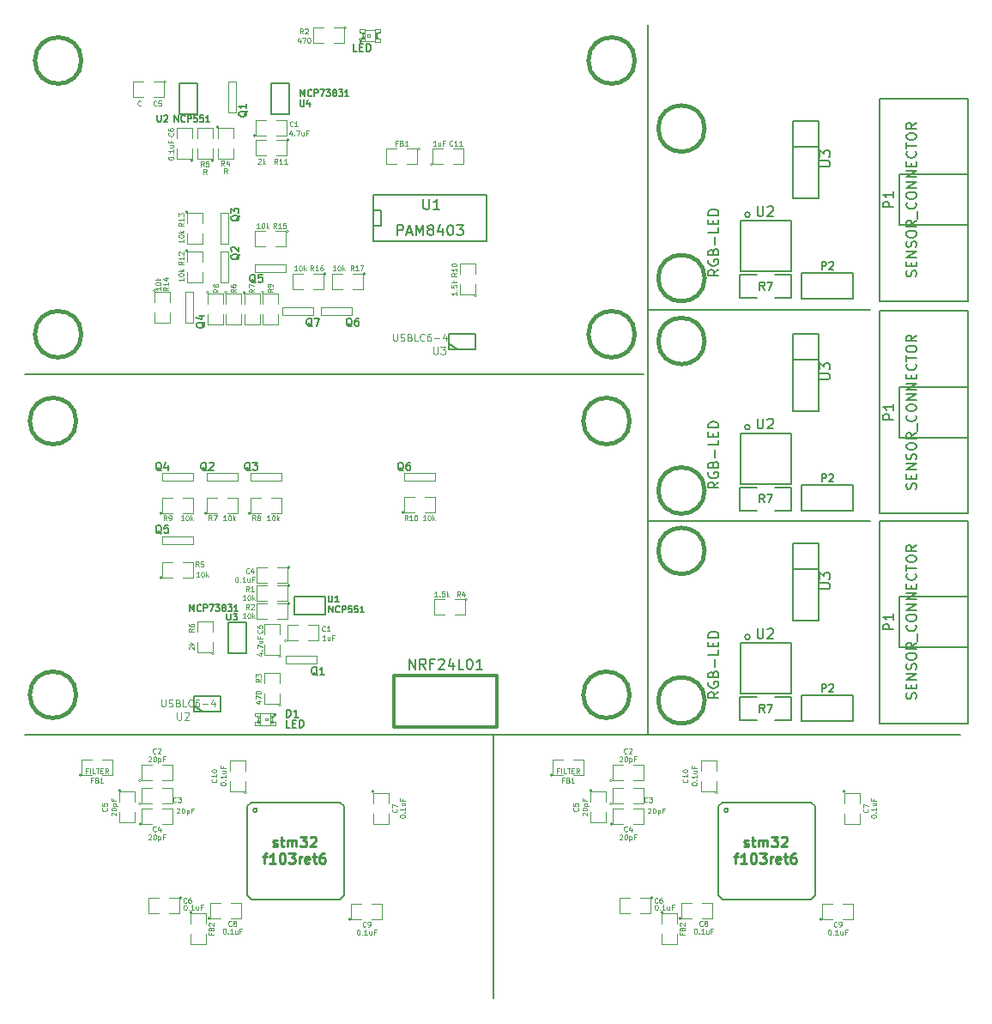
<source format=gto>
G04 (created by PCBNEW (2013-may-18)-stable) date Вс 24 янв 2016 11:36:20*
%MOIN*%
G04 Gerber Fmt 3.4, Leading zero omitted, Abs format*
%FSLAX34Y34*%
G01*
G70*
G90*
G04 APERTURE LIST*
%ADD10C,0.00590551*%
%ADD11C,0.00787402*%
%ADD12C,0.00984252*%
%ADD13C,0.005*%
%ADD14C,0.006*%
%ADD15C,0.015*%
%ADD16C,0.0047*%
%ADD17C,0.008*%
%ADD18C,0.0039*%
%ADD19C,0.0026*%
%ADD20C,0.004*%
%ADD21C,0.002*%
%ADD22C,0.012*%
%ADD23C,0.01*%
%ADD24C,0.0051*%
%ADD25C,0.0043*%
%ADD26C,0.003*%
%ADD27C,0.00393701*%
G04 APERTURE END LIST*
G54D10*
G54D11*
X127800Y-44250D02*
X127850Y-44250D01*
X119200Y-44250D02*
X127800Y-44250D01*
X119200Y-36050D02*
X127850Y-36050D01*
X119200Y-52550D02*
X119200Y-25000D01*
X119050Y-52550D02*
X131350Y-52550D01*
X123171Y-48758D02*
G75*
G03X123171Y-48758I-98J0D01*
G74*
G01*
X123171Y-40608D02*
G75*
G03X123171Y-40608I-98J0D01*
G74*
G01*
X113200Y-52550D02*
X113200Y-62800D01*
X95000Y-52550D02*
X119050Y-52550D01*
X95000Y-38550D02*
X119050Y-38550D01*
G54D12*
X104651Y-56884D02*
X104689Y-56903D01*
X104764Y-56903D01*
X104801Y-56884D01*
X104820Y-56847D01*
X104820Y-56828D01*
X104801Y-56790D01*
X104764Y-56772D01*
X104708Y-56772D01*
X104670Y-56753D01*
X104651Y-56715D01*
X104651Y-56697D01*
X104670Y-56659D01*
X104708Y-56640D01*
X104764Y-56640D01*
X104801Y-56659D01*
X104933Y-56640D02*
X105083Y-56640D01*
X104989Y-56509D02*
X104989Y-56847D01*
X105008Y-56884D01*
X105045Y-56903D01*
X105083Y-56903D01*
X105214Y-56903D02*
X105214Y-56640D01*
X105214Y-56678D02*
X105233Y-56659D01*
X105270Y-56640D01*
X105326Y-56640D01*
X105364Y-56659D01*
X105383Y-56697D01*
X105383Y-56903D01*
X105383Y-56697D02*
X105401Y-56659D01*
X105439Y-56640D01*
X105495Y-56640D01*
X105533Y-56659D01*
X105551Y-56697D01*
X105551Y-56903D01*
X105701Y-56509D02*
X105945Y-56509D01*
X105814Y-56659D01*
X105870Y-56659D01*
X105908Y-56678D01*
X105926Y-56697D01*
X105945Y-56734D01*
X105945Y-56828D01*
X105926Y-56865D01*
X105908Y-56884D01*
X105870Y-56903D01*
X105758Y-56903D01*
X105720Y-56884D01*
X105701Y-56865D01*
X106095Y-56547D02*
X106114Y-56528D01*
X106151Y-56509D01*
X106245Y-56509D01*
X106282Y-56528D01*
X106301Y-56547D01*
X106320Y-56584D01*
X106320Y-56622D01*
X106301Y-56678D01*
X106076Y-56903D01*
X106320Y-56903D01*
X104258Y-57290D02*
X104408Y-57290D01*
X104314Y-57553D02*
X104314Y-57215D01*
X104333Y-57178D01*
X104370Y-57159D01*
X104408Y-57159D01*
X104745Y-57553D02*
X104520Y-57553D01*
X104633Y-57553D02*
X104633Y-57159D01*
X104595Y-57215D01*
X104558Y-57253D01*
X104520Y-57271D01*
X104989Y-57159D02*
X105026Y-57159D01*
X105064Y-57178D01*
X105083Y-57196D01*
X105101Y-57234D01*
X105120Y-57309D01*
X105120Y-57403D01*
X105101Y-57478D01*
X105083Y-57515D01*
X105064Y-57534D01*
X105026Y-57553D01*
X104989Y-57553D01*
X104951Y-57534D01*
X104933Y-57515D01*
X104914Y-57478D01*
X104895Y-57403D01*
X104895Y-57309D01*
X104914Y-57234D01*
X104933Y-57196D01*
X104951Y-57178D01*
X104989Y-57159D01*
X105251Y-57159D02*
X105495Y-57159D01*
X105364Y-57309D01*
X105420Y-57309D01*
X105458Y-57328D01*
X105476Y-57346D01*
X105495Y-57384D01*
X105495Y-57478D01*
X105476Y-57515D01*
X105458Y-57534D01*
X105420Y-57553D01*
X105308Y-57553D01*
X105270Y-57534D01*
X105251Y-57515D01*
X105664Y-57553D02*
X105664Y-57290D01*
X105664Y-57365D02*
X105683Y-57328D01*
X105701Y-57309D01*
X105739Y-57290D01*
X105776Y-57290D01*
X106058Y-57534D02*
X106020Y-57553D01*
X105945Y-57553D01*
X105908Y-57534D01*
X105889Y-57496D01*
X105889Y-57346D01*
X105908Y-57309D01*
X105945Y-57290D01*
X106020Y-57290D01*
X106058Y-57309D01*
X106076Y-57346D01*
X106076Y-57384D01*
X105889Y-57421D01*
X106189Y-57290D02*
X106339Y-57290D01*
X106245Y-57159D02*
X106245Y-57496D01*
X106264Y-57534D01*
X106301Y-57553D01*
X106339Y-57553D01*
X106639Y-57159D02*
X106564Y-57159D01*
X106526Y-57178D01*
X106507Y-57196D01*
X106470Y-57253D01*
X106451Y-57328D01*
X106451Y-57478D01*
X106470Y-57515D01*
X106489Y-57534D01*
X106526Y-57553D01*
X106601Y-57553D01*
X106639Y-57534D01*
X106657Y-57515D01*
X106676Y-57478D01*
X106676Y-57384D01*
X106657Y-57346D01*
X106639Y-57328D01*
X106601Y-57309D01*
X106526Y-57309D01*
X106489Y-57328D01*
X106470Y-57346D01*
X106451Y-57384D01*
X122951Y-56884D02*
X122989Y-56903D01*
X123064Y-56903D01*
X123101Y-56884D01*
X123120Y-56847D01*
X123120Y-56828D01*
X123101Y-56790D01*
X123064Y-56772D01*
X123008Y-56772D01*
X122970Y-56753D01*
X122951Y-56715D01*
X122951Y-56697D01*
X122970Y-56659D01*
X123008Y-56640D01*
X123064Y-56640D01*
X123101Y-56659D01*
X123233Y-56640D02*
X123383Y-56640D01*
X123289Y-56509D02*
X123289Y-56847D01*
X123308Y-56884D01*
X123345Y-56903D01*
X123383Y-56903D01*
X123514Y-56903D02*
X123514Y-56640D01*
X123514Y-56678D02*
X123533Y-56659D01*
X123570Y-56640D01*
X123626Y-56640D01*
X123664Y-56659D01*
X123683Y-56697D01*
X123683Y-56903D01*
X123683Y-56697D02*
X123701Y-56659D01*
X123739Y-56640D01*
X123795Y-56640D01*
X123833Y-56659D01*
X123851Y-56697D01*
X123851Y-56903D01*
X124001Y-56509D02*
X124245Y-56509D01*
X124114Y-56659D01*
X124170Y-56659D01*
X124208Y-56678D01*
X124226Y-56697D01*
X124245Y-56734D01*
X124245Y-56828D01*
X124226Y-56865D01*
X124208Y-56884D01*
X124170Y-56903D01*
X124058Y-56903D01*
X124020Y-56884D01*
X124001Y-56865D01*
X124395Y-56547D02*
X124414Y-56528D01*
X124451Y-56509D01*
X124545Y-56509D01*
X124582Y-56528D01*
X124601Y-56547D01*
X124620Y-56584D01*
X124620Y-56622D01*
X124601Y-56678D01*
X124376Y-56903D01*
X124620Y-56903D01*
X122558Y-57290D02*
X122708Y-57290D01*
X122614Y-57553D02*
X122614Y-57215D01*
X122633Y-57178D01*
X122670Y-57159D01*
X122708Y-57159D01*
X123045Y-57553D02*
X122820Y-57553D01*
X122933Y-57553D02*
X122933Y-57159D01*
X122895Y-57215D01*
X122858Y-57253D01*
X122820Y-57271D01*
X123289Y-57159D02*
X123326Y-57159D01*
X123364Y-57178D01*
X123383Y-57196D01*
X123401Y-57234D01*
X123420Y-57309D01*
X123420Y-57403D01*
X123401Y-57478D01*
X123383Y-57515D01*
X123364Y-57534D01*
X123326Y-57553D01*
X123289Y-57553D01*
X123251Y-57534D01*
X123233Y-57515D01*
X123214Y-57478D01*
X123195Y-57403D01*
X123195Y-57309D01*
X123214Y-57234D01*
X123233Y-57196D01*
X123251Y-57178D01*
X123289Y-57159D01*
X123551Y-57159D02*
X123795Y-57159D01*
X123664Y-57309D01*
X123720Y-57309D01*
X123758Y-57328D01*
X123776Y-57346D01*
X123795Y-57384D01*
X123795Y-57478D01*
X123776Y-57515D01*
X123758Y-57534D01*
X123720Y-57553D01*
X123608Y-57553D01*
X123570Y-57534D01*
X123551Y-57515D01*
X123964Y-57553D02*
X123964Y-57290D01*
X123964Y-57365D02*
X123983Y-57328D01*
X124001Y-57309D01*
X124039Y-57290D01*
X124076Y-57290D01*
X124358Y-57534D02*
X124320Y-57553D01*
X124245Y-57553D01*
X124208Y-57534D01*
X124189Y-57496D01*
X124189Y-57346D01*
X124208Y-57309D01*
X124245Y-57290D01*
X124320Y-57290D01*
X124358Y-57309D01*
X124376Y-57346D01*
X124376Y-57384D01*
X124189Y-57421D01*
X124489Y-57290D02*
X124639Y-57290D01*
X124545Y-57159D02*
X124545Y-57496D01*
X124564Y-57534D01*
X124601Y-57553D01*
X124639Y-57553D01*
X124939Y-57159D02*
X124864Y-57159D01*
X124826Y-57178D01*
X124807Y-57196D01*
X124770Y-57253D01*
X124751Y-57328D01*
X124751Y-57478D01*
X124770Y-57515D01*
X124789Y-57534D01*
X124826Y-57553D01*
X124901Y-57553D01*
X124939Y-57534D01*
X124957Y-57515D01*
X124976Y-57478D01*
X124976Y-57384D01*
X124957Y-57346D01*
X124939Y-57328D01*
X124901Y-57309D01*
X124826Y-57309D01*
X124789Y-57328D01*
X124770Y-57346D01*
X124751Y-57384D01*
G54D11*
X123171Y-32358D02*
G75*
G03X123171Y-32358I-98J0D01*
G74*
G01*
G54D13*
X124781Y-52003D02*
X124781Y-51103D01*
X124781Y-51103D02*
X124131Y-51103D01*
X123431Y-52003D02*
X122781Y-52003D01*
X122781Y-52003D02*
X122781Y-51103D01*
X122781Y-51103D02*
X123431Y-51103D01*
X124131Y-52003D02*
X124781Y-52003D01*
G54D10*
X124765Y-48994D02*
X122797Y-48994D01*
X122797Y-48994D02*
X122797Y-50963D01*
X122797Y-50963D02*
X124765Y-50963D01*
X124765Y-50963D02*
X124765Y-48994D01*
G54D14*
X124856Y-45132D02*
X125856Y-45132D01*
X125856Y-45132D02*
X125856Y-48132D01*
X125856Y-48132D02*
X124856Y-48132D01*
X124856Y-48132D02*
X124856Y-45132D01*
X125856Y-46132D02*
X124856Y-46132D01*
X125182Y-52014D02*
X125182Y-51014D01*
X125182Y-51014D02*
X127182Y-51014D01*
X127182Y-51014D02*
X127182Y-52014D01*
X127182Y-52014D02*
X125182Y-52014D01*
G54D15*
X121413Y-51219D02*
G75*
G03X121413Y-51219I-900J0D01*
G74*
G01*
X121413Y-45412D02*
G75*
G03X121413Y-45412I-900J0D01*
G74*
G01*
G54D10*
X131644Y-49159D02*
X128986Y-49159D01*
X128986Y-49159D02*
X128986Y-47190D01*
X128986Y-47190D02*
X131644Y-47190D01*
X128199Y-52112D02*
X128199Y-44237D01*
X128199Y-44237D02*
X131644Y-44237D01*
X131644Y-44237D02*
X131644Y-52112D01*
X131644Y-52112D02*
X128199Y-52112D01*
X131644Y-41009D02*
X128986Y-41009D01*
X128986Y-41009D02*
X128986Y-39040D01*
X128986Y-39040D02*
X131644Y-39040D01*
X128199Y-43962D02*
X128199Y-36087D01*
X128199Y-36087D02*
X131644Y-36087D01*
X131644Y-36087D02*
X131644Y-43962D01*
X131644Y-43962D02*
X128199Y-43962D01*
G54D15*
X121413Y-37262D02*
G75*
G03X121413Y-37262I-900J0D01*
G74*
G01*
X121413Y-43069D02*
G75*
G03X121413Y-43069I-900J0D01*
G74*
G01*
G54D14*
X125182Y-43864D02*
X125182Y-42864D01*
X125182Y-42864D02*
X127182Y-42864D01*
X127182Y-42864D02*
X127182Y-43864D01*
X127182Y-43864D02*
X125182Y-43864D01*
X124856Y-36982D02*
X125856Y-36982D01*
X125856Y-36982D02*
X125856Y-39982D01*
X125856Y-39982D02*
X124856Y-39982D01*
X124856Y-39982D02*
X124856Y-36982D01*
X125856Y-37982D02*
X124856Y-37982D01*
G54D10*
X124765Y-40844D02*
X122797Y-40844D01*
X122797Y-40844D02*
X122797Y-42813D01*
X122797Y-42813D02*
X124765Y-42813D01*
X124765Y-42813D02*
X124765Y-40844D01*
G54D13*
X124781Y-43853D02*
X124781Y-42953D01*
X124781Y-42953D02*
X124131Y-42953D01*
X123431Y-43853D02*
X122781Y-43853D01*
X122781Y-43853D02*
X122781Y-42953D01*
X122781Y-42953D02*
X123431Y-42953D01*
X124131Y-43853D02*
X124781Y-43853D01*
G54D16*
X105000Y-35950D02*
X106200Y-35950D01*
X106200Y-35950D02*
X106200Y-36250D01*
X106200Y-36250D02*
X105000Y-36250D01*
X105000Y-36250D02*
X105000Y-35950D01*
X101250Y-36550D02*
X101250Y-35350D01*
X101250Y-35350D02*
X101550Y-35350D01*
X101550Y-35350D02*
X101550Y-36550D01*
X101550Y-36550D02*
X101250Y-36550D01*
X106500Y-35950D02*
X107700Y-35950D01*
X107700Y-35950D02*
X107700Y-36250D01*
X107700Y-36250D02*
X106500Y-36250D01*
X106500Y-36250D02*
X106500Y-35950D01*
X102600Y-33500D02*
X102600Y-32300D01*
X102600Y-32300D02*
X102900Y-32300D01*
X102900Y-32300D02*
X102900Y-33500D01*
X102900Y-33500D02*
X102600Y-33500D01*
X102600Y-35000D02*
X102600Y-33800D01*
X102600Y-33800D02*
X102900Y-33800D01*
X102900Y-33800D02*
X102900Y-35000D01*
X102900Y-35000D02*
X102600Y-35000D01*
X102925Y-28400D02*
X102925Y-27200D01*
X102925Y-27200D02*
X103225Y-27200D01*
X103225Y-27200D02*
X103225Y-28400D01*
X103225Y-28400D02*
X102925Y-28400D01*
G54D17*
X108545Y-32190D02*
X108845Y-32190D01*
X108845Y-32190D02*
X108845Y-32790D01*
X108845Y-32790D02*
X108545Y-32790D01*
X112945Y-31590D02*
X112945Y-33390D01*
X112945Y-33390D02*
X108545Y-33390D01*
X108545Y-33390D02*
X108545Y-31590D01*
X108545Y-31590D02*
X112945Y-31590D01*
G54D18*
X102162Y-35373D02*
G75*
G03X102162Y-35373I-50J0D01*
G74*
G01*
X102112Y-35823D02*
X102112Y-35423D01*
X102112Y-35423D02*
X102712Y-35423D01*
X102712Y-35423D02*
X102712Y-35823D01*
X102712Y-36223D02*
X102712Y-36623D01*
X102712Y-36623D02*
X102112Y-36623D01*
X102112Y-36623D02*
X102112Y-36223D01*
X103579Y-35373D02*
G75*
G03X103579Y-35373I-50J0D01*
G74*
G01*
X103529Y-35823D02*
X103529Y-35423D01*
X103529Y-35423D02*
X104129Y-35423D01*
X104129Y-35423D02*
X104129Y-35823D01*
X104129Y-36223D02*
X104129Y-36623D01*
X104129Y-36623D02*
X103529Y-36623D01*
X103529Y-36623D02*
X103529Y-36223D01*
X102871Y-35373D02*
G75*
G03X102871Y-35373I-50J0D01*
G74*
G01*
X102821Y-35823D02*
X102821Y-35423D01*
X102821Y-35423D02*
X103421Y-35423D01*
X103421Y-35423D02*
X103421Y-35823D01*
X103421Y-36223D02*
X103421Y-36623D01*
X103421Y-36623D02*
X102821Y-36623D01*
X102821Y-36623D02*
X102821Y-36223D01*
X110850Y-30400D02*
G75*
G03X110850Y-30400I-50J0D01*
G74*
G01*
X111250Y-30400D02*
X110850Y-30400D01*
X110850Y-30400D02*
X110850Y-29800D01*
X110850Y-29800D02*
X111250Y-29800D01*
X111650Y-29800D02*
X112050Y-29800D01*
X112050Y-29800D02*
X112050Y-30400D01*
X112050Y-30400D02*
X111650Y-30400D01*
X102550Y-28950D02*
G75*
G03X102550Y-28950I-50J0D01*
G74*
G01*
X102500Y-29400D02*
X102500Y-29000D01*
X102500Y-29000D02*
X103100Y-29000D01*
X103100Y-29000D02*
X103100Y-29400D01*
X103100Y-29800D02*
X103100Y-30200D01*
X103100Y-30200D02*
X102500Y-30200D01*
X102500Y-30200D02*
X102500Y-29800D01*
X102350Y-30250D02*
G75*
G03X102350Y-30250I-50J0D01*
G74*
G01*
X102300Y-29800D02*
X102300Y-30200D01*
X102300Y-30200D02*
X101700Y-30200D01*
X101700Y-30200D02*
X101700Y-29800D01*
X101700Y-29400D02*
X101700Y-29000D01*
X101700Y-29000D02*
X102300Y-29000D01*
X102300Y-29000D02*
X102300Y-29400D01*
G54D13*
X101025Y-27250D02*
X101725Y-27250D01*
X101725Y-27250D02*
X101725Y-28450D01*
X101725Y-28450D02*
X101025Y-28450D01*
X101025Y-28450D02*
X101025Y-27250D01*
G54D16*
X103950Y-34300D02*
X105150Y-34300D01*
X105150Y-34300D02*
X105150Y-34600D01*
X105150Y-34600D02*
X103950Y-34600D01*
X103950Y-34600D02*
X103950Y-34300D01*
G54D13*
X111800Y-37600D02*
X111500Y-37400D01*
X112500Y-37600D02*
X111475Y-37600D01*
X111475Y-37600D02*
X111475Y-37000D01*
X111475Y-37000D02*
X112500Y-37000D01*
X112500Y-37000D02*
X112500Y-37600D01*
X105275Y-28450D02*
X104575Y-28450D01*
X104575Y-28450D02*
X104575Y-27250D01*
X104575Y-27250D02*
X105275Y-27250D01*
X105275Y-27250D02*
X105275Y-28450D01*
G54D18*
X110350Y-29800D02*
G75*
G03X110350Y-29800I-50J0D01*
G74*
G01*
X109850Y-29800D02*
X110250Y-29800D01*
X110250Y-29800D02*
X110250Y-30400D01*
X110250Y-30400D02*
X109850Y-30400D01*
X109450Y-30400D02*
X109050Y-30400D01*
X109050Y-30400D02*
X109050Y-29800D01*
X109050Y-29800D02*
X109450Y-29800D01*
X101550Y-30250D02*
G75*
G03X101550Y-30250I-50J0D01*
G74*
G01*
X101500Y-29800D02*
X101500Y-30200D01*
X101500Y-30200D02*
X100900Y-30200D01*
X100900Y-30200D02*
X100900Y-29800D01*
X100900Y-29400D02*
X100900Y-29000D01*
X100900Y-29000D02*
X101500Y-29000D01*
X101500Y-29000D02*
X101500Y-29400D01*
X112550Y-35500D02*
G75*
G03X112550Y-35500I-50J0D01*
G74*
G01*
X112500Y-35050D02*
X112500Y-35450D01*
X112500Y-35450D02*
X111900Y-35450D01*
X111900Y-35450D02*
X111900Y-35050D01*
X111900Y-34650D02*
X111900Y-34250D01*
X111900Y-34250D02*
X112500Y-34250D01*
X112500Y-34250D02*
X112500Y-34650D01*
X103975Y-29275D02*
G75*
G03X103975Y-29275I-50J0D01*
G74*
G01*
X104375Y-29275D02*
X103975Y-29275D01*
X103975Y-29275D02*
X103975Y-28675D01*
X103975Y-28675D02*
X104375Y-28675D01*
X104775Y-28675D02*
X105175Y-28675D01*
X105175Y-28675D02*
X105175Y-29275D01*
X105175Y-29275D02*
X104775Y-29275D01*
X107500Y-25100D02*
G75*
G03X107500Y-25100I-50J0D01*
G74*
G01*
X107000Y-25100D02*
X107400Y-25100D01*
X107400Y-25100D02*
X107400Y-25700D01*
X107400Y-25700D02*
X107000Y-25700D01*
X106600Y-25700D02*
X106200Y-25700D01*
X106200Y-25700D02*
X106200Y-25100D01*
X106200Y-25100D02*
X106600Y-25100D01*
X105275Y-29450D02*
G75*
G03X105275Y-29450I-50J0D01*
G74*
G01*
X104775Y-29450D02*
X105175Y-29450D01*
X105175Y-29450D02*
X105175Y-30050D01*
X105175Y-30050D02*
X104775Y-30050D01*
X104375Y-30050D02*
X103975Y-30050D01*
X103975Y-30050D02*
X103975Y-29450D01*
X103975Y-29450D02*
X104375Y-29450D01*
X101350Y-33750D02*
G75*
G03X101350Y-33750I-50J0D01*
G74*
G01*
X101300Y-34200D02*
X101300Y-33800D01*
X101300Y-33800D02*
X101900Y-33800D01*
X101900Y-33800D02*
X101900Y-34200D01*
X101900Y-34600D02*
X101900Y-35000D01*
X101900Y-35000D02*
X101300Y-35000D01*
X101300Y-35000D02*
X101300Y-34600D01*
X105250Y-33000D02*
G75*
G03X105250Y-33000I-50J0D01*
G74*
G01*
X104750Y-33000D02*
X105150Y-33000D01*
X105150Y-33000D02*
X105150Y-33600D01*
X105150Y-33600D02*
X104750Y-33600D01*
X104350Y-33600D02*
X103950Y-33600D01*
X103950Y-33600D02*
X103950Y-33000D01*
X103950Y-33000D02*
X104350Y-33000D01*
X100100Y-35300D02*
G75*
G03X100100Y-35300I-50J0D01*
G74*
G01*
X100050Y-35750D02*
X100050Y-35350D01*
X100050Y-35350D02*
X100650Y-35350D01*
X100650Y-35350D02*
X100650Y-35750D01*
X100650Y-36150D02*
X100650Y-36550D01*
X100650Y-36550D02*
X100050Y-36550D01*
X100050Y-36550D02*
X100050Y-36150D01*
X101350Y-32250D02*
G75*
G03X101350Y-32250I-50J0D01*
G74*
G01*
X101300Y-32700D02*
X101300Y-32300D01*
X101300Y-32300D02*
X101900Y-32300D01*
X101900Y-32300D02*
X101900Y-32700D01*
X101900Y-33100D02*
X101900Y-33500D01*
X101900Y-33500D02*
X101300Y-33500D01*
X101300Y-33500D02*
X101300Y-33100D01*
X104300Y-35375D02*
G75*
G03X104300Y-35375I-50J0D01*
G74*
G01*
X104250Y-35825D02*
X104250Y-35425D01*
X104250Y-35425D02*
X104850Y-35425D01*
X104850Y-35425D02*
X104850Y-35825D01*
X104850Y-36225D02*
X104850Y-36625D01*
X104850Y-36625D02*
X104250Y-36625D01*
X104250Y-36625D02*
X104250Y-36225D01*
X100500Y-27200D02*
G75*
G03X100500Y-27200I-50J0D01*
G74*
G01*
X100000Y-27200D02*
X100400Y-27200D01*
X100400Y-27200D02*
X100400Y-27800D01*
X100400Y-27800D02*
X100000Y-27800D01*
X99600Y-27800D02*
X99200Y-27800D01*
X99200Y-27800D02*
X99200Y-27200D01*
X99200Y-27200D02*
X99600Y-27200D01*
G54D19*
X108204Y-25282D02*
X108204Y-25154D01*
X108204Y-25154D02*
X108007Y-25154D01*
X108007Y-25282D02*
X108007Y-25154D01*
X108204Y-25282D02*
X108007Y-25282D01*
X108204Y-25527D02*
X108204Y-25468D01*
X108204Y-25468D02*
X108105Y-25468D01*
X108105Y-25527D02*
X108105Y-25468D01*
X108204Y-25527D02*
X108105Y-25527D01*
X108204Y-25332D02*
X108204Y-25273D01*
X108204Y-25273D02*
X108105Y-25273D01*
X108105Y-25332D02*
X108105Y-25273D01*
X108204Y-25332D02*
X108105Y-25332D01*
X108204Y-25478D02*
X108204Y-25322D01*
X108204Y-25322D02*
X108135Y-25322D01*
X108135Y-25478D02*
X108135Y-25322D01*
X108204Y-25478D02*
X108135Y-25478D01*
X108793Y-25282D02*
X108793Y-25154D01*
X108793Y-25154D02*
X108596Y-25154D01*
X108596Y-25282D02*
X108596Y-25154D01*
X108793Y-25282D02*
X108596Y-25282D01*
X108793Y-25646D02*
X108793Y-25518D01*
X108793Y-25518D02*
X108596Y-25518D01*
X108596Y-25646D02*
X108596Y-25518D01*
X108793Y-25646D02*
X108596Y-25646D01*
X108695Y-25332D02*
X108695Y-25273D01*
X108695Y-25273D02*
X108596Y-25273D01*
X108596Y-25332D02*
X108596Y-25273D01*
X108695Y-25332D02*
X108596Y-25332D01*
X108695Y-25527D02*
X108695Y-25468D01*
X108695Y-25468D02*
X108596Y-25468D01*
X108596Y-25527D02*
X108596Y-25468D01*
X108695Y-25527D02*
X108596Y-25527D01*
X108665Y-25478D02*
X108665Y-25322D01*
X108665Y-25322D02*
X108596Y-25322D01*
X108596Y-25478D02*
X108596Y-25322D01*
X108665Y-25478D02*
X108596Y-25478D01*
X108400Y-25439D02*
X108400Y-25361D01*
X108400Y-25361D02*
X108322Y-25361D01*
X108322Y-25439D02*
X108322Y-25361D01*
X108400Y-25439D02*
X108322Y-25439D01*
X108204Y-25636D02*
X108204Y-25518D01*
X108204Y-25518D02*
X108086Y-25518D01*
X108086Y-25636D02*
X108086Y-25518D01*
X108204Y-25636D02*
X108086Y-25636D01*
X108036Y-25646D02*
X108036Y-25557D01*
X108036Y-25557D02*
X108007Y-25557D01*
X108007Y-25646D02*
X108007Y-25557D01*
X108036Y-25646D02*
X108007Y-25646D01*
G54D20*
X108194Y-25174D02*
X108606Y-25174D01*
X108596Y-25626D02*
X108036Y-25626D01*
G54D21*
X108094Y-25577D02*
G75*
G03X108094Y-25577I-28J0D01*
G74*
G01*
G54D20*
X108007Y-25537D02*
G75*
G03X108007Y-25263I0J137D01*
G74*
G01*
X108793Y-25263D02*
G75*
G03X108793Y-25537I0J-137D01*
G74*
G01*
G54D15*
X118700Y-26370D02*
G75*
G03X118700Y-26370I-900J0D01*
G74*
G01*
X118700Y-37000D02*
G75*
G03X118700Y-37000I-900J0D01*
G74*
G01*
G54D18*
X108250Y-34650D02*
G75*
G03X108250Y-34650I-50J0D01*
G74*
G01*
X107750Y-34650D02*
X108150Y-34650D01*
X108150Y-34650D02*
X108150Y-35250D01*
X108150Y-35250D02*
X107750Y-35250D01*
X107350Y-35250D02*
X106950Y-35250D01*
X106950Y-35250D02*
X106950Y-34650D01*
X106950Y-34650D02*
X107350Y-34650D01*
X106700Y-34650D02*
G75*
G03X106700Y-34650I-50J0D01*
G74*
G01*
X106200Y-34650D02*
X106600Y-34650D01*
X106600Y-34650D02*
X106600Y-35250D01*
X106600Y-35250D02*
X106200Y-35250D01*
X105800Y-35250D02*
X105400Y-35250D01*
X105400Y-35250D02*
X105400Y-34650D01*
X105400Y-34650D02*
X105800Y-34650D01*
G54D15*
X97200Y-37000D02*
G75*
G03X97200Y-37000I-900J0D01*
G74*
G01*
X97200Y-26370D02*
G75*
G03X97200Y-26370I-900J0D01*
G74*
G01*
G54D16*
X101550Y-45150D02*
X100350Y-45150D01*
X100350Y-45150D02*
X100350Y-44850D01*
X100350Y-44850D02*
X101550Y-44850D01*
X101550Y-44850D02*
X101550Y-45150D01*
X110950Y-42700D02*
X109750Y-42700D01*
X109750Y-42700D02*
X109750Y-42400D01*
X109750Y-42400D02*
X110950Y-42400D01*
X110950Y-42400D02*
X110950Y-42700D01*
X104975Y-42700D02*
X103775Y-42700D01*
X103775Y-42700D02*
X103775Y-42400D01*
X103775Y-42400D02*
X104975Y-42400D01*
X104975Y-42400D02*
X104975Y-42700D01*
X101550Y-42700D02*
X100350Y-42700D01*
X100350Y-42700D02*
X100350Y-42400D01*
X100350Y-42400D02*
X101550Y-42400D01*
X101550Y-42400D02*
X101550Y-42700D01*
X105150Y-49500D02*
X106350Y-49500D01*
X106350Y-49500D02*
X106350Y-49800D01*
X106350Y-49800D02*
X105150Y-49800D01*
X105150Y-49800D02*
X105150Y-49500D01*
X103275Y-42700D02*
X102075Y-42700D01*
X102075Y-42700D02*
X102075Y-42400D01*
X102075Y-42400D02*
X103275Y-42400D01*
X103275Y-42400D02*
X103275Y-42700D01*
G54D13*
X101900Y-51650D02*
X101600Y-51450D01*
X102600Y-51650D02*
X101575Y-51650D01*
X101575Y-51650D02*
X101575Y-51050D01*
X101575Y-51050D02*
X102600Y-51050D01*
X102600Y-51050D02*
X102600Y-51650D01*
X106675Y-47175D02*
X106675Y-47875D01*
X106675Y-47875D02*
X105475Y-47875D01*
X105475Y-47875D02*
X105475Y-47175D01*
X105475Y-47175D02*
X106675Y-47175D01*
X103600Y-49400D02*
X102900Y-49400D01*
X102900Y-49400D02*
X102900Y-48200D01*
X102900Y-48200D02*
X103600Y-48200D01*
X103600Y-48200D02*
X103600Y-49400D01*
G54D18*
X105300Y-47450D02*
G75*
G03X105300Y-47450I-50J0D01*
G74*
G01*
X104800Y-47450D02*
X105200Y-47450D01*
X105200Y-47450D02*
X105200Y-48050D01*
X105200Y-48050D02*
X104800Y-48050D01*
X104400Y-48050D02*
X104000Y-48050D01*
X104000Y-48050D02*
X104000Y-47450D01*
X104000Y-47450D02*
X104400Y-47450D01*
X103775Y-43950D02*
G75*
G03X103775Y-43950I-50J0D01*
G74*
G01*
X104175Y-43950D02*
X103775Y-43950D01*
X103775Y-43950D02*
X103775Y-43350D01*
X103775Y-43350D02*
X104175Y-43350D01*
X104575Y-43350D02*
X104975Y-43350D01*
X104975Y-43350D02*
X104975Y-43950D01*
X104975Y-43950D02*
X104575Y-43950D01*
X112200Y-47300D02*
G75*
G03X112200Y-47300I-50J0D01*
G74*
G01*
X111700Y-47300D02*
X112100Y-47300D01*
X112100Y-47300D02*
X112100Y-47900D01*
X112100Y-47900D02*
X111700Y-47900D01*
X111300Y-47900D02*
X110900Y-47900D01*
X110900Y-47900D02*
X110900Y-47300D01*
X110900Y-47300D02*
X111300Y-47300D01*
X104950Y-49500D02*
G75*
G03X104950Y-49500I-50J0D01*
G74*
G01*
X104900Y-49050D02*
X104900Y-49450D01*
X104900Y-49450D02*
X104300Y-49450D01*
X104300Y-49450D02*
X104300Y-49050D01*
X104300Y-48650D02*
X104300Y-48250D01*
X104300Y-48250D02*
X104900Y-48250D01*
X104900Y-48250D02*
X104900Y-48650D01*
X102350Y-49400D02*
G75*
G03X102350Y-49400I-50J0D01*
G74*
G01*
X102300Y-48950D02*
X102300Y-49350D01*
X102300Y-49350D02*
X101700Y-49350D01*
X101700Y-49350D02*
X101700Y-48950D01*
X101700Y-48550D02*
X101700Y-48150D01*
X101700Y-48150D02*
X102300Y-48150D01*
X102300Y-48150D02*
X102300Y-48550D01*
X104950Y-51400D02*
G75*
G03X104950Y-51400I-50J0D01*
G74*
G01*
X104900Y-50950D02*
X104900Y-51350D01*
X104900Y-51350D02*
X104300Y-51350D01*
X104300Y-51350D02*
X104300Y-50950D01*
X104300Y-50550D02*
X104300Y-50150D01*
X104300Y-50150D02*
X104900Y-50150D01*
X104900Y-50150D02*
X104900Y-50550D01*
X100350Y-43950D02*
G75*
G03X100350Y-43950I-50J0D01*
G74*
G01*
X100750Y-43950D02*
X100350Y-43950D01*
X100350Y-43950D02*
X100350Y-43350D01*
X100350Y-43350D02*
X100750Y-43350D01*
X101150Y-43350D02*
X101550Y-43350D01*
X101550Y-43350D02*
X101550Y-43950D01*
X101550Y-43950D02*
X101150Y-43950D01*
X105300Y-46050D02*
G75*
G03X105300Y-46050I-50J0D01*
G74*
G01*
X104800Y-46050D02*
X105200Y-46050D01*
X105200Y-46050D02*
X105200Y-46650D01*
X105200Y-46650D02*
X104800Y-46650D01*
X104400Y-46650D02*
X104000Y-46650D01*
X104000Y-46650D02*
X104000Y-46050D01*
X104000Y-46050D02*
X104400Y-46050D01*
X105300Y-46750D02*
G75*
G03X105300Y-46750I-50J0D01*
G74*
G01*
X104800Y-46750D02*
X105200Y-46750D01*
X105200Y-46750D02*
X105200Y-47350D01*
X105200Y-47350D02*
X104800Y-47350D01*
X104400Y-47350D02*
X104000Y-47350D01*
X104000Y-47350D02*
X104000Y-46750D01*
X104000Y-46750D02*
X104400Y-46750D01*
X102075Y-43950D02*
G75*
G03X102075Y-43950I-50J0D01*
G74*
G01*
X102475Y-43950D02*
X102075Y-43950D01*
X102075Y-43950D02*
X102075Y-43350D01*
X102075Y-43350D02*
X102475Y-43350D01*
X102875Y-43350D02*
X103275Y-43350D01*
X103275Y-43350D02*
X103275Y-43950D01*
X103275Y-43950D02*
X102875Y-43950D01*
X105200Y-48900D02*
G75*
G03X105200Y-48900I-50J0D01*
G74*
G01*
X105600Y-48900D02*
X105200Y-48900D01*
X105200Y-48900D02*
X105200Y-48300D01*
X105200Y-48300D02*
X105600Y-48300D01*
X106000Y-48300D02*
X106400Y-48300D01*
X106400Y-48300D02*
X106400Y-48900D01*
X106400Y-48900D02*
X106000Y-48900D01*
X100350Y-46450D02*
G75*
G03X100350Y-46450I-50J0D01*
G74*
G01*
X100750Y-46450D02*
X100350Y-46450D01*
X100350Y-46450D02*
X100350Y-45850D01*
X100350Y-45850D02*
X100750Y-45850D01*
X101150Y-45850D02*
X101550Y-45850D01*
X101550Y-45850D02*
X101550Y-46450D01*
X101550Y-46450D02*
X101150Y-46450D01*
G54D22*
X109350Y-50250D02*
X113350Y-50250D01*
X113350Y-50250D02*
X113350Y-52250D01*
X113350Y-52250D02*
X109350Y-52250D01*
X109350Y-52250D02*
X109350Y-50250D01*
G54D19*
X104546Y-52068D02*
X104546Y-52196D01*
X104546Y-52196D02*
X104743Y-52196D01*
X104743Y-52068D02*
X104743Y-52196D01*
X104546Y-52068D02*
X104743Y-52068D01*
X104546Y-51823D02*
X104546Y-51882D01*
X104546Y-51882D02*
X104645Y-51882D01*
X104645Y-51823D02*
X104645Y-51882D01*
X104546Y-51823D02*
X104645Y-51823D01*
X104546Y-52018D02*
X104546Y-52077D01*
X104546Y-52077D02*
X104645Y-52077D01*
X104645Y-52018D02*
X104645Y-52077D01*
X104546Y-52018D02*
X104645Y-52018D01*
X104546Y-51872D02*
X104546Y-52028D01*
X104546Y-52028D02*
X104615Y-52028D01*
X104615Y-51872D02*
X104615Y-52028D01*
X104546Y-51872D02*
X104615Y-51872D01*
X103957Y-52068D02*
X103957Y-52196D01*
X103957Y-52196D02*
X104154Y-52196D01*
X104154Y-52068D02*
X104154Y-52196D01*
X103957Y-52068D02*
X104154Y-52068D01*
X103957Y-51704D02*
X103957Y-51832D01*
X103957Y-51832D02*
X104154Y-51832D01*
X104154Y-51704D02*
X104154Y-51832D01*
X103957Y-51704D02*
X104154Y-51704D01*
X104055Y-52018D02*
X104055Y-52077D01*
X104055Y-52077D02*
X104154Y-52077D01*
X104154Y-52018D02*
X104154Y-52077D01*
X104055Y-52018D02*
X104154Y-52018D01*
X104055Y-51823D02*
X104055Y-51882D01*
X104055Y-51882D02*
X104154Y-51882D01*
X104154Y-51823D02*
X104154Y-51882D01*
X104055Y-51823D02*
X104154Y-51823D01*
X104085Y-51872D02*
X104085Y-52028D01*
X104085Y-52028D02*
X104154Y-52028D01*
X104154Y-51872D02*
X104154Y-52028D01*
X104085Y-51872D02*
X104154Y-51872D01*
X104350Y-51911D02*
X104350Y-51989D01*
X104350Y-51989D02*
X104428Y-51989D01*
X104428Y-51911D02*
X104428Y-51989D01*
X104350Y-51911D02*
X104428Y-51911D01*
X104546Y-51714D02*
X104546Y-51832D01*
X104546Y-51832D02*
X104664Y-51832D01*
X104664Y-51714D02*
X104664Y-51832D01*
X104546Y-51714D02*
X104664Y-51714D01*
X104714Y-51704D02*
X104714Y-51793D01*
X104714Y-51793D02*
X104743Y-51793D01*
X104743Y-51704D02*
X104743Y-51793D01*
X104714Y-51704D02*
X104743Y-51704D01*
G54D20*
X104556Y-52176D02*
X104144Y-52176D01*
X104154Y-51724D02*
X104714Y-51724D01*
G54D21*
X104712Y-51773D02*
G75*
G03X104712Y-51773I-28J0D01*
G74*
G01*
G54D20*
X104743Y-51813D02*
G75*
G03X104743Y-52087I0J-137D01*
G74*
G01*
X103957Y-52087D02*
G75*
G03X103957Y-51813I0J137D01*
G74*
G01*
G54D15*
X97000Y-51000D02*
G75*
G03X97000Y-51000I-900J0D01*
G74*
G01*
X97000Y-40370D02*
G75*
G03X97000Y-40370I-900J0D01*
G74*
G01*
X118500Y-40370D02*
G75*
G03X118500Y-40370I-900J0D01*
G74*
G01*
X118500Y-51000D02*
G75*
G03X118500Y-51000I-900J0D01*
G74*
G01*
G54D18*
X109750Y-43925D02*
G75*
G03X109750Y-43925I-50J0D01*
G74*
G01*
X110150Y-43925D02*
X109750Y-43925D01*
X109750Y-43925D02*
X109750Y-43325D01*
X109750Y-43325D02*
X110150Y-43325D01*
X110550Y-43325D02*
X110950Y-43325D01*
X110950Y-43325D02*
X110950Y-43925D01*
X110950Y-43925D02*
X110550Y-43925D01*
X101110Y-58900D02*
G75*
G03X101110Y-58900I-50J0D01*
G74*
G01*
X100610Y-58900D02*
X101010Y-58900D01*
X101010Y-58900D02*
X101010Y-59500D01*
X101010Y-59500D02*
X100610Y-59500D01*
X100210Y-59500D02*
X99810Y-59500D01*
X99810Y-59500D02*
X99810Y-58900D01*
X99810Y-58900D02*
X100210Y-58900D01*
X99531Y-55233D02*
G75*
G03X99531Y-55233I-50J0D01*
G74*
G01*
X99931Y-55233D02*
X99531Y-55233D01*
X99531Y-55233D02*
X99531Y-54633D01*
X99531Y-54633D02*
X99931Y-54633D01*
X100331Y-54633D02*
X100731Y-54633D01*
X100731Y-54633D02*
X100731Y-55233D01*
X100731Y-55233D02*
X100331Y-55233D01*
X99531Y-54327D02*
G75*
G03X99531Y-54327I-50J0D01*
G74*
G01*
X99931Y-54327D02*
X99531Y-54327D01*
X99531Y-54327D02*
X99531Y-53727D01*
X99531Y-53727D02*
X99931Y-53727D01*
X100331Y-53727D02*
X100731Y-53727D01*
X100731Y-53727D02*
X100731Y-54327D01*
X100731Y-54327D02*
X100331Y-54327D01*
X98740Y-54716D02*
G75*
G03X98740Y-54716I-50J0D01*
G74*
G01*
X98690Y-55166D02*
X98690Y-54766D01*
X98690Y-54766D02*
X99290Y-54766D01*
X99290Y-54766D02*
X99290Y-55166D01*
X99290Y-55566D02*
X99290Y-55966D01*
X99290Y-55966D02*
X98690Y-55966D01*
X98690Y-55966D02*
X98690Y-55566D01*
X99531Y-56020D02*
G75*
G03X99531Y-56020I-50J0D01*
G74*
G01*
X99931Y-56020D02*
X99531Y-56020D01*
X99531Y-56020D02*
X99531Y-55420D01*
X99531Y-55420D02*
X99931Y-55420D01*
X100331Y-55420D02*
X100731Y-55420D01*
X100731Y-55420D02*
X100731Y-56020D01*
X100731Y-56020D02*
X100331Y-56020D01*
X103631Y-54795D02*
G75*
G03X103631Y-54795I-50J0D01*
G74*
G01*
X103581Y-54345D02*
X103581Y-54745D01*
X103581Y-54745D02*
X102981Y-54745D01*
X102981Y-54745D02*
X102981Y-54345D01*
X102981Y-53945D02*
X102981Y-53545D01*
X102981Y-53545D02*
X103581Y-53545D01*
X103581Y-53545D02*
X103581Y-53945D01*
X107681Y-59721D02*
G75*
G03X107681Y-59721I-50J0D01*
G74*
G01*
X108081Y-59721D02*
X107681Y-59721D01*
X107681Y-59721D02*
X107681Y-59121D01*
X107681Y-59121D02*
X108081Y-59121D01*
X108481Y-59121D02*
X108881Y-59121D01*
X108881Y-59121D02*
X108881Y-59721D01*
X108881Y-59721D02*
X108481Y-59721D01*
X102209Y-59681D02*
G75*
G03X102209Y-59681I-50J0D01*
G74*
G01*
X102609Y-59681D02*
X102209Y-59681D01*
X102209Y-59681D02*
X102209Y-59081D01*
X102209Y-59081D02*
X102609Y-59081D01*
X103009Y-59081D02*
X103409Y-59081D01*
X103409Y-59081D02*
X103409Y-59681D01*
X103409Y-59681D02*
X103009Y-59681D01*
X108582Y-54755D02*
G75*
G03X108582Y-54755I-50J0D01*
G74*
G01*
X108532Y-55205D02*
X108532Y-54805D01*
X108532Y-54805D02*
X109132Y-54805D01*
X109132Y-54805D02*
X109132Y-55205D01*
X109132Y-55605D02*
X109132Y-56005D01*
X109132Y-56005D02*
X108532Y-56005D01*
X108532Y-56005D02*
X108532Y-55605D01*
X97209Y-54130D02*
G75*
G03X97209Y-54130I-50J0D01*
G74*
G01*
X97609Y-54130D02*
X97209Y-54130D01*
X97209Y-54130D02*
X97209Y-53530D01*
X97209Y-53530D02*
X97609Y-53530D01*
X98009Y-53530D02*
X98409Y-53530D01*
X98409Y-53530D02*
X98409Y-54130D01*
X98409Y-54130D02*
X98009Y-54130D01*
X101500Y-59450D02*
G75*
G03X101500Y-59450I-50J0D01*
G74*
G01*
X101450Y-59900D02*
X101450Y-59500D01*
X101450Y-59500D02*
X102050Y-59500D01*
X102050Y-59500D02*
X102050Y-59900D01*
X102050Y-60300D02*
X102050Y-60700D01*
X102050Y-60700D02*
X101450Y-60700D01*
X101450Y-60700D02*
X101450Y-60300D01*
G54D19*
X103636Y-55622D02*
X103636Y-55544D01*
X103636Y-55819D02*
X103636Y-55741D01*
X103636Y-56016D02*
X103636Y-55937D01*
X103636Y-56213D02*
X103636Y-56134D01*
X103636Y-56410D02*
X103636Y-56331D01*
X103636Y-56607D02*
X103636Y-56528D01*
X103636Y-56804D02*
X103636Y-56725D01*
X103636Y-57000D02*
X103636Y-56922D01*
X103636Y-57196D02*
X103636Y-57118D01*
X103636Y-57393D02*
X103636Y-57314D01*
X103636Y-57590D02*
X103636Y-57511D01*
X103636Y-57787D02*
X103636Y-57708D01*
X103636Y-57984D02*
X103636Y-57905D01*
X103636Y-58181D02*
X103636Y-58102D01*
X103636Y-58377D02*
X103636Y-58299D01*
X103636Y-58574D02*
X103636Y-58496D01*
X104010Y-58948D02*
X104088Y-58948D01*
X104207Y-58948D02*
X104285Y-58948D01*
X104403Y-58948D02*
X104482Y-58948D01*
X104600Y-58948D02*
X104679Y-58948D01*
X104797Y-58948D02*
X104876Y-58948D01*
X104994Y-58948D02*
X105073Y-58948D01*
X105191Y-58948D02*
X105270Y-58948D01*
X105388Y-58948D02*
X105466Y-58948D01*
X105584Y-58948D02*
X105662Y-58948D01*
X105780Y-58948D02*
X105859Y-58948D01*
X105977Y-58948D02*
X106056Y-58948D01*
X106174Y-58948D02*
X106253Y-58948D01*
X106371Y-58948D02*
X106450Y-58948D01*
X106568Y-58948D02*
X106647Y-58948D01*
X106765Y-58948D02*
X106843Y-58948D01*
X106962Y-58948D02*
X107040Y-58948D01*
X107414Y-58574D02*
X107414Y-58496D01*
X107414Y-58377D02*
X107414Y-58299D01*
X107414Y-58181D02*
X107414Y-58102D01*
X107414Y-57984D02*
X107414Y-57905D01*
X107414Y-57787D02*
X107414Y-57708D01*
X107414Y-57590D02*
X107414Y-57511D01*
X107414Y-57393D02*
X107414Y-57314D01*
X107414Y-57196D02*
X107414Y-57118D01*
X107414Y-57000D02*
X107414Y-56922D01*
X107414Y-56804D02*
X107414Y-56725D01*
X107414Y-56607D02*
X107414Y-56528D01*
X107414Y-56410D02*
X107414Y-56331D01*
X107414Y-56213D02*
X107414Y-56134D01*
X107414Y-56016D02*
X107414Y-55937D01*
X107414Y-55819D02*
X107414Y-55741D01*
X107414Y-55622D02*
X107414Y-55544D01*
X106962Y-55170D02*
X107040Y-55170D01*
X106765Y-55170D02*
X106843Y-55170D01*
X106568Y-55170D02*
X106647Y-55170D01*
X106371Y-55170D02*
X106450Y-55170D01*
X106174Y-55170D02*
X106253Y-55170D01*
X105977Y-55170D02*
X106056Y-55170D01*
X105780Y-55170D02*
X105859Y-55170D01*
X105584Y-55170D02*
X105662Y-55170D01*
X105388Y-55170D02*
X105466Y-55170D01*
X105191Y-55170D02*
X105270Y-55170D01*
X104994Y-55170D02*
X105073Y-55170D01*
X104797Y-55170D02*
X104876Y-55170D01*
X104600Y-55170D02*
X104679Y-55170D01*
X104403Y-55170D02*
X104482Y-55170D01*
X104207Y-55170D02*
X104285Y-55170D01*
X104010Y-55170D02*
X104088Y-55170D01*
G54D17*
X103636Y-55327D02*
X103793Y-55170D01*
X103793Y-55170D02*
X107257Y-55170D01*
X107257Y-55170D02*
X107414Y-55327D01*
X107414Y-55327D02*
X107414Y-58791D01*
X107414Y-58791D02*
X107257Y-58948D01*
X107257Y-58948D02*
X103793Y-58948D01*
X103793Y-58948D02*
X103636Y-58791D01*
X103636Y-58791D02*
X103636Y-55327D01*
G54D13*
X104029Y-55485D02*
G75*
G03X104029Y-55485I-77J0D01*
G74*
G01*
G54D18*
X119410Y-58900D02*
G75*
G03X119410Y-58900I-50J0D01*
G74*
G01*
X118910Y-58900D02*
X119310Y-58900D01*
X119310Y-58900D02*
X119310Y-59500D01*
X119310Y-59500D02*
X118910Y-59500D01*
X118510Y-59500D02*
X118110Y-59500D01*
X118110Y-59500D02*
X118110Y-58900D01*
X118110Y-58900D02*
X118510Y-58900D01*
X117831Y-55233D02*
G75*
G03X117831Y-55233I-50J0D01*
G74*
G01*
X118231Y-55233D02*
X117831Y-55233D01*
X117831Y-55233D02*
X117831Y-54633D01*
X117831Y-54633D02*
X118231Y-54633D01*
X118631Y-54633D02*
X119031Y-54633D01*
X119031Y-54633D02*
X119031Y-55233D01*
X119031Y-55233D02*
X118631Y-55233D01*
X117831Y-54327D02*
G75*
G03X117831Y-54327I-50J0D01*
G74*
G01*
X118231Y-54327D02*
X117831Y-54327D01*
X117831Y-54327D02*
X117831Y-53727D01*
X117831Y-53727D02*
X118231Y-53727D01*
X118631Y-53727D02*
X119031Y-53727D01*
X119031Y-53727D02*
X119031Y-54327D01*
X119031Y-54327D02*
X118631Y-54327D01*
X117040Y-54716D02*
G75*
G03X117040Y-54716I-50J0D01*
G74*
G01*
X116990Y-55166D02*
X116990Y-54766D01*
X116990Y-54766D02*
X117590Y-54766D01*
X117590Y-54766D02*
X117590Y-55166D01*
X117590Y-55566D02*
X117590Y-55966D01*
X117590Y-55966D02*
X116990Y-55966D01*
X116990Y-55966D02*
X116990Y-55566D01*
X117831Y-56020D02*
G75*
G03X117831Y-56020I-50J0D01*
G74*
G01*
X118231Y-56020D02*
X117831Y-56020D01*
X117831Y-56020D02*
X117831Y-55420D01*
X117831Y-55420D02*
X118231Y-55420D01*
X118631Y-55420D02*
X119031Y-55420D01*
X119031Y-55420D02*
X119031Y-56020D01*
X119031Y-56020D02*
X118631Y-56020D01*
X121931Y-54795D02*
G75*
G03X121931Y-54795I-50J0D01*
G74*
G01*
X121881Y-54345D02*
X121881Y-54745D01*
X121881Y-54745D02*
X121281Y-54745D01*
X121281Y-54745D02*
X121281Y-54345D01*
X121281Y-53945D02*
X121281Y-53545D01*
X121281Y-53545D02*
X121881Y-53545D01*
X121881Y-53545D02*
X121881Y-53945D01*
X125981Y-59721D02*
G75*
G03X125981Y-59721I-50J0D01*
G74*
G01*
X126381Y-59721D02*
X125981Y-59721D01*
X125981Y-59721D02*
X125981Y-59121D01*
X125981Y-59121D02*
X126381Y-59121D01*
X126781Y-59121D02*
X127181Y-59121D01*
X127181Y-59121D02*
X127181Y-59721D01*
X127181Y-59721D02*
X126781Y-59721D01*
X120509Y-59681D02*
G75*
G03X120509Y-59681I-50J0D01*
G74*
G01*
X120909Y-59681D02*
X120509Y-59681D01*
X120509Y-59681D02*
X120509Y-59081D01*
X120509Y-59081D02*
X120909Y-59081D01*
X121309Y-59081D02*
X121709Y-59081D01*
X121709Y-59081D02*
X121709Y-59681D01*
X121709Y-59681D02*
X121309Y-59681D01*
X126882Y-54755D02*
G75*
G03X126882Y-54755I-50J0D01*
G74*
G01*
X126832Y-55205D02*
X126832Y-54805D01*
X126832Y-54805D02*
X127432Y-54805D01*
X127432Y-54805D02*
X127432Y-55205D01*
X127432Y-55605D02*
X127432Y-56005D01*
X127432Y-56005D02*
X126832Y-56005D01*
X126832Y-56005D02*
X126832Y-55605D01*
X115509Y-54130D02*
G75*
G03X115509Y-54130I-50J0D01*
G74*
G01*
X115909Y-54130D02*
X115509Y-54130D01*
X115509Y-54130D02*
X115509Y-53530D01*
X115509Y-53530D02*
X115909Y-53530D01*
X116309Y-53530D02*
X116709Y-53530D01*
X116709Y-53530D02*
X116709Y-54130D01*
X116709Y-54130D02*
X116309Y-54130D01*
X119800Y-59450D02*
G75*
G03X119800Y-59450I-50J0D01*
G74*
G01*
X119750Y-59900D02*
X119750Y-59500D01*
X119750Y-59500D02*
X120350Y-59500D01*
X120350Y-59500D02*
X120350Y-59900D01*
X120350Y-60300D02*
X120350Y-60700D01*
X120350Y-60700D02*
X119750Y-60700D01*
X119750Y-60700D02*
X119750Y-60300D01*
G54D19*
X121936Y-55622D02*
X121936Y-55544D01*
X121936Y-55819D02*
X121936Y-55741D01*
X121936Y-56016D02*
X121936Y-55937D01*
X121936Y-56213D02*
X121936Y-56134D01*
X121936Y-56410D02*
X121936Y-56331D01*
X121936Y-56607D02*
X121936Y-56528D01*
X121936Y-56804D02*
X121936Y-56725D01*
X121936Y-57000D02*
X121936Y-56922D01*
X121936Y-57196D02*
X121936Y-57118D01*
X121936Y-57393D02*
X121936Y-57314D01*
X121936Y-57590D02*
X121936Y-57511D01*
X121936Y-57787D02*
X121936Y-57708D01*
X121936Y-57984D02*
X121936Y-57905D01*
X121936Y-58181D02*
X121936Y-58102D01*
X121936Y-58377D02*
X121936Y-58299D01*
X121936Y-58574D02*
X121936Y-58496D01*
X122310Y-58948D02*
X122388Y-58948D01*
X122507Y-58948D02*
X122585Y-58948D01*
X122703Y-58948D02*
X122782Y-58948D01*
X122900Y-58948D02*
X122979Y-58948D01*
X123097Y-58948D02*
X123176Y-58948D01*
X123294Y-58948D02*
X123373Y-58948D01*
X123491Y-58948D02*
X123570Y-58948D01*
X123688Y-58948D02*
X123766Y-58948D01*
X123884Y-58948D02*
X123962Y-58948D01*
X124080Y-58948D02*
X124159Y-58948D01*
X124277Y-58948D02*
X124356Y-58948D01*
X124474Y-58948D02*
X124553Y-58948D01*
X124671Y-58948D02*
X124750Y-58948D01*
X124868Y-58948D02*
X124947Y-58948D01*
X125065Y-58948D02*
X125143Y-58948D01*
X125262Y-58948D02*
X125340Y-58948D01*
X125714Y-58574D02*
X125714Y-58496D01*
X125714Y-58377D02*
X125714Y-58299D01*
X125714Y-58181D02*
X125714Y-58102D01*
X125714Y-57984D02*
X125714Y-57905D01*
X125714Y-57787D02*
X125714Y-57708D01*
X125714Y-57590D02*
X125714Y-57511D01*
X125714Y-57393D02*
X125714Y-57314D01*
X125714Y-57196D02*
X125714Y-57118D01*
X125714Y-57000D02*
X125714Y-56922D01*
X125714Y-56804D02*
X125714Y-56725D01*
X125714Y-56607D02*
X125714Y-56528D01*
X125714Y-56410D02*
X125714Y-56331D01*
X125714Y-56213D02*
X125714Y-56134D01*
X125714Y-56016D02*
X125714Y-55937D01*
X125714Y-55819D02*
X125714Y-55741D01*
X125714Y-55622D02*
X125714Y-55544D01*
X125262Y-55170D02*
X125340Y-55170D01*
X125065Y-55170D02*
X125143Y-55170D01*
X124868Y-55170D02*
X124947Y-55170D01*
X124671Y-55170D02*
X124750Y-55170D01*
X124474Y-55170D02*
X124553Y-55170D01*
X124277Y-55170D02*
X124356Y-55170D01*
X124080Y-55170D02*
X124159Y-55170D01*
X123884Y-55170D02*
X123962Y-55170D01*
X123688Y-55170D02*
X123766Y-55170D01*
X123491Y-55170D02*
X123570Y-55170D01*
X123294Y-55170D02*
X123373Y-55170D01*
X123097Y-55170D02*
X123176Y-55170D01*
X122900Y-55170D02*
X122979Y-55170D01*
X122703Y-55170D02*
X122782Y-55170D01*
X122507Y-55170D02*
X122585Y-55170D01*
X122310Y-55170D02*
X122388Y-55170D01*
G54D17*
X121936Y-55327D02*
X122093Y-55170D01*
X122093Y-55170D02*
X125557Y-55170D01*
X125557Y-55170D02*
X125714Y-55327D01*
X125714Y-55327D02*
X125714Y-58791D01*
X125714Y-58791D02*
X125557Y-58948D01*
X125557Y-58948D02*
X122093Y-58948D01*
X122093Y-58948D02*
X121936Y-58791D01*
X121936Y-58791D02*
X121936Y-55327D01*
G54D13*
X122329Y-55485D02*
G75*
G03X122329Y-55485I-77J0D01*
G74*
G01*
X124781Y-35603D02*
X124781Y-34703D01*
X124781Y-34703D02*
X124131Y-34703D01*
X123431Y-35603D02*
X122781Y-35603D01*
X122781Y-35603D02*
X122781Y-34703D01*
X122781Y-34703D02*
X123431Y-34703D01*
X124131Y-35603D02*
X124781Y-35603D01*
G54D10*
X124765Y-32594D02*
X122797Y-32594D01*
X122797Y-32594D02*
X122797Y-34563D01*
X122797Y-34563D02*
X124765Y-34563D01*
X124765Y-34563D02*
X124765Y-32594D01*
G54D14*
X124856Y-28732D02*
X125856Y-28732D01*
X125856Y-28732D02*
X125856Y-31732D01*
X125856Y-31732D02*
X124856Y-31732D01*
X124856Y-31732D02*
X124856Y-28732D01*
X125856Y-29732D02*
X124856Y-29732D01*
X125182Y-35614D02*
X125182Y-34614D01*
X125182Y-34614D02*
X127182Y-34614D01*
X127182Y-34614D02*
X127182Y-35614D01*
X127182Y-35614D02*
X125182Y-35614D01*
G54D15*
X121413Y-34819D02*
G75*
G03X121413Y-34819I-900J0D01*
G74*
G01*
X121413Y-29012D02*
G75*
G03X121413Y-29012I-900J0D01*
G74*
G01*
G54D10*
X131644Y-32759D02*
X128986Y-32759D01*
X128986Y-32759D02*
X128986Y-30790D01*
X128986Y-30790D02*
X131644Y-30790D01*
X128199Y-35712D02*
X128199Y-27837D01*
X128199Y-27837D02*
X131644Y-27837D01*
X131644Y-27837D02*
X131644Y-35712D01*
X131644Y-35712D02*
X128199Y-35712D01*
G54D13*
X123731Y-51675D02*
X123631Y-51532D01*
X123559Y-51675D02*
X123559Y-51375D01*
X123674Y-51375D01*
X123702Y-51389D01*
X123717Y-51403D01*
X123731Y-51432D01*
X123731Y-51475D01*
X123717Y-51503D01*
X123702Y-51518D01*
X123674Y-51532D01*
X123559Y-51532D01*
X123831Y-51375D02*
X124031Y-51375D01*
X123902Y-51675D01*
G54D10*
X123461Y-48425D02*
X123461Y-48744D01*
X123480Y-48781D01*
X123499Y-48800D01*
X123536Y-48819D01*
X123611Y-48819D01*
X123649Y-48800D01*
X123667Y-48781D01*
X123686Y-48744D01*
X123686Y-48425D01*
X123855Y-48463D02*
X123874Y-48444D01*
X123911Y-48425D01*
X124005Y-48425D01*
X124042Y-48444D01*
X124061Y-48463D01*
X124080Y-48500D01*
X124080Y-48538D01*
X124061Y-48594D01*
X123836Y-48819D01*
X124080Y-48819D01*
X121952Y-50891D02*
X121764Y-51022D01*
X121952Y-51115D02*
X121558Y-51115D01*
X121558Y-50966D01*
X121577Y-50928D01*
X121596Y-50909D01*
X121633Y-50891D01*
X121689Y-50891D01*
X121727Y-50909D01*
X121746Y-50928D01*
X121764Y-50966D01*
X121764Y-51115D01*
X121577Y-50516D02*
X121558Y-50553D01*
X121558Y-50609D01*
X121577Y-50666D01*
X121615Y-50703D01*
X121652Y-50722D01*
X121727Y-50741D01*
X121783Y-50741D01*
X121858Y-50722D01*
X121896Y-50703D01*
X121933Y-50666D01*
X121952Y-50609D01*
X121952Y-50572D01*
X121933Y-50516D01*
X121914Y-50497D01*
X121783Y-50497D01*
X121783Y-50572D01*
X121746Y-50197D02*
X121764Y-50141D01*
X121783Y-50122D01*
X121821Y-50103D01*
X121877Y-50103D01*
X121914Y-50122D01*
X121933Y-50141D01*
X121952Y-50178D01*
X121952Y-50328D01*
X121558Y-50328D01*
X121558Y-50197D01*
X121577Y-50159D01*
X121596Y-50141D01*
X121633Y-50122D01*
X121671Y-50122D01*
X121708Y-50141D01*
X121727Y-50159D01*
X121746Y-50197D01*
X121746Y-50328D01*
X121802Y-49934D02*
X121802Y-49634D01*
X121952Y-49259D02*
X121952Y-49447D01*
X121558Y-49447D01*
X121746Y-49128D02*
X121746Y-48997D01*
X121952Y-48941D02*
X121952Y-49128D01*
X121558Y-49128D01*
X121558Y-48941D01*
X121952Y-48772D02*
X121558Y-48772D01*
X121558Y-48678D01*
X121577Y-48622D01*
X121615Y-48585D01*
X121652Y-48566D01*
X121727Y-48547D01*
X121783Y-48547D01*
X121858Y-48566D01*
X121896Y-48585D01*
X121933Y-48622D01*
X121952Y-48678D01*
X121952Y-48772D01*
G54D14*
X125885Y-46897D02*
X126209Y-46897D01*
X126247Y-46878D01*
X126266Y-46859D01*
X126285Y-46821D01*
X126285Y-46745D01*
X126266Y-46707D01*
X126247Y-46688D01*
X126209Y-46669D01*
X125885Y-46669D01*
X125885Y-46516D02*
X125885Y-46269D01*
X126038Y-46402D01*
X126038Y-46345D01*
X126057Y-46307D01*
X126076Y-46288D01*
X126114Y-46269D01*
X126209Y-46269D01*
X126247Y-46288D01*
X126266Y-46307D01*
X126285Y-46345D01*
X126285Y-46459D01*
X126266Y-46497D01*
X126247Y-46516D01*
X125961Y-50885D02*
X125961Y-50585D01*
X126075Y-50585D01*
X126104Y-50600D01*
X126118Y-50614D01*
X126132Y-50642D01*
X126132Y-50685D01*
X126118Y-50714D01*
X126104Y-50728D01*
X126075Y-50742D01*
X125961Y-50742D01*
X126247Y-50614D02*
X126261Y-50600D01*
X126290Y-50585D01*
X126361Y-50585D01*
X126390Y-50600D01*
X126404Y-50614D01*
X126418Y-50642D01*
X126418Y-50671D01*
X126404Y-50714D01*
X126232Y-50885D01*
X126418Y-50885D01*
G54D23*
G54D10*
X128752Y-48465D02*
X128358Y-48465D01*
X128358Y-48315D01*
X128377Y-48278D01*
X128396Y-48259D01*
X128433Y-48240D01*
X128489Y-48240D01*
X128527Y-48259D01*
X128546Y-48278D01*
X128564Y-48315D01*
X128564Y-48465D01*
X128752Y-47865D02*
X128752Y-48090D01*
X128752Y-47978D02*
X128358Y-47978D01*
X128414Y-48015D01*
X128452Y-48053D01*
X128471Y-48090D01*
X129619Y-51155D02*
X129638Y-51099D01*
X129638Y-51005D01*
X129619Y-50968D01*
X129600Y-50949D01*
X129563Y-50930D01*
X129525Y-50930D01*
X129488Y-50949D01*
X129469Y-50968D01*
X129450Y-51005D01*
X129431Y-51080D01*
X129413Y-51118D01*
X129394Y-51137D01*
X129356Y-51155D01*
X129319Y-51155D01*
X129281Y-51137D01*
X129263Y-51118D01*
X129244Y-51080D01*
X129244Y-50987D01*
X129263Y-50930D01*
X129431Y-50762D02*
X129431Y-50630D01*
X129638Y-50574D02*
X129638Y-50762D01*
X129244Y-50762D01*
X129244Y-50574D01*
X129638Y-50405D02*
X129244Y-50405D01*
X129638Y-50180D01*
X129244Y-50180D01*
X129619Y-50012D02*
X129638Y-49956D01*
X129638Y-49862D01*
X129619Y-49824D01*
X129600Y-49806D01*
X129563Y-49787D01*
X129525Y-49787D01*
X129488Y-49806D01*
X129469Y-49824D01*
X129450Y-49862D01*
X129431Y-49937D01*
X129413Y-49974D01*
X129394Y-49993D01*
X129356Y-50012D01*
X129319Y-50012D01*
X129281Y-49993D01*
X129263Y-49974D01*
X129244Y-49937D01*
X129244Y-49843D01*
X129263Y-49787D01*
X129244Y-49543D02*
X129244Y-49468D01*
X129263Y-49431D01*
X129300Y-49393D01*
X129375Y-49374D01*
X129506Y-49374D01*
X129581Y-49393D01*
X129619Y-49431D01*
X129638Y-49468D01*
X129638Y-49543D01*
X129619Y-49581D01*
X129581Y-49618D01*
X129506Y-49637D01*
X129375Y-49637D01*
X129300Y-49618D01*
X129263Y-49581D01*
X129244Y-49543D01*
X129638Y-48981D02*
X129450Y-49112D01*
X129638Y-49206D02*
X129244Y-49206D01*
X129244Y-49056D01*
X129263Y-49018D01*
X129281Y-48999D01*
X129319Y-48981D01*
X129375Y-48981D01*
X129413Y-48999D01*
X129431Y-49018D01*
X129450Y-49056D01*
X129450Y-49206D01*
X129675Y-48906D02*
X129675Y-48606D01*
X129600Y-48287D02*
X129619Y-48306D01*
X129638Y-48362D01*
X129638Y-48399D01*
X129619Y-48456D01*
X129581Y-48493D01*
X129544Y-48512D01*
X129469Y-48531D01*
X129413Y-48531D01*
X129338Y-48512D01*
X129300Y-48493D01*
X129263Y-48456D01*
X129244Y-48399D01*
X129244Y-48362D01*
X129263Y-48306D01*
X129281Y-48287D01*
X129244Y-48043D02*
X129244Y-47968D01*
X129263Y-47931D01*
X129300Y-47893D01*
X129375Y-47875D01*
X129506Y-47875D01*
X129581Y-47893D01*
X129619Y-47931D01*
X129638Y-47968D01*
X129638Y-48043D01*
X129619Y-48081D01*
X129581Y-48118D01*
X129506Y-48137D01*
X129375Y-48137D01*
X129300Y-48118D01*
X129263Y-48081D01*
X129244Y-48043D01*
X129638Y-47706D02*
X129244Y-47706D01*
X129638Y-47481D01*
X129244Y-47481D01*
X129638Y-47293D02*
X129244Y-47293D01*
X129638Y-47068D01*
X129244Y-47068D01*
X129431Y-46881D02*
X129431Y-46750D01*
X129638Y-46693D02*
X129638Y-46881D01*
X129244Y-46881D01*
X129244Y-46693D01*
X129600Y-46300D02*
X129619Y-46318D01*
X129638Y-46375D01*
X129638Y-46412D01*
X129619Y-46468D01*
X129581Y-46506D01*
X129544Y-46525D01*
X129469Y-46543D01*
X129413Y-46543D01*
X129338Y-46525D01*
X129300Y-46506D01*
X129263Y-46468D01*
X129244Y-46412D01*
X129244Y-46375D01*
X129263Y-46318D01*
X129281Y-46300D01*
X129244Y-46187D02*
X129244Y-45962D01*
X129638Y-46075D02*
X129244Y-46075D01*
X129244Y-45756D02*
X129244Y-45681D01*
X129263Y-45644D01*
X129300Y-45606D01*
X129375Y-45587D01*
X129506Y-45587D01*
X129581Y-45606D01*
X129619Y-45644D01*
X129638Y-45681D01*
X129638Y-45756D01*
X129619Y-45794D01*
X129581Y-45831D01*
X129506Y-45850D01*
X129375Y-45850D01*
X129300Y-45831D01*
X129263Y-45794D01*
X129244Y-45756D01*
X129638Y-45194D02*
X129450Y-45325D01*
X129638Y-45419D02*
X129244Y-45419D01*
X129244Y-45269D01*
X129263Y-45231D01*
X129281Y-45212D01*
X129319Y-45194D01*
X129375Y-45194D01*
X129413Y-45212D01*
X129431Y-45231D01*
X129450Y-45269D01*
X129450Y-45419D01*
X128752Y-40315D02*
X128358Y-40315D01*
X128358Y-40165D01*
X128377Y-40128D01*
X128396Y-40109D01*
X128433Y-40090D01*
X128489Y-40090D01*
X128527Y-40109D01*
X128546Y-40128D01*
X128564Y-40165D01*
X128564Y-40315D01*
X128752Y-39715D02*
X128752Y-39940D01*
X128752Y-39828D02*
X128358Y-39828D01*
X128414Y-39865D01*
X128452Y-39903D01*
X128471Y-39940D01*
X129619Y-43005D02*
X129638Y-42949D01*
X129638Y-42855D01*
X129619Y-42818D01*
X129600Y-42799D01*
X129563Y-42780D01*
X129525Y-42780D01*
X129488Y-42799D01*
X129469Y-42818D01*
X129450Y-42855D01*
X129431Y-42930D01*
X129413Y-42968D01*
X129394Y-42987D01*
X129356Y-43005D01*
X129319Y-43005D01*
X129281Y-42987D01*
X129263Y-42968D01*
X129244Y-42930D01*
X129244Y-42837D01*
X129263Y-42780D01*
X129431Y-42612D02*
X129431Y-42480D01*
X129638Y-42424D02*
X129638Y-42612D01*
X129244Y-42612D01*
X129244Y-42424D01*
X129638Y-42255D02*
X129244Y-42255D01*
X129638Y-42030D01*
X129244Y-42030D01*
X129619Y-41862D02*
X129638Y-41806D01*
X129638Y-41712D01*
X129619Y-41674D01*
X129600Y-41656D01*
X129563Y-41637D01*
X129525Y-41637D01*
X129488Y-41656D01*
X129469Y-41674D01*
X129450Y-41712D01*
X129431Y-41787D01*
X129413Y-41824D01*
X129394Y-41843D01*
X129356Y-41862D01*
X129319Y-41862D01*
X129281Y-41843D01*
X129263Y-41824D01*
X129244Y-41787D01*
X129244Y-41693D01*
X129263Y-41637D01*
X129244Y-41393D02*
X129244Y-41318D01*
X129263Y-41281D01*
X129300Y-41243D01*
X129375Y-41224D01*
X129506Y-41224D01*
X129581Y-41243D01*
X129619Y-41281D01*
X129638Y-41318D01*
X129638Y-41393D01*
X129619Y-41431D01*
X129581Y-41468D01*
X129506Y-41487D01*
X129375Y-41487D01*
X129300Y-41468D01*
X129263Y-41431D01*
X129244Y-41393D01*
X129638Y-40831D02*
X129450Y-40962D01*
X129638Y-41056D02*
X129244Y-41056D01*
X129244Y-40906D01*
X129263Y-40868D01*
X129281Y-40849D01*
X129319Y-40831D01*
X129375Y-40831D01*
X129413Y-40849D01*
X129431Y-40868D01*
X129450Y-40906D01*
X129450Y-41056D01*
X129675Y-40756D02*
X129675Y-40456D01*
X129600Y-40137D02*
X129619Y-40156D01*
X129638Y-40212D01*
X129638Y-40249D01*
X129619Y-40306D01*
X129581Y-40343D01*
X129544Y-40362D01*
X129469Y-40381D01*
X129413Y-40381D01*
X129338Y-40362D01*
X129300Y-40343D01*
X129263Y-40306D01*
X129244Y-40249D01*
X129244Y-40212D01*
X129263Y-40156D01*
X129281Y-40137D01*
X129244Y-39893D02*
X129244Y-39818D01*
X129263Y-39781D01*
X129300Y-39743D01*
X129375Y-39725D01*
X129506Y-39725D01*
X129581Y-39743D01*
X129619Y-39781D01*
X129638Y-39818D01*
X129638Y-39893D01*
X129619Y-39931D01*
X129581Y-39968D01*
X129506Y-39987D01*
X129375Y-39987D01*
X129300Y-39968D01*
X129263Y-39931D01*
X129244Y-39893D01*
X129638Y-39556D02*
X129244Y-39556D01*
X129638Y-39331D01*
X129244Y-39331D01*
X129638Y-39143D02*
X129244Y-39143D01*
X129638Y-38918D01*
X129244Y-38918D01*
X129431Y-38731D02*
X129431Y-38600D01*
X129638Y-38543D02*
X129638Y-38731D01*
X129244Y-38731D01*
X129244Y-38543D01*
X129600Y-38150D02*
X129619Y-38168D01*
X129638Y-38225D01*
X129638Y-38262D01*
X129619Y-38318D01*
X129581Y-38356D01*
X129544Y-38375D01*
X129469Y-38393D01*
X129413Y-38393D01*
X129338Y-38375D01*
X129300Y-38356D01*
X129263Y-38318D01*
X129244Y-38262D01*
X129244Y-38225D01*
X129263Y-38168D01*
X129281Y-38150D01*
X129244Y-38037D02*
X129244Y-37812D01*
X129638Y-37925D02*
X129244Y-37925D01*
X129244Y-37606D02*
X129244Y-37531D01*
X129263Y-37494D01*
X129300Y-37456D01*
X129375Y-37437D01*
X129506Y-37437D01*
X129581Y-37456D01*
X129619Y-37494D01*
X129638Y-37531D01*
X129638Y-37606D01*
X129619Y-37644D01*
X129581Y-37681D01*
X129506Y-37700D01*
X129375Y-37700D01*
X129300Y-37681D01*
X129263Y-37644D01*
X129244Y-37606D01*
X129638Y-37044D02*
X129450Y-37175D01*
X129638Y-37269D02*
X129244Y-37269D01*
X129244Y-37119D01*
X129263Y-37081D01*
X129281Y-37062D01*
X129319Y-37044D01*
X129375Y-37044D01*
X129413Y-37062D01*
X129431Y-37081D01*
X129450Y-37119D01*
X129450Y-37269D01*
G54D23*
G54D14*
X125961Y-42735D02*
X125961Y-42435D01*
X126075Y-42435D01*
X126104Y-42450D01*
X126118Y-42464D01*
X126132Y-42492D01*
X126132Y-42535D01*
X126118Y-42564D01*
X126104Y-42578D01*
X126075Y-42592D01*
X125961Y-42592D01*
X126247Y-42464D02*
X126261Y-42450D01*
X126290Y-42435D01*
X126361Y-42435D01*
X126390Y-42450D01*
X126404Y-42464D01*
X126418Y-42492D01*
X126418Y-42521D01*
X126404Y-42564D01*
X126232Y-42735D01*
X126418Y-42735D01*
X125885Y-38747D02*
X126209Y-38747D01*
X126247Y-38728D01*
X126266Y-38709D01*
X126285Y-38671D01*
X126285Y-38595D01*
X126266Y-38557D01*
X126247Y-38538D01*
X126209Y-38519D01*
X125885Y-38519D01*
X125885Y-38366D02*
X125885Y-38119D01*
X126038Y-38252D01*
X126038Y-38195D01*
X126057Y-38157D01*
X126076Y-38138D01*
X126114Y-38119D01*
X126209Y-38119D01*
X126247Y-38138D01*
X126266Y-38157D01*
X126285Y-38195D01*
X126285Y-38309D01*
X126266Y-38347D01*
X126247Y-38366D01*
G54D10*
X123461Y-40275D02*
X123461Y-40594D01*
X123480Y-40631D01*
X123499Y-40650D01*
X123536Y-40669D01*
X123611Y-40669D01*
X123649Y-40650D01*
X123667Y-40631D01*
X123686Y-40594D01*
X123686Y-40275D01*
X123855Y-40313D02*
X123874Y-40294D01*
X123911Y-40275D01*
X124005Y-40275D01*
X124042Y-40294D01*
X124061Y-40313D01*
X124080Y-40350D01*
X124080Y-40388D01*
X124061Y-40444D01*
X123836Y-40669D01*
X124080Y-40669D01*
X121952Y-42741D02*
X121764Y-42872D01*
X121952Y-42965D02*
X121558Y-42965D01*
X121558Y-42816D01*
X121577Y-42778D01*
X121596Y-42759D01*
X121633Y-42741D01*
X121689Y-42741D01*
X121727Y-42759D01*
X121746Y-42778D01*
X121764Y-42816D01*
X121764Y-42965D01*
X121577Y-42366D02*
X121558Y-42403D01*
X121558Y-42459D01*
X121577Y-42516D01*
X121615Y-42553D01*
X121652Y-42572D01*
X121727Y-42591D01*
X121783Y-42591D01*
X121858Y-42572D01*
X121896Y-42553D01*
X121933Y-42516D01*
X121952Y-42459D01*
X121952Y-42422D01*
X121933Y-42366D01*
X121914Y-42347D01*
X121783Y-42347D01*
X121783Y-42422D01*
X121746Y-42047D02*
X121764Y-41991D01*
X121783Y-41972D01*
X121821Y-41953D01*
X121877Y-41953D01*
X121914Y-41972D01*
X121933Y-41991D01*
X121952Y-42028D01*
X121952Y-42178D01*
X121558Y-42178D01*
X121558Y-42047D01*
X121577Y-42009D01*
X121596Y-41991D01*
X121633Y-41972D01*
X121671Y-41972D01*
X121708Y-41991D01*
X121727Y-42009D01*
X121746Y-42047D01*
X121746Y-42178D01*
X121802Y-41784D02*
X121802Y-41484D01*
X121952Y-41109D02*
X121952Y-41297D01*
X121558Y-41297D01*
X121746Y-40978D02*
X121746Y-40847D01*
X121952Y-40791D02*
X121952Y-40978D01*
X121558Y-40978D01*
X121558Y-40791D01*
X121952Y-40622D02*
X121558Y-40622D01*
X121558Y-40528D01*
X121577Y-40472D01*
X121615Y-40435D01*
X121652Y-40416D01*
X121727Y-40397D01*
X121783Y-40397D01*
X121858Y-40416D01*
X121896Y-40435D01*
X121933Y-40472D01*
X121952Y-40528D01*
X121952Y-40622D01*
G54D13*
X123731Y-43525D02*
X123631Y-43382D01*
X123559Y-43525D02*
X123559Y-43225D01*
X123674Y-43225D01*
X123702Y-43239D01*
X123717Y-43253D01*
X123731Y-43282D01*
X123731Y-43325D01*
X123717Y-43353D01*
X123702Y-43368D01*
X123674Y-43382D01*
X123559Y-43382D01*
X123831Y-43225D02*
X124031Y-43225D01*
X123902Y-43525D01*
G54D24*
X106171Y-36700D02*
X106142Y-36685D01*
X106114Y-36657D01*
X106071Y-36614D01*
X106042Y-36600D01*
X106014Y-36600D01*
X106028Y-36671D02*
X106000Y-36657D01*
X105971Y-36628D01*
X105957Y-36571D01*
X105957Y-36471D01*
X105971Y-36414D01*
X106000Y-36385D01*
X106028Y-36371D01*
X106085Y-36371D01*
X106114Y-36385D01*
X106142Y-36414D01*
X106157Y-36471D01*
X106157Y-36571D01*
X106142Y-36628D01*
X106114Y-36657D01*
X106085Y-36671D01*
X106028Y-36671D01*
X106257Y-36371D02*
X106457Y-36371D01*
X106328Y-36671D01*
X102000Y-36528D02*
X101985Y-36557D01*
X101957Y-36585D01*
X101914Y-36628D01*
X101900Y-36657D01*
X101900Y-36685D01*
X101971Y-36671D02*
X101957Y-36700D01*
X101928Y-36728D01*
X101871Y-36742D01*
X101771Y-36742D01*
X101714Y-36728D01*
X101685Y-36700D01*
X101671Y-36671D01*
X101671Y-36614D01*
X101685Y-36585D01*
X101714Y-36557D01*
X101771Y-36542D01*
X101871Y-36542D01*
X101928Y-36557D01*
X101957Y-36585D01*
X101971Y-36614D01*
X101971Y-36671D01*
X101771Y-36285D02*
X101971Y-36285D01*
X101657Y-36357D02*
X101871Y-36428D01*
X101871Y-36242D01*
X107721Y-36700D02*
X107692Y-36685D01*
X107664Y-36657D01*
X107621Y-36614D01*
X107592Y-36600D01*
X107564Y-36600D01*
X107578Y-36671D02*
X107550Y-36657D01*
X107521Y-36628D01*
X107507Y-36571D01*
X107507Y-36471D01*
X107521Y-36414D01*
X107550Y-36385D01*
X107578Y-36371D01*
X107635Y-36371D01*
X107664Y-36385D01*
X107692Y-36414D01*
X107707Y-36471D01*
X107707Y-36571D01*
X107692Y-36628D01*
X107664Y-36657D01*
X107635Y-36671D01*
X107578Y-36671D01*
X107964Y-36371D02*
X107907Y-36371D01*
X107878Y-36385D01*
X107864Y-36400D01*
X107835Y-36442D01*
X107821Y-36500D01*
X107821Y-36614D01*
X107835Y-36642D01*
X107850Y-36657D01*
X107878Y-36671D01*
X107935Y-36671D01*
X107964Y-36657D01*
X107978Y-36642D01*
X107992Y-36614D01*
X107992Y-36542D01*
X107978Y-36514D01*
X107964Y-36500D01*
X107935Y-36485D01*
X107878Y-36485D01*
X107850Y-36500D01*
X107835Y-36514D01*
X107821Y-36542D01*
X103350Y-32378D02*
X103335Y-32407D01*
X103307Y-32435D01*
X103264Y-32478D01*
X103250Y-32507D01*
X103250Y-32535D01*
X103321Y-32521D02*
X103307Y-32550D01*
X103278Y-32578D01*
X103221Y-32592D01*
X103121Y-32592D01*
X103064Y-32578D01*
X103035Y-32550D01*
X103021Y-32521D01*
X103021Y-32464D01*
X103035Y-32435D01*
X103064Y-32407D01*
X103121Y-32392D01*
X103221Y-32392D01*
X103278Y-32407D01*
X103307Y-32435D01*
X103321Y-32464D01*
X103321Y-32521D01*
X103021Y-32292D02*
X103021Y-32107D01*
X103135Y-32207D01*
X103135Y-32164D01*
X103150Y-32135D01*
X103164Y-32121D01*
X103192Y-32107D01*
X103264Y-32107D01*
X103292Y-32121D01*
X103307Y-32135D01*
X103321Y-32164D01*
X103321Y-32250D01*
X103307Y-32278D01*
X103292Y-32292D01*
X103350Y-33878D02*
X103335Y-33907D01*
X103307Y-33935D01*
X103264Y-33978D01*
X103250Y-34007D01*
X103250Y-34035D01*
X103321Y-34021D02*
X103307Y-34050D01*
X103278Y-34078D01*
X103221Y-34092D01*
X103121Y-34092D01*
X103064Y-34078D01*
X103035Y-34050D01*
X103021Y-34021D01*
X103021Y-33964D01*
X103035Y-33935D01*
X103064Y-33907D01*
X103121Y-33892D01*
X103221Y-33892D01*
X103278Y-33907D01*
X103307Y-33935D01*
X103321Y-33964D01*
X103321Y-34021D01*
X103050Y-33778D02*
X103035Y-33764D01*
X103021Y-33735D01*
X103021Y-33664D01*
X103035Y-33635D01*
X103050Y-33621D01*
X103078Y-33607D01*
X103107Y-33607D01*
X103150Y-33621D01*
X103321Y-33792D01*
X103321Y-33607D01*
X103650Y-28328D02*
X103635Y-28357D01*
X103607Y-28385D01*
X103564Y-28428D01*
X103550Y-28457D01*
X103550Y-28485D01*
X103621Y-28471D02*
X103607Y-28500D01*
X103578Y-28528D01*
X103521Y-28542D01*
X103421Y-28542D01*
X103364Y-28528D01*
X103335Y-28500D01*
X103321Y-28471D01*
X103321Y-28414D01*
X103335Y-28385D01*
X103364Y-28357D01*
X103421Y-28342D01*
X103521Y-28342D01*
X103578Y-28357D01*
X103607Y-28385D01*
X103621Y-28414D01*
X103621Y-28471D01*
X103621Y-28057D02*
X103621Y-28228D01*
X103621Y-28142D02*
X103321Y-28142D01*
X103364Y-28171D01*
X103392Y-28200D01*
X103407Y-28228D01*
G54D17*
X110490Y-31752D02*
X110490Y-32075D01*
X110509Y-32113D01*
X110528Y-32133D01*
X110566Y-32152D01*
X110642Y-32152D01*
X110680Y-32133D01*
X110700Y-32113D01*
X110719Y-32075D01*
X110719Y-31752D01*
X111119Y-32152D02*
X110890Y-32152D01*
X111004Y-32152D02*
X111004Y-31752D01*
X110966Y-31809D01*
X110928Y-31847D01*
X110890Y-31866D01*
X109478Y-33152D02*
X109478Y-32752D01*
X109630Y-32752D01*
X109669Y-32771D01*
X109688Y-32790D01*
X109707Y-32828D01*
X109707Y-32885D01*
X109688Y-32923D01*
X109669Y-32942D01*
X109630Y-32961D01*
X109478Y-32961D01*
X109859Y-33037D02*
X110050Y-33037D01*
X109821Y-33152D02*
X109954Y-32752D01*
X110088Y-33152D01*
X110221Y-33152D02*
X110221Y-32752D01*
X110354Y-33037D01*
X110488Y-32752D01*
X110488Y-33152D01*
X110735Y-32923D02*
X110697Y-32904D01*
X110678Y-32885D01*
X110659Y-32847D01*
X110659Y-32828D01*
X110678Y-32790D01*
X110697Y-32771D01*
X110735Y-32752D01*
X110811Y-32752D01*
X110850Y-32771D01*
X110869Y-32790D01*
X110888Y-32828D01*
X110888Y-32847D01*
X110869Y-32885D01*
X110850Y-32904D01*
X110811Y-32923D01*
X110735Y-32923D01*
X110697Y-32942D01*
X110678Y-32961D01*
X110659Y-32999D01*
X110659Y-33075D01*
X110678Y-33113D01*
X110697Y-33133D01*
X110735Y-33152D01*
X110811Y-33152D01*
X110850Y-33133D01*
X110869Y-33113D01*
X110888Y-33075D01*
X110888Y-32999D01*
X110869Y-32961D01*
X110850Y-32942D01*
X110811Y-32923D01*
X111230Y-32885D02*
X111230Y-33152D01*
X111135Y-32733D02*
X111040Y-33018D01*
X111288Y-33018D01*
X111516Y-32752D02*
X111554Y-32752D01*
X111592Y-32771D01*
X111611Y-32790D01*
X111630Y-32828D01*
X111650Y-32904D01*
X111650Y-32999D01*
X111630Y-33075D01*
X111611Y-33113D01*
X111592Y-33133D01*
X111554Y-33152D01*
X111516Y-33152D01*
X111478Y-33133D01*
X111459Y-33113D01*
X111440Y-33075D01*
X111421Y-32999D01*
X111421Y-32904D01*
X111440Y-32828D01*
X111459Y-32790D01*
X111478Y-32771D01*
X111516Y-32752D01*
X111783Y-32752D02*
X112030Y-32752D01*
X111897Y-32904D01*
X111954Y-32904D01*
X111992Y-32923D01*
X112011Y-32942D01*
X112030Y-32980D01*
X112030Y-33075D01*
X112011Y-33113D01*
X111992Y-33133D01*
X111954Y-33152D01*
X111840Y-33152D01*
X111802Y-33133D01*
X111783Y-33113D01*
G54D25*
X102521Y-35239D02*
X102428Y-35305D01*
X102521Y-35352D02*
X102324Y-35352D01*
X102324Y-35277D01*
X102334Y-35258D01*
X102343Y-35248D01*
X102362Y-35239D01*
X102390Y-35239D01*
X102409Y-35248D01*
X102418Y-35258D01*
X102428Y-35277D01*
X102428Y-35352D01*
X102409Y-35126D02*
X102399Y-35145D01*
X102390Y-35155D01*
X102371Y-35164D01*
X102362Y-35164D01*
X102343Y-35155D01*
X102334Y-35145D01*
X102324Y-35126D01*
X102324Y-35089D01*
X102334Y-35070D01*
X102343Y-35061D01*
X102362Y-35051D01*
X102371Y-35051D01*
X102390Y-35061D01*
X102399Y-35070D01*
X102409Y-35089D01*
X102409Y-35126D01*
X102418Y-35145D01*
X102428Y-35155D01*
X102446Y-35164D01*
X102484Y-35164D01*
X102503Y-35155D01*
X102512Y-35145D01*
X102521Y-35126D01*
X102521Y-35089D01*
X102512Y-35070D01*
X102503Y-35061D01*
X102484Y-35051D01*
X102446Y-35051D01*
X102428Y-35061D01*
X102418Y-35070D01*
X102409Y-35089D01*
X103919Y-35249D02*
X103825Y-35315D01*
X103919Y-35361D02*
X103722Y-35361D01*
X103722Y-35286D01*
X103731Y-35268D01*
X103741Y-35258D01*
X103760Y-35249D01*
X103788Y-35249D01*
X103806Y-35258D01*
X103816Y-35268D01*
X103825Y-35286D01*
X103825Y-35361D01*
X103722Y-35183D02*
X103722Y-35052D01*
X103919Y-35136D01*
X103200Y-35249D02*
X103107Y-35315D01*
X103200Y-35361D02*
X103003Y-35361D01*
X103003Y-35286D01*
X103013Y-35268D01*
X103022Y-35258D01*
X103041Y-35249D01*
X103069Y-35249D01*
X103088Y-35258D01*
X103097Y-35268D01*
X103107Y-35286D01*
X103107Y-35361D01*
X103003Y-35080D02*
X103003Y-35118D01*
X103013Y-35136D01*
X103022Y-35146D01*
X103050Y-35164D01*
X103088Y-35174D01*
X103163Y-35174D01*
X103182Y-35164D01*
X103191Y-35155D01*
X103200Y-35136D01*
X103200Y-35099D01*
X103191Y-35080D01*
X103182Y-35071D01*
X103163Y-35061D01*
X103116Y-35061D01*
X103097Y-35071D01*
X103088Y-35080D01*
X103079Y-35099D01*
X103079Y-35136D01*
X103088Y-35155D01*
X103097Y-35164D01*
X103116Y-35174D01*
X111623Y-29660D02*
X111613Y-29670D01*
X111585Y-29679D01*
X111567Y-29679D01*
X111538Y-29670D01*
X111520Y-29651D01*
X111510Y-29632D01*
X111501Y-29595D01*
X111501Y-29567D01*
X111510Y-29529D01*
X111520Y-29510D01*
X111538Y-29492D01*
X111567Y-29482D01*
X111585Y-29482D01*
X111613Y-29492D01*
X111623Y-29501D01*
X111810Y-29679D02*
X111698Y-29679D01*
X111754Y-29679D02*
X111754Y-29482D01*
X111735Y-29510D01*
X111717Y-29529D01*
X111698Y-29539D01*
X111998Y-29679D02*
X111886Y-29679D01*
X111942Y-29679D02*
X111942Y-29482D01*
X111923Y-29510D01*
X111904Y-29529D01*
X111886Y-29539D01*
X110982Y-29679D02*
X110870Y-29679D01*
X110926Y-29679D02*
X110926Y-29482D01*
X110907Y-29510D01*
X110888Y-29529D01*
X110870Y-29539D01*
X111151Y-29548D02*
X111151Y-29679D01*
X111067Y-29548D02*
X111067Y-29651D01*
X111076Y-29670D01*
X111095Y-29679D01*
X111123Y-29679D01*
X111142Y-29670D01*
X111151Y-29660D01*
X111311Y-29576D02*
X111245Y-29576D01*
X111245Y-29679D02*
X111245Y-29482D01*
X111339Y-29482D01*
X102757Y-30457D02*
X102691Y-30363D01*
X102644Y-30457D02*
X102644Y-30260D01*
X102719Y-30260D01*
X102738Y-30269D01*
X102747Y-30279D01*
X102757Y-30297D01*
X102757Y-30325D01*
X102747Y-30344D01*
X102738Y-30354D01*
X102719Y-30363D01*
X102644Y-30363D01*
X102926Y-30325D02*
X102926Y-30457D01*
X102879Y-30250D02*
X102832Y-30391D01*
X102954Y-30391D01*
X102860Y-30742D02*
X102795Y-30648D01*
X102748Y-30742D02*
X102748Y-30545D01*
X102823Y-30545D01*
X102842Y-30555D01*
X102851Y-30564D01*
X102860Y-30583D01*
X102860Y-30611D01*
X102851Y-30630D01*
X102842Y-30639D01*
X102823Y-30648D01*
X102748Y-30648D01*
X101967Y-30479D02*
X101901Y-30385D01*
X101854Y-30479D02*
X101854Y-30282D01*
X101929Y-30282D01*
X101948Y-30292D01*
X101957Y-30301D01*
X101967Y-30320D01*
X101967Y-30348D01*
X101957Y-30367D01*
X101948Y-30376D01*
X101929Y-30385D01*
X101854Y-30385D01*
X102145Y-30282D02*
X102051Y-30282D01*
X102042Y-30376D01*
X102051Y-30367D01*
X102070Y-30357D01*
X102117Y-30357D01*
X102136Y-30367D01*
X102145Y-30376D01*
X102154Y-30395D01*
X102154Y-30442D01*
X102145Y-30460D01*
X102136Y-30470D01*
X102117Y-30479D01*
X102070Y-30479D01*
X102051Y-30470D01*
X102042Y-30460D01*
X102060Y-30779D02*
X101995Y-30685D01*
X101948Y-30779D02*
X101948Y-30582D01*
X102023Y-30582D01*
X102042Y-30592D01*
X102051Y-30601D01*
X102060Y-30620D01*
X102060Y-30648D01*
X102051Y-30667D01*
X102042Y-30676D01*
X102023Y-30685D01*
X101948Y-30685D01*
G54D13*
X100159Y-28501D02*
X100159Y-28703D01*
X100171Y-28727D01*
X100183Y-28739D01*
X100207Y-28751D01*
X100254Y-28751D01*
X100278Y-28739D01*
X100290Y-28727D01*
X100302Y-28703D01*
X100302Y-28501D01*
X100409Y-28525D02*
X100421Y-28513D01*
X100445Y-28501D01*
X100504Y-28501D01*
X100528Y-28513D01*
X100540Y-28525D01*
X100552Y-28548D01*
X100552Y-28572D01*
X100540Y-28608D01*
X100397Y-28751D01*
X100552Y-28751D01*
X100821Y-28751D02*
X100821Y-28501D01*
X100964Y-28751D01*
X100964Y-28501D01*
X101226Y-28727D02*
X101214Y-28739D01*
X101178Y-28751D01*
X101154Y-28751D01*
X101119Y-28739D01*
X101095Y-28715D01*
X101083Y-28691D01*
X101071Y-28644D01*
X101071Y-28608D01*
X101083Y-28560D01*
X101095Y-28536D01*
X101119Y-28513D01*
X101154Y-28501D01*
X101178Y-28501D01*
X101214Y-28513D01*
X101226Y-28525D01*
X101333Y-28751D02*
X101333Y-28501D01*
X101428Y-28501D01*
X101452Y-28513D01*
X101464Y-28525D01*
X101476Y-28548D01*
X101476Y-28584D01*
X101464Y-28608D01*
X101452Y-28620D01*
X101428Y-28632D01*
X101333Y-28632D01*
X101702Y-28501D02*
X101583Y-28501D01*
X101571Y-28620D01*
X101583Y-28608D01*
X101607Y-28596D01*
X101666Y-28596D01*
X101690Y-28608D01*
X101702Y-28620D01*
X101714Y-28644D01*
X101714Y-28703D01*
X101702Y-28727D01*
X101690Y-28739D01*
X101666Y-28751D01*
X101607Y-28751D01*
X101583Y-28739D01*
X101571Y-28727D01*
X101940Y-28501D02*
X101821Y-28501D01*
X101809Y-28620D01*
X101821Y-28608D01*
X101845Y-28596D01*
X101904Y-28596D01*
X101928Y-28608D01*
X101940Y-28620D01*
X101952Y-28644D01*
X101952Y-28703D01*
X101940Y-28727D01*
X101928Y-28739D01*
X101904Y-28751D01*
X101845Y-28751D01*
X101821Y-28739D01*
X101809Y-28727D01*
X102190Y-28751D02*
X102047Y-28751D01*
X102119Y-28751D02*
X102119Y-28501D01*
X102095Y-28536D01*
X102071Y-28560D01*
X102047Y-28572D01*
G54D24*
X103971Y-35000D02*
X103942Y-34985D01*
X103914Y-34957D01*
X103871Y-34914D01*
X103842Y-34900D01*
X103814Y-34900D01*
X103828Y-34971D02*
X103800Y-34957D01*
X103771Y-34928D01*
X103757Y-34871D01*
X103757Y-34771D01*
X103771Y-34714D01*
X103800Y-34685D01*
X103828Y-34671D01*
X103885Y-34671D01*
X103914Y-34685D01*
X103942Y-34714D01*
X103957Y-34771D01*
X103957Y-34871D01*
X103942Y-34928D01*
X103914Y-34957D01*
X103885Y-34971D01*
X103828Y-34971D01*
X104228Y-34671D02*
X104085Y-34671D01*
X104071Y-34814D01*
X104085Y-34800D01*
X104114Y-34785D01*
X104185Y-34785D01*
X104214Y-34800D01*
X104228Y-34814D01*
X104242Y-34842D01*
X104242Y-34914D01*
X104228Y-34942D01*
X104214Y-34957D01*
X104185Y-34971D01*
X104114Y-34971D01*
X104085Y-34957D01*
X104071Y-34942D01*
G54D26*
X110871Y-37471D02*
X110871Y-37714D01*
X110885Y-37742D01*
X110900Y-37757D01*
X110928Y-37771D01*
X110985Y-37771D01*
X111014Y-37757D01*
X111028Y-37742D01*
X111042Y-37714D01*
X111042Y-37471D01*
X111157Y-37471D02*
X111342Y-37471D01*
X111242Y-37585D01*
X111285Y-37585D01*
X111314Y-37600D01*
X111328Y-37614D01*
X111342Y-37642D01*
X111342Y-37714D01*
X111328Y-37742D01*
X111314Y-37757D01*
X111285Y-37771D01*
X111200Y-37771D01*
X111171Y-37757D01*
X111157Y-37742D01*
G54D27*
X109319Y-36985D02*
X109319Y-37209D01*
X109332Y-37235D01*
X109346Y-37248D01*
X109372Y-37261D01*
X109424Y-37261D01*
X109451Y-37248D01*
X109464Y-37235D01*
X109477Y-37209D01*
X109477Y-36985D01*
X109595Y-37248D02*
X109634Y-37261D01*
X109700Y-37261D01*
X109726Y-37248D01*
X109739Y-37235D01*
X109752Y-37209D01*
X109752Y-37182D01*
X109739Y-37156D01*
X109726Y-37143D01*
X109700Y-37130D01*
X109647Y-37117D01*
X109621Y-37104D01*
X109608Y-37090D01*
X109595Y-37064D01*
X109595Y-37038D01*
X109608Y-37012D01*
X109621Y-36999D01*
X109647Y-36985D01*
X109713Y-36985D01*
X109752Y-36999D01*
X109962Y-37117D02*
X110002Y-37130D01*
X110015Y-37143D01*
X110028Y-37169D01*
X110028Y-37209D01*
X110015Y-37235D01*
X110002Y-37248D01*
X109975Y-37261D01*
X109870Y-37261D01*
X109870Y-36985D01*
X109962Y-36985D01*
X109989Y-36999D01*
X110002Y-37012D01*
X110015Y-37038D01*
X110015Y-37064D01*
X110002Y-37090D01*
X109989Y-37104D01*
X109962Y-37117D01*
X109870Y-37117D01*
X110277Y-37261D02*
X110146Y-37261D01*
X110146Y-36985D01*
X110527Y-37235D02*
X110514Y-37248D01*
X110474Y-37261D01*
X110448Y-37261D01*
X110409Y-37248D01*
X110382Y-37222D01*
X110369Y-37195D01*
X110356Y-37143D01*
X110356Y-37104D01*
X110369Y-37051D01*
X110382Y-37025D01*
X110409Y-36999D01*
X110448Y-36985D01*
X110474Y-36985D01*
X110514Y-36999D01*
X110527Y-37012D01*
X110763Y-36985D02*
X110710Y-36985D01*
X110684Y-36999D01*
X110671Y-37012D01*
X110645Y-37051D01*
X110632Y-37104D01*
X110632Y-37209D01*
X110645Y-37235D01*
X110658Y-37248D01*
X110684Y-37261D01*
X110737Y-37261D01*
X110763Y-37248D01*
X110776Y-37235D01*
X110789Y-37209D01*
X110789Y-37143D01*
X110776Y-37117D01*
X110763Y-37104D01*
X110737Y-37090D01*
X110684Y-37090D01*
X110658Y-37104D01*
X110645Y-37117D01*
X110632Y-37143D01*
X110907Y-37156D02*
X111117Y-37156D01*
X111367Y-37077D02*
X111367Y-37261D01*
X111301Y-36972D02*
X111235Y-37169D01*
X111406Y-37169D01*
G54D13*
X105709Y-27901D02*
X105709Y-28103D01*
X105721Y-28127D01*
X105733Y-28139D01*
X105757Y-28151D01*
X105804Y-28151D01*
X105828Y-28139D01*
X105840Y-28127D01*
X105852Y-28103D01*
X105852Y-27901D01*
X106078Y-27984D02*
X106078Y-28151D01*
X106019Y-27889D02*
X105959Y-28067D01*
X106114Y-28067D01*
X105721Y-27751D02*
X105721Y-27501D01*
X105804Y-27679D01*
X105888Y-27501D01*
X105888Y-27751D01*
X106150Y-27727D02*
X106138Y-27739D01*
X106102Y-27751D01*
X106078Y-27751D01*
X106042Y-27739D01*
X106019Y-27715D01*
X106007Y-27691D01*
X105995Y-27644D01*
X105995Y-27608D01*
X106007Y-27560D01*
X106019Y-27536D01*
X106042Y-27513D01*
X106078Y-27501D01*
X106102Y-27501D01*
X106138Y-27513D01*
X106150Y-27525D01*
X106257Y-27751D02*
X106257Y-27501D01*
X106352Y-27501D01*
X106376Y-27513D01*
X106388Y-27525D01*
X106400Y-27548D01*
X106400Y-27584D01*
X106388Y-27608D01*
X106376Y-27620D01*
X106352Y-27632D01*
X106257Y-27632D01*
X106483Y-27501D02*
X106650Y-27501D01*
X106542Y-27751D01*
X106721Y-27501D02*
X106876Y-27501D01*
X106792Y-27596D01*
X106828Y-27596D01*
X106852Y-27608D01*
X106864Y-27620D01*
X106876Y-27644D01*
X106876Y-27703D01*
X106864Y-27727D01*
X106852Y-27739D01*
X106828Y-27751D01*
X106757Y-27751D01*
X106733Y-27739D01*
X106721Y-27727D01*
X107019Y-27608D02*
X106995Y-27596D01*
X106983Y-27584D01*
X106971Y-27560D01*
X106971Y-27548D01*
X106983Y-27525D01*
X106995Y-27513D01*
X107019Y-27501D01*
X107066Y-27501D01*
X107090Y-27513D01*
X107102Y-27525D01*
X107114Y-27548D01*
X107114Y-27560D01*
X107102Y-27584D01*
X107090Y-27596D01*
X107066Y-27608D01*
X107019Y-27608D01*
X106995Y-27620D01*
X106983Y-27632D01*
X106971Y-27655D01*
X106971Y-27703D01*
X106983Y-27727D01*
X106995Y-27739D01*
X107019Y-27751D01*
X107066Y-27751D01*
X107090Y-27739D01*
X107102Y-27727D01*
X107114Y-27703D01*
X107114Y-27655D01*
X107102Y-27632D01*
X107090Y-27620D01*
X107066Y-27608D01*
X107197Y-27501D02*
X107352Y-27501D01*
X107269Y-27596D01*
X107304Y-27596D01*
X107328Y-27608D01*
X107340Y-27620D01*
X107352Y-27644D01*
X107352Y-27703D01*
X107340Y-27727D01*
X107328Y-27739D01*
X107304Y-27751D01*
X107233Y-27751D01*
X107209Y-27739D01*
X107197Y-27727D01*
X107590Y-27751D02*
X107447Y-27751D01*
X107519Y-27751D02*
X107519Y-27501D01*
X107495Y-27536D01*
X107471Y-27560D01*
X107447Y-27572D01*
G54D25*
X109485Y-29576D02*
X109420Y-29576D01*
X109420Y-29679D02*
X109420Y-29482D01*
X109513Y-29482D01*
X109654Y-29576D02*
X109682Y-29585D01*
X109692Y-29595D01*
X109701Y-29614D01*
X109701Y-29642D01*
X109692Y-29660D01*
X109682Y-29670D01*
X109664Y-29679D01*
X109589Y-29679D01*
X109589Y-29482D01*
X109654Y-29482D01*
X109673Y-29492D01*
X109682Y-29501D01*
X109692Y-29520D01*
X109692Y-29539D01*
X109682Y-29557D01*
X109673Y-29567D01*
X109654Y-29576D01*
X109589Y-29576D01*
X109889Y-29679D02*
X109776Y-29679D01*
X109832Y-29679D02*
X109832Y-29482D01*
X109814Y-29510D01*
X109795Y-29529D01*
X109776Y-29539D01*
X100760Y-29182D02*
X100770Y-29192D01*
X100779Y-29220D01*
X100779Y-29239D01*
X100770Y-29267D01*
X100751Y-29286D01*
X100732Y-29295D01*
X100695Y-29304D01*
X100667Y-29304D01*
X100629Y-29295D01*
X100610Y-29286D01*
X100592Y-29267D01*
X100582Y-29239D01*
X100582Y-29220D01*
X100592Y-29192D01*
X100601Y-29182D01*
X100582Y-29013D02*
X100582Y-29051D01*
X100592Y-29070D01*
X100601Y-29079D01*
X100629Y-29098D01*
X100667Y-29107D01*
X100742Y-29107D01*
X100760Y-29098D01*
X100770Y-29089D01*
X100779Y-29070D01*
X100779Y-29032D01*
X100770Y-29013D01*
X100760Y-29004D01*
X100742Y-28995D01*
X100695Y-28995D01*
X100676Y-29004D01*
X100667Y-29013D01*
X100657Y-29032D01*
X100657Y-29070D01*
X100667Y-29089D01*
X100676Y-29098D01*
X100695Y-29107D01*
X100582Y-30173D02*
X100582Y-30154D01*
X100592Y-30136D01*
X100601Y-30126D01*
X100620Y-30117D01*
X100657Y-30107D01*
X100704Y-30107D01*
X100742Y-30117D01*
X100760Y-30126D01*
X100770Y-30136D01*
X100779Y-30154D01*
X100779Y-30173D01*
X100770Y-30192D01*
X100760Y-30201D01*
X100742Y-30211D01*
X100704Y-30220D01*
X100657Y-30220D01*
X100620Y-30211D01*
X100601Y-30201D01*
X100592Y-30192D01*
X100582Y-30173D01*
X100760Y-30023D02*
X100770Y-30014D01*
X100779Y-30023D01*
X100770Y-30032D01*
X100760Y-30023D01*
X100779Y-30023D01*
X100779Y-29826D02*
X100779Y-29939D01*
X100779Y-29882D02*
X100582Y-29882D01*
X100610Y-29901D01*
X100629Y-29920D01*
X100639Y-29939D01*
X100648Y-29657D02*
X100779Y-29657D01*
X100648Y-29742D02*
X100751Y-29742D01*
X100770Y-29732D01*
X100779Y-29713D01*
X100779Y-29685D01*
X100770Y-29667D01*
X100760Y-29657D01*
X100676Y-29498D02*
X100676Y-29563D01*
X100779Y-29563D02*
X100582Y-29563D01*
X100582Y-29470D01*
X111779Y-34626D02*
X111685Y-34692D01*
X111779Y-34739D02*
X111582Y-34739D01*
X111582Y-34664D01*
X111592Y-34645D01*
X111601Y-34636D01*
X111620Y-34626D01*
X111648Y-34626D01*
X111667Y-34636D01*
X111676Y-34645D01*
X111685Y-34664D01*
X111685Y-34739D01*
X111779Y-34439D02*
X111779Y-34551D01*
X111779Y-34495D02*
X111582Y-34495D01*
X111610Y-34514D01*
X111629Y-34532D01*
X111639Y-34551D01*
X111582Y-34317D02*
X111582Y-34298D01*
X111592Y-34279D01*
X111601Y-34270D01*
X111620Y-34260D01*
X111657Y-34251D01*
X111704Y-34251D01*
X111742Y-34260D01*
X111760Y-34270D01*
X111770Y-34279D01*
X111779Y-34298D01*
X111779Y-34317D01*
X111770Y-34335D01*
X111760Y-34345D01*
X111742Y-34354D01*
X111704Y-34363D01*
X111657Y-34363D01*
X111620Y-34354D01*
X111601Y-34345D01*
X111592Y-34335D01*
X111582Y-34317D01*
X111779Y-35364D02*
X111779Y-35476D01*
X111779Y-35420D02*
X111582Y-35420D01*
X111610Y-35439D01*
X111629Y-35457D01*
X111639Y-35476D01*
X111760Y-35279D02*
X111770Y-35270D01*
X111779Y-35279D01*
X111770Y-35289D01*
X111760Y-35279D01*
X111779Y-35279D01*
X111582Y-35092D02*
X111582Y-35185D01*
X111676Y-35195D01*
X111667Y-35185D01*
X111657Y-35167D01*
X111657Y-35120D01*
X111667Y-35101D01*
X111676Y-35092D01*
X111695Y-35082D01*
X111742Y-35082D01*
X111760Y-35092D01*
X111770Y-35101D01*
X111779Y-35120D01*
X111779Y-35167D01*
X111770Y-35185D01*
X111760Y-35195D01*
X111779Y-34998D02*
X111582Y-34998D01*
X111704Y-34979D02*
X111779Y-34923D01*
X111648Y-34923D02*
X111723Y-34998D01*
X105417Y-28910D02*
X105407Y-28920D01*
X105379Y-28929D01*
X105360Y-28929D01*
X105332Y-28920D01*
X105313Y-28901D01*
X105304Y-28882D01*
X105295Y-28845D01*
X105295Y-28817D01*
X105304Y-28779D01*
X105313Y-28760D01*
X105332Y-28742D01*
X105360Y-28732D01*
X105379Y-28732D01*
X105407Y-28742D01*
X105417Y-28751D01*
X105604Y-28929D02*
X105492Y-28929D01*
X105548Y-28929D02*
X105548Y-28732D01*
X105529Y-28760D01*
X105510Y-28779D01*
X105492Y-28789D01*
X105373Y-29148D02*
X105373Y-29279D01*
X105326Y-29073D02*
X105279Y-29214D01*
X105401Y-29214D01*
X105476Y-29260D02*
X105485Y-29270D01*
X105476Y-29279D01*
X105467Y-29270D01*
X105476Y-29260D01*
X105476Y-29279D01*
X105551Y-29082D02*
X105682Y-29082D01*
X105598Y-29279D01*
X105842Y-29148D02*
X105842Y-29279D01*
X105757Y-29148D02*
X105757Y-29251D01*
X105767Y-29270D01*
X105786Y-29279D01*
X105814Y-29279D01*
X105832Y-29270D01*
X105842Y-29260D01*
X106001Y-29176D02*
X105936Y-29176D01*
X105936Y-29279D02*
X105936Y-29082D01*
X106029Y-29082D01*
X105817Y-25329D02*
X105751Y-25235D01*
X105704Y-25329D02*
X105704Y-25132D01*
X105779Y-25132D01*
X105798Y-25142D01*
X105807Y-25151D01*
X105817Y-25170D01*
X105817Y-25198D01*
X105807Y-25217D01*
X105798Y-25226D01*
X105779Y-25235D01*
X105704Y-25235D01*
X105892Y-25151D02*
X105901Y-25142D01*
X105920Y-25132D01*
X105967Y-25132D01*
X105986Y-25142D01*
X105995Y-25151D01*
X106004Y-25170D01*
X106004Y-25189D01*
X105995Y-25217D01*
X105882Y-25329D01*
X106004Y-25329D01*
X105699Y-25548D02*
X105699Y-25679D01*
X105653Y-25473D02*
X105606Y-25614D01*
X105728Y-25614D01*
X105784Y-25482D02*
X105915Y-25482D01*
X105831Y-25679D01*
X106028Y-25482D02*
X106047Y-25482D01*
X106065Y-25492D01*
X106075Y-25501D01*
X106084Y-25520D01*
X106093Y-25557D01*
X106093Y-25604D01*
X106084Y-25642D01*
X106075Y-25660D01*
X106065Y-25670D01*
X106047Y-25679D01*
X106028Y-25679D01*
X106009Y-25670D01*
X106000Y-25660D01*
X105990Y-25642D01*
X105981Y-25604D01*
X105981Y-25557D01*
X105990Y-25520D01*
X106000Y-25501D01*
X106009Y-25492D01*
X106028Y-25482D01*
X104823Y-30379D02*
X104757Y-30285D01*
X104710Y-30379D02*
X104710Y-30182D01*
X104785Y-30182D01*
X104804Y-30192D01*
X104813Y-30201D01*
X104823Y-30220D01*
X104823Y-30248D01*
X104813Y-30267D01*
X104804Y-30276D01*
X104785Y-30285D01*
X104710Y-30285D01*
X105010Y-30379D02*
X104898Y-30379D01*
X104954Y-30379D02*
X104954Y-30182D01*
X104935Y-30210D01*
X104917Y-30229D01*
X104898Y-30239D01*
X105198Y-30379D02*
X105086Y-30379D01*
X105142Y-30379D02*
X105142Y-30182D01*
X105123Y-30210D01*
X105104Y-30229D01*
X105086Y-30239D01*
X104063Y-30201D02*
X104073Y-30192D01*
X104092Y-30182D01*
X104139Y-30182D01*
X104157Y-30192D01*
X104167Y-30201D01*
X104176Y-30220D01*
X104176Y-30239D01*
X104167Y-30267D01*
X104054Y-30379D01*
X104176Y-30379D01*
X104260Y-30379D02*
X104260Y-30182D01*
X104279Y-30304D02*
X104336Y-30379D01*
X104336Y-30248D02*
X104260Y-30323D01*
X101179Y-34176D02*
X101085Y-34242D01*
X101179Y-34289D02*
X100982Y-34289D01*
X100982Y-34214D01*
X100992Y-34195D01*
X101001Y-34186D01*
X101020Y-34176D01*
X101048Y-34176D01*
X101067Y-34186D01*
X101076Y-34195D01*
X101085Y-34214D01*
X101085Y-34289D01*
X101179Y-33989D02*
X101179Y-34101D01*
X101179Y-34045D02*
X100982Y-34045D01*
X101010Y-34064D01*
X101029Y-34082D01*
X101039Y-34101D01*
X101001Y-33913D02*
X100992Y-33904D01*
X100982Y-33885D01*
X100982Y-33838D01*
X100992Y-33820D01*
X101001Y-33810D01*
X101020Y-33801D01*
X101039Y-33801D01*
X101067Y-33810D01*
X101179Y-33923D01*
X101179Y-33801D01*
X101179Y-34817D02*
X101179Y-34929D01*
X101179Y-34873D02*
X100982Y-34873D01*
X101010Y-34892D01*
X101029Y-34911D01*
X101039Y-34929D01*
X100982Y-34695D02*
X100982Y-34676D01*
X100992Y-34657D01*
X101001Y-34648D01*
X101020Y-34639D01*
X101057Y-34629D01*
X101104Y-34629D01*
X101142Y-34639D01*
X101160Y-34648D01*
X101170Y-34657D01*
X101179Y-34676D01*
X101179Y-34695D01*
X101170Y-34714D01*
X101160Y-34723D01*
X101142Y-34732D01*
X101104Y-34742D01*
X101057Y-34742D01*
X101020Y-34732D01*
X101001Y-34723D01*
X100992Y-34714D01*
X100982Y-34695D01*
X101179Y-34545D02*
X100982Y-34545D01*
X101104Y-34526D02*
X101179Y-34470D01*
X101048Y-34470D02*
X101123Y-34545D01*
X104773Y-32879D02*
X104707Y-32785D01*
X104660Y-32879D02*
X104660Y-32682D01*
X104735Y-32682D01*
X104754Y-32692D01*
X104763Y-32701D01*
X104773Y-32720D01*
X104773Y-32748D01*
X104763Y-32767D01*
X104754Y-32776D01*
X104735Y-32785D01*
X104660Y-32785D01*
X104960Y-32879D02*
X104848Y-32879D01*
X104904Y-32879D02*
X104904Y-32682D01*
X104885Y-32710D01*
X104867Y-32729D01*
X104848Y-32739D01*
X105139Y-32682D02*
X105045Y-32682D01*
X105036Y-32776D01*
X105045Y-32767D01*
X105064Y-32757D01*
X105111Y-32757D01*
X105129Y-32767D01*
X105139Y-32776D01*
X105148Y-32795D01*
X105148Y-32842D01*
X105139Y-32860D01*
X105129Y-32870D01*
X105111Y-32879D01*
X105064Y-32879D01*
X105045Y-32870D01*
X105036Y-32860D01*
X104132Y-32879D02*
X104020Y-32879D01*
X104076Y-32879D02*
X104076Y-32682D01*
X104057Y-32710D01*
X104038Y-32729D01*
X104020Y-32739D01*
X104254Y-32682D02*
X104273Y-32682D01*
X104292Y-32692D01*
X104301Y-32701D01*
X104310Y-32720D01*
X104320Y-32757D01*
X104320Y-32804D01*
X104310Y-32842D01*
X104301Y-32860D01*
X104292Y-32870D01*
X104273Y-32879D01*
X104254Y-32879D01*
X104235Y-32870D01*
X104226Y-32860D01*
X104217Y-32842D01*
X104207Y-32804D01*
X104207Y-32757D01*
X104217Y-32720D01*
X104226Y-32701D01*
X104235Y-32692D01*
X104254Y-32682D01*
X104404Y-32879D02*
X104404Y-32682D01*
X104423Y-32804D02*
X104479Y-32879D01*
X104479Y-32748D02*
X104404Y-32823D01*
X100579Y-35176D02*
X100485Y-35242D01*
X100579Y-35289D02*
X100382Y-35289D01*
X100382Y-35214D01*
X100392Y-35195D01*
X100401Y-35186D01*
X100420Y-35176D01*
X100448Y-35176D01*
X100467Y-35186D01*
X100476Y-35195D01*
X100485Y-35214D01*
X100485Y-35289D01*
X100579Y-34989D02*
X100579Y-35101D01*
X100579Y-35045D02*
X100382Y-35045D01*
X100410Y-35064D01*
X100429Y-35082D01*
X100439Y-35101D01*
X100448Y-34820D02*
X100579Y-34820D01*
X100373Y-34867D02*
X100514Y-34913D01*
X100514Y-34792D01*
X100279Y-35167D02*
X100279Y-35279D01*
X100279Y-35223D02*
X100082Y-35223D01*
X100110Y-35242D01*
X100129Y-35261D01*
X100139Y-35279D01*
X100082Y-35045D02*
X100082Y-35026D01*
X100092Y-35007D01*
X100101Y-34998D01*
X100120Y-34989D01*
X100157Y-34979D01*
X100204Y-34979D01*
X100242Y-34989D01*
X100260Y-34998D01*
X100270Y-35007D01*
X100279Y-35026D01*
X100279Y-35045D01*
X100270Y-35064D01*
X100260Y-35073D01*
X100242Y-35082D01*
X100204Y-35092D01*
X100157Y-35092D01*
X100120Y-35082D01*
X100101Y-35073D01*
X100092Y-35064D01*
X100082Y-35045D01*
X100279Y-34895D02*
X100082Y-34895D01*
X100204Y-34876D02*
X100279Y-34820D01*
X100148Y-34820D02*
X100223Y-34895D01*
X101179Y-32676D02*
X101085Y-32742D01*
X101179Y-32789D02*
X100982Y-32789D01*
X100982Y-32714D01*
X100992Y-32695D01*
X101001Y-32686D01*
X101020Y-32676D01*
X101048Y-32676D01*
X101067Y-32686D01*
X101076Y-32695D01*
X101085Y-32714D01*
X101085Y-32789D01*
X101179Y-32489D02*
X101179Y-32601D01*
X101179Y-32545D02*
X100982Y-32545D01*
X101010Y-32564D01*
X101029Y-32582D01*
X101039Y-32601D01*
X100982Y-32423D02*
X100982Y-32301D01*
X101057Y-32367D01*
X101057Y-32338D01*
X101067Y-32320D01*
X101076Y-32310D01*
X101095Y-32301D01*
X101142Y-32301D01*
X101160Y-32310D01*
X101170Y-32320D01*
X101179Y-32338D01*
X101179Y-32395D01*
X101170Y-32413D01*
X101160Y-32423D01*
X101179Y-33317D02*
X101179Y-33429D01*
X101179Y-33373D02*
X100982Y-33373D01*
X101010Y-33392D01*
X101029Y-33411D01*
X101039Y-33429D01*
X100982Y-33195D02*
X100982Y-33176D01*
X100992Y-33157D01*
X101001Y-33148D01*
X101020Y-33139D01*
X101057Y-33129D01*
X101104Y-33129D01*
X101142Y-33139D01*
X101160Y-33148D01*
X101170Y-33157D01*
X101179Y-33176D01*
X101179Y-33195D01*
X101170Y-33214D01*
X101160Y-33223D01*
X101142Y-33232D01*
X101104Y-33242D01*
X101057Y-33242D01*
X101020Y-33232D01*
X101001Y-33223D01*
X100992Y-33214D01*
X100982Y-33195D01*
X101179Y-33045D02*
X100982Y-33045D01*
X101104Y-33026D02*
X101179Y-32970D01*
X101048Y-32970D02*
X101123Y-33045D01*
X104629Y-35232D02*
X104535Y-35298D01*
X104629Y-35345D02*
X104432Y-35345D01*
X104432Y-35270D01*
X104442Y-35251D01*
X104451Y-35242D01*
X104470Y-35232D01*
X104498Y-35232D01*
X104517Y-35242D01*
X104526Y-35251D01*
X104535Y-35270D01*
X104535Y-35345D01*
X104629Y-35139D02*
X104629Y-35101D01*
X104620Y-35082D01*
X104610Y-35073D01*
X104582Y-35054D01*
X104545Y-35045D01*
X104470Y-35045D01*
X104451Y-35054D01*
X104442Y-35063D01*
X104432Y-35082D01*
X104432Y-35120D01*
X104442Y-35139D01*
X104451Y-35148D01*
X104470Y-35157D01*
X104517Y-35157D01*
X104535Y-35148D01*
X104545Y-35139D01*
X104554Y-35120D01*
X104554Y-35082D01*
X104545Y-35063D01*
X104535Y-35054D01*
X104517Y-35045D01*
X100117Y-28110D02*
X100107Y-28120D01*
X100079Y-28129D01*
X100060Y-28129D01*
X100032Y-28120D01*
X100013Y-28101D01*
X100004Y-28082D01*
X99995Y-28045D01*
X99995Y-28017D01*
X100004Y-27979D01*
X100013Y-27960D01*
X100032Y-27942D01*
X100060Y-27932D01*
X100079Y-27932D01*
X100107Y-27942D01*
X100117Y-27951D01*
X100295Y-27932D02*
X100201Y-27932D01*
X100192Y-28026D01*
X100201Y-28017D01*
X100220Y-28007D01*
X100267Y-28007D01*
X100286Y-28017D01*
X100295Y-28026D01*
X100304Y-28045D01*
X100304Y-28092D01*
X100295Y-28110D01*
X100286Y-28120D01*
X100267Y-28129D01*
X100220Y-28129D01*
X100201Y-28120D01*
X100192Y-28110D01*
X99510Y-28110D02*
X99501Y-28120D01*
X99473Y-28129D01*
X99454Y-28129D01*
X99426Y-28120D01*
X99407Y-28101D01*
X99398Y-28082D01*
X99389Y-28045D01*
X99389Y-28017D01*
X99398Y-27979D01*
X99407Y-27960D01*
X99426Y-27942D01*
X99454Y-27932D01*
X99473Y-27932D01*
X99501Y-27942D01*
X99510Y-27951D01*
G54D13*
X107907Y-26021D02*
X107764Y-26021D01*
X107764Y-25721D01*
X108007Y-25864D02*
X108107Y-25864D01*
X108150Y-26021D02*
X108007Y-26021D01*
X108007Y-25721D01*
X108150Y-25721D01*
X108278Y-26021D02*
X108278Y-25721D01*
X108350Y-25721D01*
X108392Y-25735D01*
X108421Y-25764D01*
X108435Y-25792D01*
X108450Y-25850D01*
X108450Y-25892D01*
X108435Y-25950D01*
X108421Y-25978D01*
X108392Y-26007D01*
X108350Y-26021D01*
X108278Y-26021D01*
G54D25*
X107773Y-34529D02*
X107707Y-34435D01*
X107660Y-34529D02*
X107660Y-34332D01*
X107735Y-34332D01*
X107754Y-34342D01*
X107763Y-34351D01*
X107773Y-34370D01*
X107773Y-34398D01*
X107763Y-34417D01*
X107754Y-34426D01*
X107735Y-34435D01*
X107660Y-34435D01*
X107960Y-34529D02*
X107848Y-34529D01*
X107904Y-34529D02*
X107904Y-34332D01*
X107885Y-34360D01*
X107867Y-34379D01*
X107848Y-34389D01*
X108026Y-34332D02*
X108157Y-34332D01*
X108073Y-34529D01*
X107082Y-34529D02*
X106970Y-34529D01*
X107026Y-34529D02*
X107026Y-34332D01*
X107007Y-34360D01*
X106988Y-34379D01*
X106970Y-34389D01*
X107204Y-34332D02*
X107223Y-34332D01*
X107242Y-34342D01*
X107251Y-34351D01*
X107260Y-34370D01*
X107270Y-34407D01*
X107270Y-34454D01*
X107260Y-34492D01*
X107251Y-34510D01*
X107242Y-34520D01*
X107223Y-34529D01*
X107204Y-34529D01*
X107185Y-34520D01*
X107176Y-34510D01*
X107167Y-34492D01*
X107157Y-34454D01*
X107157Y-34407D01*
X107167Y-34370D01*
X107176Y-34351D01*
X107185Y-34342D01*
X107204Y-34332D01*
X107354Y-34529D02*
X107354Y-34332D01*
X107373Y-34454D02*
X107429Y-34529D01*
X107429Y-34398D02*
X107354Y-34473D01*
X106223Y-34529D02*
X106157Y-34435D01*
X106110Y-34529D02*
X106110Y-34332D01*
X106185Y-34332D01*
X106204Y-34342D01*
X106213Y-34351D01*
X106223Y-34370D01*
X106223Y-34398D01*
X106213Y-34417D01*
X106204Y-34426D01*
X106185Y-34435D01*
X106110Y-34435D01*
X106410Y-34529D02*
X106298Y-34529D01*
X106354Y-34529D02*
X106354Y-34332D01*
X106335Y-34360D01*
X106317Y-34379D01*
X106298Y-34389D01*
X106579Y-34332D02*
X106542Y-34332D01*
X106523Y-34342D01*
X106514Y-34351D01*
X106495Y-34379D01*
X106486Y-34417D01*
X106486Y-34492D01*
X106495Y-34510D01*
X106504Y-34520D01*
X106523Y-34529D01*
X106561Y-34529D01*
X106579Y-34520D01*
X106589Y-34510D01*
X106598Y-34492D01*
X106598Y-34445D01*
X106589Y-34426D01*
X106579Y-34417D01*
X106561Y-34407D01*
X106523Y-34407D01*
X106504Y-34417D01*
X106495Y-34426D01*
X106486Y-34445D01*
X105582Y-34529D02*
X105470Y-34529D01*
X105526Y-34529D02*
X105526Y-34332D01*
X105507Y-34360D01*
X105488Y-34379D01*
X105470Y-34389D01*
X105704Y-34332D02*
X105723Y-34332D01*
X105742Y-34342D01*
X105751Y-34351D01*
X105760Y-34370D01*
X105770Y-34407D01*
X105770Y-34454D01*
X105760Y-34492D01*
X105751Y-34510D01*
X105742Y-34520D01*
X105723Y-34529D01*
X105704Y-34529D01*
X105685Y-34520D01*
X105676Y-34510D01*
X105667Y-34492D01*
X105657Y-34454D01*
X105657Y-34407D01*
X105667Y-34370D01*
X105676Y-34351D01*
X105685Y-34342D01*
X105704Y-34332D01*
X105854Y-34529D02*
X105854Y-34332D01*
X105873Y-34454D02*
X105929Y-34529D01*
X105929Y-34398D02*
X105854Y-34473D01*
G54D24*
X100321Y-44750D02*
X100292Y-44735D01*
X100264Y-44707D01*
X100221Y-44664D01*
X100192Y-44650D01*
X100164Y-44650D01*
X100178Y-44721D02*
X100150Y-44707D01*
X100121Y-44678D01*
X100107Y-44621D01*
X100107Y-44521D01*
X100121Y-44464D01*
X100150Y-44435D01*
X100178Y-44421D01*
X100235Y-44421D01*
X100264Y-44435D01*
X100292Y-44464D01*
X100307Y-44521D01*
X100307Y-44621D01*
X100292Y-44678D01*
X100264Y-44707D01*
X100235Y-44721D01*
X100178Y-44721D01*
X100578Y-44421D02*
X100435Y-44421D01*
X100421Y-44564D01*
X100435Y-44550D01*
X100464Y-44535D01*
X100535Y-44535D01*
X100564Y-44550D01*
X100578Y-44564D01*
X100592Y-44592D01*
X100592Y-44664D01*
X100578Y-44692D01*
X100564Y-44707D01*
X100535Y-44721D01*
X100464Y-44721D01*
X100435Y-44707D01*
X100421Y-44692D01*
X109721Y-42300D02*
X109692Y-42285D01*
X109664Y-42257D01*
X109621Y-42214D01*
X109592Y-42200D01*
X109564Y-42200D01*
X109578Y-42271D02*
X109550Y-42257D01*
X109521Y-42228D01*
X109507Y-42171D01*
X109507Y-42071D01*
X109521Y-42014D01*
X109550Y-41985D01*
X109578Y-41971D01*
X109635Y-41971D01*
X109664Y-41985D01*
X109692Y-42014D01*
X109707Y-42071D01*
X109707Y-42171D01*
X109692Y-42228D01*
X109664Y-42257D01*
X109635Y-42271D01*
X109578Y-42271D01*
X109964Y-41971D02*
X109907Y-41971D01*
X109878Y-41985D01*
X109864Y-42000D01*
X109835Y-42042D01*
X109821Y-42100D01*
X109821Y-42214D01*
X109835Y-42242D01*
X109850Y-42257D01*
X109878Y-42271D01*
X109935Y-42271D01*
X109964Y-42257D01*
X109978Y-42242D01*
X109992Y-42214D01*
X109992Y-42142D01*
X109978Y-42114D01*
X109964Y-42100D01*
X109935Y-42085D01*
X109878Y-42085D01*
X109850Y-42100D01*
X109835Y-42114D01*
X109821Y-42142D01*
X103771Y-42300D02*
X103742Y-42285D01*
X103714Y-42257D01*
X103671Y-42214D01*
X103642Y-42200D01*
X103614Y-42200D01*
X103628Y-42271D02*
X103600Y-42257D01*
X103571Y-42228D01*
X103557Y-42171D01*
X103557Y-42071D01*
X103571Y-42014D01*
X103600Y-41985D01*
X103628Y-41971D01*
X103685Y-41971D01*
X103714Y-41985D01*
X103742Y-42014D01*
X103757Y-42071D01*
X103757Y-42171D01*
X103742Y-42228D01*
X103714Y-42257D01*
X103685Y-42271D01*
X103628Y-42271D01*
X103857Y-41971D02*
X104042Y-41971D01*
X103942Y-42085D01*
X103985Y-42085D01*
X104014Y-42100D01*
X104028Y-42114D01*
X104042Y-42142D01*
X104042Y-42214D01*
X104028Y-42242D01*
X104014Y-42257D01*
X103985Y-42271D01*
X103900Y-42271D01*
X103871Y-42257D01*
X103857Y-42242D01*
X100321Y-42300D02*
X100292Y-42285D01*
X100264Y-42257D01*
X100221Y-42214D01*
X100192Y-42200D01*
X100164Y-42200D01*
X100178Y-42271D02*
X100150Y-42257D01*
X100121Y-42228D01*
X100107Y-42171D01*
X100107Y-42071D01*
X100121Y-42014D01*
X100150Y-41985D01*
X100178Y-41971D01*
X100235Y-41971D01*
X100264Y-41985D01*
X100292Y-42014D01*
X100307Y-42071D01*
X100307Y-42171D01*
X100292Y-42228D01*
X100264Y-42257D01*
X100235Y-42271D01*
X100178Y-42271D01*
X100564Y-42071D02*
X100564Y-42271D01*
X100492Y-41957D02*
X100421Y-42171D01*
X100607Y-42171D01*
X106371Y-50250D02*
X106342Y-50235D01*
X106314Y-50207D01*
X106271Y-50164D01*
X106242Y-50150D01*
X106214Y-50150D01*
X106228Y-50221D02*
X106200Y-50207D01*
X106171Y-50178D01*
X106157Y-50121D01*
X106157Y-50021D01*
X106171Y-49964D01*
X106200Y-49935D01*
X106228Y-49921D01*
X106285Y-49921D01*
X106314Y-49935D01*
X106342Y-49964D01*
X106357Y-50021D01*
X106357Y-50121D01*
X106342Y-50178D01*
X106314Y-50207D01*
X106285Y-50221D01*
X106228Y-50221D01*
X106642Y-50221D02*
X106471Y-50221D01*
X106557Y-50221D02*
X106557Y-49921D01*
X106528Y-49964D01*
X106500Y-49992D01*
X106471Y-50007D01*
X102071Y-42300D02*
X102042Y-42285D01*
X102014Y-42257D01*
X101971Y-42214D01*
X101942Y-42200D01*
X101914Y-42200D01*
X101928Y-42271D02*
X101900Y-42257D01*
X101871Y-42228D01*
X101857Y-42171D01*
X101857Y-42071D01*
X101871Y-42014D01*
X101900Y-41985D01*
X101928Y-41971D01*
X101985Y-41971D01*
X102014Y-41985D01*
X102042Y-42014D01*
X102057Y-42071D01*
X102057Y-42171D01*
X102042Y-42228D01*
X102014Y-42257D01*
X101985Y-42271D01*
X101928Y-42271D01*
X102171Y-42000D02*
X102185Y-41985D01*
X102214Y-41971D01*
X102285Y-41971D01*
X102314Y-41985D01*
X102328Y-42000D01*
X102342Y-42028D01*
X102342Y-42057D01*
X102328Y-42100D01*
X102157Y-42271D01*
X102342Y-42271D01*
G54D26*
X100921Y-51671D02*
X100921Y-51914D01*
X100935Y-51942D01*
X100950Y-51957D01*
X100978Y-51971D01*
X101035Y-51971D01*
X101064Y-51957D01*
X101078Y-51942D01*
X101092Y-51914D01*
X101092Y-51671D01*
X101221Y-51700D02*
X101235Y-51685D01*
X101264Y-51671D01*
X101335Y-51671D01*
X101364Y-51685D01*
X101378Y-51700D01*
X101392Y-51728D01*
X101392Y-51757D01*
X101378Y-51800D01*
X101207Y-51971D01*
X101392Y-51971D01*
G54D27*
X100319Y-51185D02*
X100319Y-51409D01*
X100332Y-51435D01*
X100346Y-51448D01*
X100372Y-51461D01*
X100424Y-51461D01*
X100451Y-51448D01*
X100464Y-51435D01*
X100477Y-51409D01*
X100477Y-51185D01*
X100595Y-51448D02*
X100634Y-51461D01*
X100700Y-51461D01*
X100726Y-51448D01*
X100739Y-51435D01*
X100752Y-51409D01*
X100752Y-51382D01*
X100739Y-51356D01*
X100726Y-51343D01*
X100700Y-51330D01*
X100647Y-51317D01*
X100621Y-51304D01*
X100608Y-51290D01*
X100595Y-51264D01*
X100595Y-51238D01*
X100608Y-51212D01*
X100621Y-51199D01*
X100647Y-51185D01*
X100713Y-51185D01*
X100752Y-51199D01*
X100962Y-51317D02*
X101002Y-51330D01*
X101015Y-51343D01*
X101028Y-51369D01*
X101028Y-51409D01*
X101015Y-51435D01*
X101002Y-51448D01*
X100975Y-51461D01*
X100870Y-51461D01*
X100870Y-51185D01*
X100962Y-51185D01*
X100989Y-51199D01*
X101002Y-51212D01*
X101015Y-51238D01*
X101015Y-51264D01*
X101002Y-51290D01*
X100989Y-51304D01*
X100962Y-51317D01*
X100870Y-51317D01*
X101277Y-51461D02*
X101146Y-51461D01*
X101146Y-51185D01*
X101527Y-51435D02*
X101514Y-51448D01*
X101474Y-51461D01*
X101448Y-51461D01*
X101409Y-51448D01*
X101382Y-51422D01*
X101369Y-51395D01*
X101356Y-51343D01*
X101356Y-51304D01*
X101369Y-51251D01*
X101382Y-51225D01*
X101409Y-51199D01*
X101448Y-51185D01*
X101474Y-51185D01*
X101514Y-51199D01*
X101527Y-51212D01*
X101763Y-51185D02*
X101710Y-51185D01*
X101684Y-51199D01*
X101671Y-51212D01*
X101645Y-51251D01*
X101632Y-51304D01*
X101632Y-51409D01*
X101645Y-51435D01*
X101658Y-51448D01*
X101684Y-51461D01*
X101737Y-51461D01*
X101763Y-51448D01*
X101776Y-51435D01*
X101789Y-51409D01*
X101789Y-51343D01*
X101776Y-51317D01*
X101763Y-51304D01*
X101737Y-51290D01*
X101684Y-51290D01*
X101658Y-51304D01*
X101645Y-51317D01*
X101632Y-51343D01*
X101907Y-51356D02*
X102117Y-51356D01*
X102367Y-51277D02*
X102367Y-51461D01*
X102301Y-51172D02*
X102235Y-51369D01*
X102406Y-51369D01*
G54D13*
X106809Y-47151D02*
X106809Y-47353D01*
X106821Y-47377D01*
X106833Y-47389D01*
X106857Y-47401D01*
X106904Y-47401D01*
X106928Y-47389D01*
X106940Y-47377D01*
X106952Y-47353D01*
X106952Y-47151D01*
X107202Y-47401D02*
X107059Y-47401D01*
X107130Y-47401D02*
X107130Y-47151D01*
X107107Y-47186D01*
X107083Y-47210D01*
X107059Y-47222D01*
X106821Y-47801D02*
X106821Y-47551D01*
X106964Y-47801D01*
X106964Y-47551D01*
X107226Y-47777D02*
X107214Y-47789D01*
X107178Y-47801D01*
X107154Y-47801D01*
X107119Y-47789D01*
X107095Y-47765D01*
X107083Y-47741D01*
X107071Y-47694D01*
X107071Y-47658D01*
X107083Y-47610D01*
X107095Y-47586D01*
X107119Y-47563D01*
X107154Y-47551D01*
X107178Y-47551D01*
X107214Y-47563D01*
X107226Y-47575D01*
X107333Y-47801D02*
X107333Y-47551D01*
X107428Y-47551D01*
X107452Y-47563D01*
X107464Y-47575D01*
X107476Y-47598D01*
X107476Y-47634D01*
X107464Y-47658D01*
X107452Y-47670D01*
X107428Y-47682D01*
X107333Y-47682D01*
X107702Y-47551D02*
X107583Y-47551D01*
X107571Y-47670D01*
X107583Y-47658D01*
X107607Y-47646D01*
X107666Y-47646D01*
X107690Y-47658D01*
X107702Y-47670D01*
X107714Y-47694D01*
X107714Y-47753D01*
X107702Y-47777D01*
X107690Y-47789D01*
X107666Y-47801D01*
X107607Y-47801D01*
X107583Y-47789D01*
X107571Y-47777D01*
X107940Y-47551D02*
X107821Y-47551D01*
X107809Y-47670D01*
X107821Y-47658D01*
X107845Y-47646D01*
X107904Y-47646D01*
X107928Y-47658D01*
X107940Y-47670D01*
X107952Y-47694D01*
X107952Y-47753D01*
X107940Y-47777D01*
X107928Y-47789D01*
X107904Y-47801D01*
X107845Y-47801D01*
X107821Y-47789D01*
X107809Y-47777D01*
X108190Y-47801D02*
X108047Y-47801D01*
X108119Y-47801D02*
X108119Y-47551D01*
X108095Y-47586D01*
X108071Y-47610D01*
X108047Y-47622D01*
X102859Y-47851D02*
X102859Y-48053D01*
X102871Y-48077D01*
X102883Y-48089D01*
X102907Y-48101D01*
X102954Y-48101D01*
X102978Y-48089D01*
X102990Y-48077D01*
X103002Y-48053D01*
X103002Y-47851D01*
X103097Y-47851D02*
X103252Y-47851D01*
X103169Y-47946D01*
X103204Y-47946D01*
X103228Y-47958D01*
X103240Y-47970D01*
X103252Y-47994D01*
X103252Y-48053D01*
X103240Y-48077D01*
X103228Y-48089D01*
X103204Y-48101D01*
X103133Y-48101D01*
X103109Y-48089D01*
X103097Y-48077D01*
X101421Y-47751D02*
X101421Y-47501D01*
X101504Y-47679D01*
X101588Y-47501D01*
X101588Y-47751D01*
X101850Y-47727D02*
X101838Y-47739D01*
X101802Y-47751D01*
X101778Y-47751D01*
X101742Y-47739D01*
X101719Y-47715D01*
X101707Y-47691D01*
X101695Y-47644D01*
X101695Y-47608D01*
X101707Y-47560D01*
X101719Y-47536D01*
X101742Y-47513D01*
X101778Y-47501D01*
X101802Y-47501D01*
X101838Y-47513D01*
X101850Y-47525D01*
X101957Y-47751D02*
X101957Y-47501D01*
X102052Y-47501D01*
X102076Y-47513D01*
X102088Y-47525D01*
X102100Y-47548D01*
X102100Y-47584D01*
X102088Y-47608D01*
X102076Y-47620D01*
X102052Y-47632D01*
X101957Y-47632D01*
X102183Y-47501D02*
X102350Y-47501D01*
X102242Y-47751D01*
X102421Y-47501D02*
X102576Y-47501D01*
X102492Y-47596D01*
X102528Y-47596D01*
X102552Y-47608D01*
X102564Y-47620D01*
X102576Y-47644D01*
X102576Y-47703D01*
X102564Y-47727D01*
X102552Y-47739D01*
X102528Y-47751D01*
X102457Y-47751D01*
X102433Y-47739D01*
X102421Y-47727D01*
X102719Y-47608D02*
X102695Y-47596D01*
X102683Y-47584D01*
X102671Y-47560D01*
X102671Y-47548D01*
X102683Y-47525D01*
X102695Y-47513D01*
X102719Y-47501D01*
X102766Y-47501D01*
X102790Y-47513D01*
X102802Y-47525D01*
X102814Y-47548D01*
X102814Y-47560D01*
X102802Y-47584D01*
X102790Y-47596D01*
X102766Y-47608D01*
X102719Y-47608D01*
X102695Y-47620D01*
X102683Y-47632D01*
X102671Y-47655D01*
X102671Y-47703D01*
X102683Y-47727D01*
X102695Y-47739D01*
X102719Y-47751D01*
X102766Y-47751D01*
X102790Y-47739D01*
X102802Y-47727D01*
X102814Y-47703D01*
X102814Y-47655D01*
X102802Y-47632D01*
X102790Y-47620D01*
X102766Y-47608D01*
X102897Y-47501D02*
X103052Y-47501D01*
X102969Y-47596D01*
X103004Y-47596D01*
X103028Y-47608D01*
X103040Y-47620D01*
X103052Y-47644D01*
X103052Y-47703D01*
X103040Y-47727D01*
X103028Y-47739D01*
X103004Y-47751D01*
X102933Y-47751D01*
X102909Y-47739D01*
X102897Y-47727D01*
X103290Y-47751D02*
X103147Y-47751D01*
X103219Y-47751D02*
X103219Y-47501D01*
X103195Y-47536D01*
X103171Y-47560D01*
X103147Y-47572D01*
G54D25*
X103717Y-47679D02*
X103651Y-47585D01*
X103604Y-47679D02*
X103604Y-47482D01*
X103679Y-47482D01*
X103698Y-47492D01*
X103707Y-47501D01*
X103717Y-47520D01*
X103717Y-47548D01*
X103707Y-47567D01*
X103698Y-47576D01*
X103679Y-47585D01*
X103604Y-47585D01*
X103792Y-47501D02*
X103801Y-47492D01*
X103820Y-47482D01*
X103867Y-47482D01*
X103886Y-47492D01*
X103895Y-47501D01*
X103904Y-47520D01*
X103904Y-47539D01*
X103895Y-47567D01*
X103782Y-47679D01*
X103904Y-47679D01*
X103582Y-48029D02*
X103470Y-48029D01*
X103526Y-48029D02*
X103526Y-47832D01*
X103507Y-47860D01*
X103488Y-47879D01*
X103470Y-47889D01*
X103704Y-47832D02*
X103723Y-47832D01*
X103742Y-47842D01*
X103751Y-47851D01*
X103760Y-47870D01*
X103770Y-47907D01*
X103770Y-47954D01*
X103760Y-47992D01*
X103751Y-48010D01*
X103742Y-48020D01*
X103723Y-48029D01*
X103704Y-48029D01*
X103685Y-48020D01*
X103676Y-48010D01*
X103667Y-47992D01*
X103657Y-47954D01*
X103657Y-47907D01*
X103667Y-47870D01*
X103676Y-47851D01*
X103685Y-47842D01*
X103704Y-47832D01*
X103854Y-48029D02*
X103854Y-47832D01*
X103873Y-47954D02*
X103929Y-48029D01*
X103929Y-47898D02*
X103854Y-47973D01*
X103967Y-44229D02*
X103901Y-44135D01*
X103854Y-44229D02*
X103854Y-44032D01*
X103929Y-44032D01*
X103948Y-44042D01*
X103957Y-44051D01*
X103967Y-44070D01*
X103967Y-44098D01*
X103957Y-44117D01*
X103948Y-44126D01*
X103929Y-44135D01*
X103854Y-44135D01*
X104079Y-44117D02*
X104060Y-44107D01*
X104051Y-44098D01*
X104042Y-44079D01*
X104042Y-44070D01*
X104051Y-44051D01*
X104060Y-44042D01*
X104079Y-44032D01*
X104117Y-44032D01*
X104136Y-44042D01*
X104145Y-44051D01*
X104154Y-44070D01*
X104154Y-44079D01*
X104145Y-44098D01*
X104136Y-44107D01*
X104117Y-44117D01*
X104079Y-44117D01*
X104060Y-44126D01*
X104051Y-44135D01*
X104042Y-44154D01*
X104042Y-44192D01*
X104051Y-44210D01*
X104060Y-44220D01*
X104079Y-44229D01*
X104117Y-44229D01*
X104136Y-44220D01*
X104145Y-44210D01*
X104154Y-44192D01*
X104154Y-44154D01*
X104145Y-44135D01*
X104136Y-44126D01*
X104117Y-44117D01*
X104532Y-44229D02*
X104420Y-44229D01*
X104476Y-44229D02*
X104476Y-44032D01*
X104457Y-44060D01*
X104438Y-44079D01*
X104420Y-44089D01*
X104654Y-44032D02*
X104673Y-44032D01*
X104692Y-44042D01*
X104701Y-44051D01*
X104710Y-44070D01*
X104720Y-44107D01*
X104720Y-44154D01*
X104710Y-44192D01*
X104701Y-44210D01*
X104692Y-44220D01*
X104673Y-44229D01*
X104654Y-44229D01*
X104635Y-44220D01*
X104626Y-44210D01*
X104617Y-44192D01*
X104607Y-44154D01*
X104607Y-44107D01*
X104617Y-44070D01*
X104626Y-44051D01*
X104635Y-44042D01*
X104654Y-44032D01*
X104804Y-44229D02*
X104804Y-44032D01*
X104823Y-44154D02*
X104879Y-44229D01*
X104879Y-44098D02*
X104804Y-44173D01*
X111917Y-47179D02*
X111851Y-47085D01*
X111804Y-47179D02*
X111804Y-46982D01*
X111879Y-46982D01*
X111898Y-46992D01*
X111907Y-47001D01*
X111917Y-47020D01*
X111917Y-47048D01*
X111907Y-47067D01*
X111898Y-47076D01*
X111879Y-47085D01*
X111804Y-47085D01*
X112086Y-47048D02*
X112086Y-47179D01*
X112039Y-46973D02*
X111992Y-47114D01*
X112114Y-47114D01*
X111035Y-47179D02*
X110923Y-47179D01*
X110979Y-47179D02*
X110979Y-46982D01*
X110960Y-47010D01*
X110942Y-47029D01*
X110923Y-47039D01*
X111120Y-47160D02*
X111129Y-47170D01*
X111120Y-47179D01*
X111110Y-47170D01*
X111120Y-47160D01*
X111120Y-47179D01*
X111307Y-46982D02*
X111214Y-46982D01*
X111204Y-47076D01*
X111214Y-47067D01*
X111232Y-47057D01*
X111279Y-47057D01*
X111298Y-47067D01*
X111307Y-47076D01*
X111317Y-47095D01*
X111317Y-47142D01*
X111307Y-47160D01*
X111298Y-47170D01*
X111279Y-47179D01*
X111232Y-47179D01*
X111214Y-47170D01*
X111204Y-47160D01*
X111401Y-47179D02*
X111401Y-46982D01*
X111420Y-47104D02*
X111476Y-47179D01*
X111476Y-47048D02*
X111401Y-47123D01*
X104210Y-48482D02*
X104220Y-48492D01*
X104229Y-48520D01*
X104229Y-48539D01*
X104220Y-48567D01*
X104201Y-48586D01*
X104182Y-48595D01*
X104145Y-48604D01*
X104117Y-48604D01*
X104079Y-48595D01*
X104060Y-48586D01*
X104042Y-48567D01*
X104032Y-48539D01*
X104032Y-48520D01*
X104042Y-48492D01*
X104051Y-48482D01*
X104032Y-48304D02*
X104032Y-48398D01*
X104126Y-48407D01*
X104117Y-48398D01*
X104107Y-48379D01*
X104107Y-48332D01*
X104117Y-48313D01*
X104126Y-48304D01*
X104145Y-48295D01*
X104192Y-48295D01*
X104210Y-48304D01*
X104220Y-48313D01*
X104229Y-48332D01*
X104229Y-48379D01*
X104220Y-48398D01*
X104210Y-48407D01*
X104098Y-49376D02*
X104229Y-49376D01*
X104023Y-49423D02*
X104164Y-49470D01*
X104164Y-49348D01*
X104210Y-49273D02*
X104220Y-49264D01*
X104229Y-49273D01*
X104220Y-49282D01*
X104210Y-49273D01*
X104229Y-49273D01*
X104032Y-49198D02*
X104032Y-49067D01*
X104229Y-49151D01*
X104098Y-48907D02*
X104229Y-48907D01*
X104098Y-48992D02*
X104201Y-48992D01*
X104220Y-48982D01*
X104229Y-48963D01*
X104229Y-48935D01*
X104220Y-48917D01*
X104210Y-48907D01*
X104126Y-48748D02*
X104126Y-48813D01*
X104229Y-48813D02*
X104032Y-48813D01*
X104032Y-48720D01*
X101579Y-48432D02*
X101485Y-48498D01*
X101579Y-48545D02*
X101382Y-48545D01*
X101382Y-48470D01*
X101392Y-48451D01*
X101401Y-48442D01*
X101420Y-48432D01*
X101448Y-48432D01*
X101467Y-48442D01*
X101476Y-48451D01*
X101485Y-48470D01*
X101485Y-48545D01*
X101382Y-48263D02*
X101382Y-48301D01*
X101392Y-48320D01*
X101401Y-48329D01*
X101429Y-48348D01*
X101467Y-48357D01*
X101542Y-48357D01*
X101560Y-48348D01*
X101570Y-48339D01*
X101579Y-48320D01*
X101579Y-48282D01*
X101570Y-48263D01*
X101560Y-48254D01*
X101542Y-48245D01*
X101495Y-48245D01*
X101476Y-48254D01*
X101467Y-48263D01*
X101457Y-48282D01*
X101457Y-48320D01*
X101467Y-48339D01*
X101476Y-48348D01*
X101495Y-48357D01*
X101401Y-49236D02*
X101392Y-49226D01*
X101382Y-49207D01*
X101382Y-49160D01*
X101392Y-49142D01*
X101401Y-49132D01*
X101420Y-49123D01*
X101439Y-49123D01*
X101467Y-49132D01*
X101579Y-49245D01*
X101579Y-49123D01*
X101579Y-49039D02*
X101382Y-49039D01*
X101504Y-49020D02*
X101579Y-48963D01*
X101448Y-48963D02*
X101523Y-49039D01*
X104179Y-50382D02*
X104085Y-50448D01*
X104179Y-50495D02*
X103982Y-50495D01*
X103982Y-50420D01*
X103992Y-50401D01*
X104001Y-50392D01*
X104020Y-50382D01*
X104048Y-50382D01*
X104067Y-50392D01*
X104076Y-50401D01*
X104085Y-50420D01*
X104085Y-50495D01*
X103982Y-50317D02*
X103982Y-50195D01*
X104057Y-50260D01*
X104057Y-50232D01*
X104067Y-50213D01*
X104076Y-50204D01*
X104095Y-50195D01*
X104142Y-50195D01*
X104160Y-50204D01*
X104170Y-50213D01*
X104179Y-50232D01*
X104179Y-50289D01*
X104170Y-50307D01*
X104160Y-50317D01*
X104048Y-51250D02*
X104179Y-51250D01*
X103973Y-51296D02*
X104114Y-51343D01*
X104114Y-51221D01*
X103982Y-51165D02*
X103982Y-51034D01*
X104179Y-51118D01*
X103982Y-50921D02*
X103982Y-50903D01*
X103992Y-50884D01*
X104001Y-50874D01*
X104020Y-50865D01*
X104057Y-50856D01*
X104104Y-50856D01*
X104142Y-50865D01*
X104160Y-50874D01*
X104170Y-50884D01*
X104179Y-50903D01*
X104179Y-50921D01*
X104170Y-50940D01*
X104160Y-50949D01*
X104142Y-50959D01*
X104104Y-50968D01*
X104057Y-50968D01*
X104020Y-50959D01*
X104001Y-50949D01*
X103992Y-50940D01*
X103982Y-50921D01*
X100517Y-44229D02*
X100451Y-44135D01*
X100404Y-44229D02*
X100404Y-44032D01*
X100479Y-44032D01*
X100498Y-44042D01*
X100507Y-44051D01*
X100517Y-44070D01*
X100517Y-44098D01*
X100507Y-44117D01*
X100498Y-44126D01*
X100479Y-44135D01*
X100404Y-44135D01*
X100610Y-44229D02*
X100648Y-44229D01*
X100667Y-44220D01*
X100676Y-44210D01*
X100695Y-44182D01*
X100704Y-44145D01*
X100704Y-44070D01*
X100695Y-44051D01*
X100686Y-44042D01*
X100667Y-44032D01*
X100629Y-44032D01*
X100610Y-44042D01*
X100601Y-44051D01*
X100592Y-44070D01*
X100592Y-44117D01*
X100601Y-44135D01*
X100610Y-44145D01*
X100629Y-44154D01*
X100667Y-44154D01*
X100686Y-44145D01*
X100695Y-44135D01*
X100704Y-44117D01*
X101182Y-44229D02*
X101070Y-44229D01*
X101126Y-44229D02*
X101126Y-44032D01*
X101107Y-44060D01*
X101088Y-44079D01*
X101070Y-44089D01*
X101304Y-44032D02*
X101323Y-44032D01*
X101342Y-44042D01*
X101351Y-44051D01*
X101360Y-44070D01*
X101370Y-44107D01*
X101370Y-44154D01*
X101360Y-44192D01*
X101351Y-44210D01*
X101342Y-44220D01*
X101323Y-44229D01*
X101304Y-44229D01*
X101285Y-44220D01*
X101276Y-44210D01*
X101267Y-44192D01*
X101257Y-44154D01*
X101257Y-44107D01*
X101267Y-44070D01*
X101276Y-44051D01*
X101285Y-44042D01*
X101304Y-44032D01*
X101454Y-44229D02*
X101454Y-44032D01*
X101473Y-44154D02*
X101529Y-44229D01*
X101529Y-44098D02*
X101454Y-44173D01*
X103717Y-46260D02*
X103707Y-46270D01*
X103679Y-46279D01*
X103660Y-46279D01*
X103632Y-46270D01*
X103613Y-46251D01*
X103604Y-46232D01*
X103595Y-46195D01*
X103595Y-46167D01*
X103604Y-46129D01*
X103613Y-46110D01*
X103632Y-46092D01*
X103660Y-46082D01*
X103679Y-46082D01*
X103707Y-46092D01*
X103717Y-46101D01*
X103886Y-46148D02*
X103886Y-46279D01*
X103839Y-46073D02*
X103792Y-46214D01*
X103914Y-46214D01*
X103226Y-46432D02*
X103245Y-46432D01*
X103263Y-46442D01*
X103273Y-46451D01*
X103282Y-46470D01*
X103292Y-46507D01*
X103292Y-46554D01*
X103282Y-46592D01*
X103273Y-46610D01*
X103263Y-46620D01*
X103245Y-46629D01*
X103226Y-46629D01*
X103207Y-46620D01*
X103198Y-46610D01*
X103188Y-46592D01*
X103179Y-46554D01*
X103179Y-46507D01*
X103188Y-46470D01*
X103198Y-46451D01*
X103207Y-46442D01*
X103226Y-46432D01*
X103376Y-46610D02*
X103385Y-46620D01*
X103376Y-46629D01*
X103367Y-46620D01*
X103376Y-46610D01*
X103376Y-46629D01*
X103573Y-46629D02*
X103460Y-46629D01*
X103517Y-46629D02*
X103517Y-46432D01*
X103498Y-46460D01*
X103479Y-46479D01*
X103460Y-46489D01*
X103742Y-46498D02*
X103742Y-46629D01*
X103657Y-46498D02*
X103657Y-46601D01*
X103667Y-46620D01*
X103686Y-46629D01*
X103714Y-46629D01*
X103732Y-46620D01*
X103742Y-46610D01*
X103901Y-46526D02*
X103836Y-46526D01*
X103836Y-46629D02*
X103836Y-46432D01*
X103929Y-46432D01*
X103717Y-46979D02*
X103651Y-46885D01*
X103604Y-46979D02*
X103604Y-46782D01*
X103679Y-46782D01*
X103698Y-46792D01*
X103707Y-46801D01*
X103717Y-46820D01*
X103717Y-46848D01*
X103707Y-46867D01*
X103698Y-46876D01*
X103679Y-46885D01*
X103604Y-46885D01*
X103904Y-46979D02*
X103792Y-46979D01*
X103848Y-46979D02*
X103848Y-46782D01*
X103829Y-46810D01*
X103810Y-46829D01*
X103792Y-46839D01*
X103582Y-47329D02*
X103470Y-47329D01*
X103526Y-47329D02*
X103526Y-47132D01*
X103507Y-47160D01*
X103488Y-47179D01*
X103470Y-47189D01*
X103704Y-47132D02*
X103723Y-47132D01*
X103742Y-47142D01*
X103751Y-47151D01*
X103760Y-47170D01*
X103770Y-47207D01*
X103770Y-47254D01*
X103760Y-47292D01*
X103751Y-47310D01*
X103742Y-47320D01*
X103723Y-47329D01*
X103704Y-47329D01*
X103685Y-47320D01*
X103676Y-47310D01*
X103667Y-47292D01*
X103657Y-47254D01*
X103657Y-47207D01*
X103667Y-47170D01*
X103676Y-47151D01*
X103685Y-47142D01*
X103704Y-47132D01*
X103854Y-47329D02*
X103854Y-47132D01*
X103873Y-47254D02*
X103929Y-47329D01*
X103929Y-47198D02*
X103854Y-47273D01*
X102267Y-44229D02*
X102201Y-44135D01*
X102154Y-44229D02*
X102154Y-44032D01*
X102229Y-44032D01*
X102248Y-44042D01*
X102257Y-44051D01*
X102267Y-44070D01*
X102267Y-44098D01*
X102257Y-44117D01*
X102248Y-44126D01*
X102229Y-44135D01*
X102154Y-44135D01*
X102332Y-44032D02*
X102464Y-44032D01*
X102379Y-44229D01*
X102832Y-44229D02*
X102720Y-44229D01*
X102776Y-44229D02*
X102776Y-44032D01*
X102757Y-44060D01*
X102738Y-44079D01*
X102720Y-44089D01*
X102954Y-44032D02*
X102973Y-44032D01*
X102992Y-44042D01*
X103001Y-44051D01*
X103010Y-44070D01*
X103020Y-44107D01*
X103020Y-44154D01*
X103010Y-44192D01*
X103001Y-44210D01*
X102992Y-44220D01*
X102973Y-44229D01*
X102954Y-44229D01*
X102935Y-44220D01*
X102926Y-44210D01*
X102917Y-44192D01*
X102907Y-44154D01*
X102907Y-44107D01*
X102917Y-44070D01*
X102926Y-44051D01*
X102935Y-44042D01*
X102954Y-44032D01*
X103104Y-44229D02*
X103104Y-44032D01*
X103123Y-44154D02*
X103179Y-44229D01*
X103179Y-44098D02*
X103104Y-44173D01*
X106667Y-48510D02*
X106657Y-48520D01*
X106629Y-48529D01*
X106610Y-48529D01*
X106582Y-48520D01*
X106563Y-48501D01*
X106554Y-48482D01*
X106545Y-48445D01*
X106545Y-48417D01*
X106554Y-48379D01*
X106563Y-48360D01*
X106582Y-48342D01*
X106610Y-48332D01*
X106629Y-48332D01*
X106657Y-48342D01*
X106667Y-48351D01*
X106854Y-48529D02*
X106742Y-48529D01*
X106798Y-48529D02*
X106798Y-48332D01*
X106779Y-48360D01*
X106760Y-48379D01*
X106742Y-48389D01*
X106682Y-48879D02*
X106570Y-48879D01*
X106626Y-48879D02*
X106626Y-48682D01*
X106607Y-48710D01*
X106588Y-48729D01*
X106570Y-48739D01*
X106851Y-48748D02*
X106851Y-48879D01*
X106767Y-48748D02*
X106767Y-48851D01*
X106776Y-48870D01*
X106795Y-48879D01*
X106823Y-48879D01*
X106842Y-48870D01*
X106851Y-48860D01*
X107011Y-48776D02*
X106945Y-48776D01*
X106945Y-48879D02*
X106945Y-48682D01*
X107039Y-48682D01*
X101767Y-46029D02*
X101701Y-45935D01*
X101654Y-46029D02*
X101654Y-45832D01*
X101729Y-45832D01*
X101748Y-45842D01*
X101757Y-45851D01*
X101767Y-45870D01*
X101767Y-45898D01*
X101757Y-45917D01*
X101748Y-45926D01*
X101729Y-45935D01*
X101654Y-45935D01*
X101945Y-45832D02*
X101851Y-45832D01*
X101842Y-45926D01*
X101851Y-45917D01*
X101870Y-45907D01*
X101917Y-45907D01*
X101936Y-45917D01*
X101945Y-45926D01*
X101954Y-45945D01*
X101954Y-45992D01*
X101945Y-46010D01*
X101936Y-46020D01*
X101917Y-46029D01*
X101870Y-46029D01*
X101851Y-46020D01*
X101842Y-46010D01*
X101782Y-46429D02*
X101670Y-46429D01*
X101726Y-46429D02*
X101726Y-46232D01*
X101707Y-46260D01*
X101688Y-46279D01*
X101670Y-46289D01*
X101904Y-46232D02*
X101923Y-46232D01*
X101942Y-46242D01*
X101951Y-46251D01*
X101960Y-46270D01*
X101970Y-46307D01*
X101970Y-46354D01*
X101960Y-46392D01*
X101951Y-46410D01*
X101942Y-46420D01*
X101923Y-46429D01*
X101904Y-46429D01*
X101885Y-46420D01*
X101876Y-46410D01*
X101867Y-46392D01*
X101857Y-46354D01*
X101857Y-46307D01*
X101867Y-46270D01*
X101876Y-46251D01*
X101885Y-46242D01*
X101904Y-46232D01*
X102054Y-46429D02*
X102054Y-46232D01*
X102073Y-46354D02*
X102129Y-46429D01*
X102129Y-46298D02*
X102054Y-46373D01*
G54D17*
X109940Y-50011D02*
X109940Y-49611D01*
X110169Y-50011D01*
X110169Y-49611D01*
X110588Y-50011D02*
X110454Y-49821D01*
X110359Y-50011D02*
X110359Y-49611D01*
X110511Y-49611D01*
X110550Y-49630D01*
X110569Y-49650D01*
X110588Y-49688D01*
X110588Y-49745D01*
X110569Y-49783D01*
X110550Y-49802D01*
X110511Y-49821D01*
X110359Y-49821D01*
X110892Y-49802D02*
X110759Y-49802D01*
X110759Y-50011D02*
X110759Y-49611D01*
X110950Y-49611D01*
X111083Y-49650D02*
X111102Y-49630D01*
X111140Y-49611D01*
X111235Y-49611D01*
X111273Y-49630D01*
X111292Y-49650D01*
X111311Y-49688D01*
X111311Y-49726D01*
X111292Y-49783D01*
X111064Y-50011D01*
X111311Y-50011D01*
X111654Y-49745D02*
X111654Y-50011D01*
X111559Y-49592D02*
X111464Y-49878D01*
X111711Y-49878D01*
X112054Y-50011D02*
X111864Y-50011D01*
X111864Y-49611D01*
X112264Y-49611D02*
X112302Y-49611D01*
X112340Y-49630D01*
X112359Y-49650D01*
X112378Y-49688D01*
X112397Y-49764D01*
X112397Y-49859D01*
X112378Y-49935D01*
X112359Y-49973D01*
X112340Y-49992D01*
X112302Y-50011D01*
X112264Y-50011D01*
X112226Y-49992D01*
X112207Y-49973D01*
X112188Y-49935D01*
X112169Y-49859D01*
X112169Y-49764D01*
X112188Y-49688D01*
X112207Y-49650D01*
X112226Y-49630D01*
X112264Y-49611D01*
X112778Y-50011D02*
X112550Y-50011D01*
X112664Y-50011D02*
X112664Y-49611D01*
X112626Y-49669D01*
X112588Y-49707D01*
X112550Y-49726D01*
G54D13*
X105178Y-51871D02*
X105178Y-51571D01*
X105250Y-51571D01*
X105292Y-51585D01*
X105321Y-51614D01*
X105335Y-51642D01*
X105350Y-51700D01*
X105350Y-51742D01*
X105335Y-51800D01*
X105321Y-51828D01*
X105292Y-51857D01*
X105250Y-51871D01*
X105178Y-51871D01*
X105635Y-51871D02*
X105464Y-51871D01*
X105550Y-51871D02*
X105550Y-51571D01*
X105521Y-51614D01*
X105492Y-51642D01*
X105464Y-51657D01*
X105307Y-52271D02*
X105164Y-52271D01*
X105164Y-51971D01*
X105407Y-52114D02*
X105507Y-52114D01*
X105550Y-52271D02*
X105407Y-52271D01*
X105407Y-51971D01*
X105550Y-51971D01*
X105678Y-52271D02*
X105678Y-51971D01*
X105750Y-51971D01*
X105792Y-51985D01*
X105821Y-52014D01*
X105835Y-52042D01*
X105850Y-52100D01*
X105850Y-52142D01*
X105835Y-52200D01*
X105821Y-52228D01*
X105792Y-52257D01*
X105750Y-52271D01*
X105678Y-52271D01*
G54D25*
X109873Y-44229D02*
X109807Y-44135D01*
X109760Y-44229D02*
X109760Y-44032D01*
X109835Y-44032D01*
X109854Y-44042D01*
X109863Y-44051D01*
X109873Y-44070D01*
X109873Y-44098D01*
X109863Y-44117D01*
X109854Y-44126D01*
X109835Y-44135D01*
X109760Y-44135D01*
X110060Y-44229D02*
X109948Y-44229D01*
X110004Y-44229D02*
X110004Y-44032D01*
X109985Y-44060D01*
X109967Y-44079D01*
X109948Y-44089D01*
X110182Y-44032D02*
X110201Y-44032D01*
X110220Y-44042D01*
X110229Y-44051D01*
X110239Y-44070D01*
X110248Y-44107D01*
X110248Y-44154D01*
X110239Y-44192D01*
X110229Y-44210D01*
X110220Y-44220D01*
X110201Y-44229D01*
X110182Y-44229D01*
X110164Y-44220D01*
X110154Y-44210D01*
X110145Y-44192D01*
X110136Y-44154D01*
X110136Y-44107D01*
X110145Y-44070D01*
X110154Y-44051D01*
X110164Y-44042D01*
X110182Y-44032D01*
X110582Y-44229D02*
X110470Y-44229D01*
X110526Y-44229D02*
X110526Y-44032D01*
X110507Y-44060D01*
X110488Y-44079D01*
X110470Y-44089D01*
X110704Y-44032D02*
X110723Y-44032D01*
X110742Y-44042D01*
X110751Y-44051D01*
X110760Y-44070D01*
X110770Y-44107D01*
X110770Y-44154D01*
X110760Y-44192D01*
X110751Y-44210D01*
X110742Y-44220D01*
X110723Y-44229D01*
X110704Y-44229D01*
X110685Y-44220D01*
X110676Y-44210D01*
X110667Y-44192D01*
X110657Y-44154D01*
X110657Y-44107D01*
X110667Y-44070D01*
X110676Y-44051D01*
X110685Y-44042D01*
X110704Y-44032D01*
X110854Y-44229D02*
X110854Y-44032D01*
X110873Y-44154D02*
X110929Y-44229D01*
X110929Y-44098D02*
X110854Y-44173D01*
X101282Y-59064D02*
X101273Y-59073D01*
X101245Y-59082D01*
X101226Y-59082D01*
X101198Y-59073D01*
X101179Y-59054D01*
X101170Y-59035D01*
X101160Y-58998D01*
X101160Y-58970D01*
X101170Y-58932D01*
X101179Y-58914D01*
X101198Y-58895D01*
X101226Y-58885D01*
X101245Y-58885D01*
X101273Y-58895D01*
X101282Y-58904D01*
X101451Y-58885D02*
X101414Y-58885D01*
X101395Y-58895D01*
X101385Y-58904D01*
X101367Y-58932D01*
X101357Y-58970D01*
X101357Y-59045D01*
X101367Y-59064D01*
X101376Y-59073D01*
X101395Y-59082D01*
X101432Y-59082D01*
X101451Y-59073D01*
X101460Y-59064D01*
X101470Y-59045D01*
X101470Y-58998D01*
X101460Y-58979D01*
X101451Y-58970D01*
X101432Y-58960D01*
X101395Y-58960D01*
X101376Y-58970D01*
X101367Y-58979D01*
X101357Y-58998D01*
X101228Y-59161D02*
X101246Y-59161D01*
X101265Y-59170D01*
X101274Y-59180D01*
X101284Y-59199D01*
X101293Y-59236D01*
X101293Y-59283D01*
X101284Y-59320D01*
X101274Y-59339D01*
X101265Y-59349D01*
X101246Y-59358D01*
X101228Y-59358D01*
X101209Y-59349D01*
X101199Y-59339D01*
X101190Y-59320D01*
X101181Y-59283D01*
X101181Y-59236D01*
X101190Y-59199D01*
X101199Y-59180D01*
X101209Y-59170D01*
X101228Y-59161D01*
X101378Y-59339D02*
X101387Y-59349D01*
X101378Y-59358D01*
X101368Y-59349D01*
X101378Y-59339D01*
X101378Y-59358D01*
X101575Y-59358D02*
X101462Y-59358D01*
X101518Y-59358D02*
X101518Y-59161D01*
X101500Y-59189D01*
X101481Y-59208D01*
X101462Y-59217D01*
X101744Y-59227D02*
X101744Y-59358D01*
X101659Y-59227D02*
X101659Y-59330D01*
X101668Y-59349D01*
X101687Y-59358D01*
X101715Y-59358D01*
X101734Y-59349D01*
X101744Y-59339D01*
X101903Y-59255D02*
X101837Y-59255D01*
X101837Y-59358D02*
X101837Y-59161D01*
X101931Y-59161D01*
X100886Y-55151D02*
X100877Y-55160D01*
X100848Y-55170D01*
X100830Y-55170D01*
X100802Y-55160D01*
X100783Y-55142D01*
X100773Y-55123D01*
X100764Y-55085D01*
X100764Y-55057D01*
X100773Y-55020D01*
X100783Y-55001D01*
X100802Y-54982D01*
X100830Y-54973D01*
X100848Y-54973D01*
X100877Y-54982D01*
X100886Y-54992D01*
X100952Y-54973D02*
X101074Y-54973D01*
X101008Y-55048D01*
X101036Y-55048D01*
X101055Y-55057D01*
X101064Y-55067D01*
X101074Y-55085D01*
X101074Y-55132D01*
X101064Y-55151D01*
X101055Y-55160D01*
X101036Y-55170D01*
X100980Y-55170D01*
X100961Y-55160D01*
X100952Y-55151D01*
X100910Y-55425D02*
X100919Y-55415D01*
X100938Y-55406D01*
X100985Y-55406D01*
X101004Y-55415D01*
X101013Y-55425D01*
X101023Y-55443D01*
X101023Y-55462D01*
X101013Y-55490D01*
X100901Y-55603D01*
X101023Y-55603D01*
X101145Y-55406D02*
X101163Y-55406D01*
X101182Y-55415D01*
X101192Y-55425D01*
X101201Y-55443D01*
X101210Y-55481D01*
X101210Y-55528D01*
X101201Y-55565D01*
X101192Y-55584D01*
X101182Y-55593D01*
X101163Y-55603D01*
X101145Y-55603D01*
X101126Y-55593D01*
X101116Y-55584D01*
X101107Y-55565D01*
X101098Y-55528D01*
X101098Y-55481D01*
X101107Y-55443D01*
X101116Y-55425D01*
X101126Y-55415D01*
X101145Y-55406D01*
X101295Y-55472D02*
X101295Y-55669D01*
X101295Y-55481D02*
X101313Y-55472D01*
X101351Y-55472D01*
X101370Y-55481D01*
X101379Y-55490D01*
X101389Y-55509D01*
X101389Y-55565D01*
X101379Y-55584D01*
X101370Y-55593D01*
X101351Y-55603D01*
X101313Y-55603D01*
X101295Y-55593D01*
X101539Y-55500D02*
X101473Y-55500D01*
X101473Y-55603D02*
X101473Y-55406D01*
X101567Y-55406D01*
X100099Y-53261D02*
X100089Y-53271D01*
X100061Y-53280D01*
X100042Y-53280D01*
X100014Y-53271D01*
X99995Y-53252D01*
X99986Y-53233D01*
X99977Y-53196D01*
X99977Y-53167D01*
X99986Y-53130D01*
X99995Y-53111D01*
X100014Y-53092D01*
X100042Y-53083D01*
X100061Y-53083D01*
X100089Y-53092D01*
X100099Y-53102D01*
X100174Y-53102D02*
X100183Y-53092D01*
X100202Y-53083D01*
X100249Y-53083D01*
X100267Y-53092D01*
X100277Y-53102D01*
X100286Y-53121D01*
X100286Y-53139D01*
X100277Y-53167D01*
X100164Y-53280D01*
X100286Y-53280D01*
X99808Y-53417D02*
X99817Y-53407D01*
X99836Y-53398D01*
X99883Y-53398D01*
X99902Y-53407D01*
X99911Y-53417D01*
X99920Y-53436D01*
X99920Y-53454D01*
X99911Y-53482D01*
X99798Y-53595D01*
X99920Y-53595D01*
X100042Y-53398D02*
X100061Y-53398D01*
X100080Y-53407D01*
X100089Y-53417D01*
X100099Y-53436D01*
X100108Y-53473D01*
X100108Y-53520D01*
X100099Y-53557D01*
X100089Y-53576D01*
X100080Y-53586D01*
X100061Y-53595D01*
X100042Y-53595D01*
X100024Y-53586D01*
X100014Y-53576D01*
X100005Y-53557D01*
X99995Y-53520D01*
X99995Y-53473D01*
X100005Y-53436D01*
X100014Y-53417D01*
X100024Y-53407D01*
X100042Y-53398D01*
X100192Y-53464D02*
X100192Y-53661D01*
X100192Y-53473D02*
X100211Y-53464D01*
X100249Y-53464D01*
X100267Y-53473D01*
X100277Y-53482D01*
X100286Y-53501D01*
X100286Y-53557D01*
X100277Y-53576D01*
X100267Y-53586D01*
X100249Y-53595D01*
X100211Y-53595D01*
X100192Y-53586D01*
X100436Y-53492D02*
X100371Y-53492D01*
X100371Y-53595D02*
X100371Y-53398D01*
X100464Y-53398D01*
X98184Y-55398D02*
X98194Y-55408D01*
X98203Y-55436D01*
X98203Y-55455D01*
X98194Y-55483D01*
X98175Y-55502D01*
X98156Y-55511D01*
X98119Y-55520D01*
X98091Y-55520D01*
X98053Y-55511D01*
X98034Y-55502D01*
X98016Y-55483D01*
X98006Y-55455D01*
X98006Y-55436D01*
X98016Y-55408D01*
X98025Y-55398D01*
X98006Y-55220D02*
X98006Y-55314D01*
X98100Y-55323D01*
X98091Y-55314D01*
X98081Y-55295D01*
X98081Y-55248D01*
X98091Y-55230D01*
X98100Y-55220D01*
X98119Y-55211D01*
X98166Y-55211D01*
X98184Y-55220D01*
X98194Y-55230D01*
X98203Y-55248D01*
X98203Y-55295D01*
X98194Y-55314D01*
X98184Y-55323D01*
X98379Y-55689D02*
X98370Y-55680D01*
X98361Y-55661D01*
X98361Y-55614D01*
X98370Y-55595D01*
X98379Y-55586D01*
X98398Y-55577D01*
X98417Y-55577D01*
X98445Y-55586D01*
X98558Y-55699D01*
X98558Y-55577D01*
X98361Y-55455D02*
X98361Y-55436D01*
X98370Y-55417D01*
X98379Y-55408D01*
X98398Y-55398D01*
X98436Y-55389D01*
X98483Y-55389D01*
X98520Y-55398D01*
X98539Y-55408D01*
X98548Y-55417D01*
X98558Y-55436D01*
X98558Y-55455D01*
X98548Y-55474D01*
X98539Y-55483D01*
X98520Y-55492D01*
X98483Y-55502D01*
X98436Y-55502D01*
X98398Y-55492D01*
X98379Y-55483D01*
X98370Y-55474D01*
X98361Y-55455D01*
X98426Y-55305D02*
X98623Y-55305D01*
X98436Y-55305D02*
X98426Y-55286D01*
X98426Y-55248D01*
X98436Y-55230D01*
X98445Y-55220D01*
X98464Y-55211D01*
X98520Y-55211D01*
X98539Y-55220D01*
X98548Y-55230D01*
X98558Y-55248D01*
X98558Y-55286D01*
X98548Y-55305D01*
X98454Y-55061D02*
X98454Y-55126D01*
X98558Y-55126D02*
X98361Y-55126D01*
X98361Y-55033D01*
X100099Y-56293D02*
X100089Y-56302D01*
X100061Y-56312D01*
X100042Y-56312D01*
X100014Y-56302D01*
X99995Y-56283D01*
X99986Y-56265D01*
X99977Y-56227D01*
X99977Y-56199D01*
X99986Y-56161D01*
X99995Y-56143D01*
X100014Y-56124D01*
X100042Y-56115D01*
X100061Y-56115D01*
X100089Y-56124D01*
X100099Y-56133D01*
X100267Y-56180D02*
X100267Y-56312D01*
X100221Y-56105D02*
X100174Y-56246D01*
X100296Y-56246D01*
X99808Y-56448D02*
X99817Y-56439D01*
X99836Y-56429D01*
X99883Y-56429D01*
X99902Y-56439D01*
X99911Y-56448D01*
X99920Y-56467D01*
X99920Y-56486D01*
X99911Y-56514D01*
X99798Y-56626D01*
X99920Y-56626D01*
X100042Y-56429D02*
X100061Y-56429D01*
X100080Y-56439D01*
X100089Y-56448D01*
X100099Y-56467D01*
X100108Y-56505D01*
X100108Y-56551D01*
X100099Y-56589D01*
X100089Y-56608D01*
X100080Y-56617D01*
X100061Y-56626D01*
X100042Y-56626D01*
X100024Y-56617D01*
X100014Y-56608D01*
X100005Y-56589D01*
X99995Y-56551D01*
X99995Y-56505D01*
X100005Y-56467D01*
X100014Y-56448D01*
X100024Y-56439D01*
X100042Y-56429D01*
X100192Y-56495D02*
X100192Y-56692D01*
X100192Y-56505D02*
X100211Y-56495D01*
X100249Y-56495D01*
X100267Y-56505D01*
X100277Y-56514D01*
X100286Y-56533D01*
X100286Y-56589D01*
X100277Y-56608D01*
X100267Y-56617D01*
X100249Y-56626D01*
X100211Y-56626D01*
X100192Y-56617D01*
X100436Y-56523D02*
X100371Y-56523D01*
X100371Y-56626D02*
X100371Y-56429D01*
X100464Y-56429D01*
X102436Y-54272D02*
X102446Y-54281D01*
X102455Y-54309D01*
X102455Y-54328D01*
X102446Y-54356D01*
X102427Y-54375D01*
X102408Y-54384D01*
X102371Y-54394D01*
X102343Y-54394D01*
X102305Y-54384D01*
X102286Y-54375D01*
X102268Y-54356D01*
X102258Y-54328D01*
X102258Y-54309D01*
X102268Y-54281D01*
X102277Y-54272D01*
X102455Y-54084D02*
X102455Y-54197D01*
X102455Y-54140D02*
X102258Y-54140D01*
X102286Y-54159D01*
X102305Y-54178D01*
X102315Y-54197D01*
X102258Y-53962D02*
X102258Y-53943D01*
X102268Y-53925D01*
X102277Y-53915D01*
X102296Y-53906D01*
X102333Y-53897D01*
X102380Y-53897D01*
X102418Y-53906D01*
X102436Y-53915D01*
X102446Y-53925D01*
X102455Y-53943D01*
X102455Y-53962D01*
X102446Y-53981D01*
X102436Y-53990D01*
X102418Y-54000D01*
X102380Y-54009D01*
X102333Y-54009D01*
X102296Y-54000D01*
X102277Y-53990D01*
X102268Y-53981D01*
X102258Y-53962D01*
X102613Y-54469D02*
X102613Y-54450D01*
X102622Y-54431D01*
X102631Y-54422D01*
X102650Y-54413D01*
X102688Y-54403D01*
X102735Y-54403D01*
X102772Y-54413D01*
X102791Y-54422D01*
X102800Y-54431D01*
X102810Y-54450D01*
X102810Y-54469D01*
X102800Y-54488D01*
X102791Y-54497D01*
X102772Y-54506D01*
X102735Y-54516D01*
X102688Y-54516D01*
X102650Y-54506D01*
X102631Y-54497D01*
X102622Y-54488D01*
X102613Y-54469D01*
X102791Y-54319D02*
X102800Y-54309D01*
X102810Y-54319D01*
X102800Y-54328D01*
X102791Y-54319D01*
X102810Y-54319D01*
X102810Y-54122D02*
X102810Y-54234D01*
X102810Y-54178D02*
X102613Y-54178D01*
X102641Y-54197D01*
X102659Y-54216D01*
X102669Y-54234D01*
X102678Y-53953D02*
X102810Y-53953D01*
X102678Y-54037D02*
X102781Y-54037D01*
X102800Y-54028D01*
X102810Y-54009D01*
X102810Y-53981D01*
X102800Y-53962D01*
X102791Y-53953D01*
X102706Y-53793D02*
X102706Y-53859D01*
X102810Y-53859D02*
X102613Y-53859D01*
X102613Y-53765D01*
X108248Y-59994D02*
X108239Y-60003D01*
X108211Y-60012D01*
X108192Y-60012D01*
X108164Y-60003D01*
X108145Y-59984D01*
X108136Y-59965D01*
X108126Y-59928D01*
X108126Y-59900D01*
X108136Y-59862D01*
X108145Y-59843D01*
X108164Y-59825D01*
X108192Y-59815D01*
X108211Y-59815D01*
X108239Y-59825D01*
X108248Y-59834D01*
X108342Y-60012D02*
X108379Y-60012D01*
X108398Y-60003D01*
X108408Y-59994D01*
X108426Y-59965D01*
X108436Y-59928D01*
X108436Y-59853D01*
X108426Y-59834D01*
X108417Y-59825D01*
X108398Y-59815D01*
X108361Y-59815D01*
X108342Y-59825D01*
X108333Y-59834D01*
X108323Y-59853D01*
X108323Y-59900D01*
X108333Y-59918D01*
X108342Y-59928D01*
X108361Y-59937D01*
X108398Y-59937D01*
X108417Y-59928D01*
X108426Y-59918D01*
X108436Y-59900D01*
X107957Y-60130D02*
X107976Y-60130D01*
X107995Y-60140D01*
X108004Y-60149D01*
X108014Y-60168D01*
X108023Y-60205D01*
X108023Y-60252D01*
X108014Y-60290D01*
X108004Y-60309D01*
X107995Y-60318D01*
X107976Y-60327D01*
X107957Y-60327D01*
X107939Y-60318D01*
X107929Y-60309D01*
X107920Y-60290D01*
X107910Y-60252D01*
X107910Y-60205D01*
X107920Y-60168D01*
X107929Y-60149D01*
X107939Y-60140D01*
X107957Y-60130D01*
X108107Y-60309D02*
X108117Y-60318D01*
X108107Y-60327D01*
X108098Y-60318D01*
X108107Y-60309D01*
X108107Y-60327D01*
X108304Y-60327D02*
X108192Y-60327D01*
X108248Y-60327D02*
X108248Y-60130D01*
X108229Y-60158D01*
X108211Y-60177D01*
X108192Y-60187D01*
X108473Y-60196D02*
X108473Y-60327D01*
X108389Y-60196D02*
X108389Y-60299D01*
X108398Y-60318D01*
X108417Y-60327D01*
X108445Y-60327D01*
X108464Y-60318D01*
X108473Y-60309D01*
X108633Y-60224D02*
X108567Y-60224D01*
X108567Y-60327D02*
X108567Y-60130D01*
X108661Y-60130D01*
X103037Y-59960D02*
X103027Y-59970D01*
X102999Y-59979D01*
X102980Y-59979D01*
X102952Y-59970D01*
X102933Y-59951D01*
X102924Y-59932D01*
X102915Y-59895D01*
X102915Y-59867D01*
X102924Y-59829D01*
X102933Y-59810D01*
X102952Y-59792D01*
X102980Y-59782D01*
X102999Y-59782D01*
X103027Y-59792D01*
X103037Y-59801D01*
X103149Y-59867D02*
X103130Y-59857D01*
X103121Y-59848D01*
X103112Y-59829D01*
X103112Y-59820D01*
X103121Y-59801D01*
X103130Y-59792D01*
X103149Y-59782D01*
X103187Y-59782D01*
X103206Y-59792D01*
X103215Y-59801D01*
X103224Y-59820D01*
X103224Y-59829D01*
X103215Y-59848D01*
X103206Y-59857D01*
X103187Y-59867D01*
X103149Y-59867D01*
X103130Y-59876D01*
X103121Y-59885D01*
X103112Y-59904D01*
X103112Y-59942D01*
X103121Y-59960D01*
X103130Y-59970D01*
X103149Y-59979D01*
X103187Y-59979D01*
X103206Y-59970D01*
X103215Y-59960D01*
X103224Y-59942D01*
X103224Y-59904D01*
X103215Y-59885D01*
X103206Y-59876D01*
X103187Y-59867D01*
X102746Y-60082D02*
X102765Y-60082D01*
X102783Y-60092D01*
X102793Y-60101D01*
X102802Y-60120D01*
X102812Y-60157D01*
X102812Y-60204D01*
X102802Y-60242D01*
X102793Y-60260D01*
X102783Y-60270D01*
X102765Y-60279D01*
X102746Y-60279D01*
X102727Y-60270D01*
X102718Y-60260D01*
X102708Y-60242D01*
X102699Y-60204D01*
X102699Y-60157D01*
X102708Y-60120D01*
X102718Y-60101D01*
X102727Y-60092D01*
X102746Y-60082D01*
X102896Y-60260D02*
X102905Y-60270D01*
X102896Y-60279D01*
X102887Y-60270D01*
X102896Y-60260D01*
X102896Y-60279D01*
X103093Y-60279D02*
X102980Y-60279D01*
X103037Y-60279D02*
X103037Y-60082D01*
X103018Y-60110D01*
X102999Y-60129D01*
X102980Y-60139D01*
X103262Y-60148D02*
X103262Y-60279D01*
X103177Y-60148D02*
X103177Y-60251D01*
X103187Y-60270D01*
X103206Y-60279D01*
X103234Y-60279D01*
X103252Y-60270D01*
X103262Y-60260D01*
X103421Y-60176D02*
X103356Y-60176D01*
X103356Y-60279D02*
X103356Y-60082D01*
X103449Y-60082D01*
X109444Y-55438D02*
X109454Y-55447D01*
X109463Y-55475D01*
X109463Y-55494D01*
X109454Y-55522D01*
X109435Y-55541D01*
X109416Y-55550D01*
X109379Y-55560D01*
X109351Y-55560D01*
X109313Y-55550D01*
X109294Y-55541D01*
X109275Y-55522D01*
X109266Y-55494D01*
X109266Y-55475D01*
X109275Y-55447D01*
X109285Y-55438D01*
X109266Y-55372D02*
X109266Y-55241D01*
X109463Y-55325D01*
X109581Y-55729D02*
X109581Y-55710D01*
X109590Y-55691D01*
X109600Y-55682D01*
X109619Y-55672D01*
X109656Y-55663D01*
X109703Y-55663D01*
X109741Y-55672D01*
X109759Y-55682D01*
X109769Y-55691D01*
X109778Y-55710D01*
X109778Y-55729D01*
X109769Y-55747D01*
X109759Y-55757D01*
X109741Y-55766D01*
X109703Y-55776D01*
X109656Y-55776D01*
X109619Y-55766D01*
X109600Y-55757D01*
X109590Y-55747D01*
X109581Y-55729D01*
X109759Y-55579D02*
X109769Y-55569D01*
X109778Y-55579D01*
X109769Y-55588D01*
X109759Y-55579D01*
X109778Y-55579D01*
X109778Y-55382D02*
X109778Y-55494D01*
X109778Y-55438D02*
X109581Y-55438D01*
X109609Y-55457D01*
X109628Y-55475D01*
X109637Y-55494D01*
X109647Y-55213D02*
X109778Y-55213D01*
X109647Y-55297D02*
X109750Y-55297D01*
X109769Y-55288D01*
X109778Y-55269D01*
X109778Y-55241D01*
X109769Y-55222D01*
X109759Y-55213D01*
X109675Y-55053D02*
X109675Y-55119D01*
X109778Y-55119D02*
X109581Y-55119D01*
X109581Y-55025D01*
X97644Y-54319D02*
X97579Y-54319D01*
X97579Y-54422D02*
X97579Y-54225D01*
X97673Y-54225D01*
X97813Y-54319D02*
X97841Y-54328D01*
X97851Y-54337D01*
X97860Y-54356D01*
X97860Y-54384D01*
X97851Y-54403D01*
X97841Y-54412D01*
X97823Y-54422D01*
X97748Y-54422D01*
X97748Y-54225D01*
X97813Y-54225D01*
X97832Y-54234D01*
X97841Y-54244D01*
X97851Y-54262D01*
X97851Y-54281D01*
X97841Y-54300D01*
X97832Y-54309D01*
X97813Y-54319D01*
X97748Y-54319D01*
X98048Y-54422D02*
X97935Y-54422D01*
X97991Y-54422D02*
X97991Y-54225D01*
X97973Y-54253D01*
X97954Y-54272D01*
X97935Y-54281D01*
X97447Y-53957D02*
X97382Y-53957D01*
X97382Y-54060D02*
X97382Y-53863D01*
X97476Y-53863D01*
X97551Y-54060D02*
X97551Y-53863D01*
X97738Y-54060D02*
X97644Y-54060D01*
X97644Y-53863D01*
X97776Y-53863D02*
X97888Y-53863D01*
X97832Y-54060D02*
X97832Y-53863D01*
X97954Y-53957D02*
X98020Y-53957D01*
X98048Y-54060D02*
X97954Y-54060D01*
X97954Y-53863D01*
X98048Y-53863D01*
X98245Y-54060D02*
X98179Y-53966D01*
X98132Y-54060D02*
X98132Y-53863D01*
X98207Y-53863D01*
X98226Y-53872D01*
X98235Y-53882D01*
X98245Y-53900D01*
X98245Y-53929D01*
X98235Y-53947D01*
X98226Y-53957D01*
X98207Y-53966D01*
X98132Y-53966D01*
X102246Y-60264D02*
X102246Y-60329D01*
X102349Y-60329D02*
X102152Y-60329D01*
X102152Y-60236D01*
X102246Y-60095D02*
X102255Y-60067D01*
X102265Y-60057D01*
X102284Y-60048D01*
X102312Y-60048D01*
X102330Y-60057D01*
X102340Y-60067D01*
X102349Y-60085D01*
X102349Y-60160D01*
X102152Y-60160D01*
X102152Y-60095D01*
X102162Y-60076D01*
X102171Y-60067D01*
X102190Y-60057D01*
X102209Y-60057D01*
X102227Y-60067D01*
X102237Y-60076D01*
X102246Y-60095D01*
X102246Y-60160D01*
X102171Y-59973D02*
X102162Y-59963D01*
X102152Y-59945D01*
X102152Y-59898D01*
X102162Y-59879D01*
X102171Y-59870D01*
X102190Y-59860D01*
X102209Y-59860D01*
X102237Y-59870D01*
X102349Y-59982D01*
X102349Y-59860D01*
X119582Y-59064D02*
X119573Y-59073D01*
X119545Y-59082D01*
X119526Y-59082D01*
X119498Y-59073D01*
X119479Y-59054D01*
X119470Y-59035D01*
X119460Y-58998D01*
X119460Y-58970D01*
X119470Y-58932D01*
X119479Y-58914D01*
X119498Y-58895D01*
X119526Y-58885D01*
X119545Y-58885D01*
X119573Y-58895D01*
X119582Y-58904D01*
X119751Y-58885D02*
X119714Y-58885D01*
X119695Y-58895D01*
X119685Y-58904D01*
X119667Y-58932D01*
X119657Y-58970D01*
X119657Y-59045D01*
X119667Y-59064D01*
X119676Y-59073D01*
X119695Y-59082D01*
X119732Y-59082D01*
X119751Y-59073D01*
X119760Y-59064D01*
X119770Y-59045D01*
X119770Y-58998D01*
X119760Y-58979D01*
X119751Y-58970D01*
X119732Y-58960D01*
X119695Y-58960D01*
X119676Y-58970D01*
X119667Y-58979D01*
X119657Y-58998D01*
X119528Y-59161D02*
X119546Y-59161D01*
X119565Y-59170D01*
X119574Y-59180D01*
X119584Y-59199D01*
X119593Y-59236D01*
X119593Y-59283D01*
X119584Y-59320D01*
X119574Y-59339D01*
X119565Y-59349D01*
X119546Y-59358D01*
X119528Y-59358D01*
X119509Y-59349D01*
X119499Y-59339D01*
X119490Y-59320D01*
X119481Y-59283D01*
X119481Y-59236D01*
X119490Y-59199D01*
X119499Y-59180D01*
X119509Y-59170D01*
X119528Y-59161D01*
X119678Y-59339D02*
X119687Y-59349D01*
X119678Y-59358D01*
X119668Y-59349D01*
X119678Y-59339D01*
X119678Y-59358D01*
X119875Y-59358D02*
X119762Y-59358D01*
X119818Y-59358D02*
X119818Y-59161D01*
X119800Y-59189D01*
X119781Y-59208D01*
X119762Y-59217D01*
X120044Y-59227D02*
X120044Y-59358D01*
X119959Y-59227D02*
X119959Y-59330D01*
X119968Y-59349D01*
X119987Y-59358D01*
X120015Y-59358D01*
X120034Y-59349D01*
X120044Y-59339D01*
X120203Y-59255D02*
X120137Y-59255D01*
X120137Y-59358D02*
X120137Y-59161D01*
X120231Y-59161D01*
X119186Y-55151D02*
X119177Y-55160D01*
X119148Y-55170D01*
X119130Y-55170D01*
X119102Y-55160D01*
X119083Y-55142D01*
X119073Y-55123D01*
X119064Y-55085D01*
X119064Y-55057D01*
X119073Y-55020D01*
X119083Y-55001D01*
X119102Y-54982D01*
X119130Y-54973D01*
X119148Y-54973D01*
X119177Y-54982D01*
X119186Y-54992D01*
X119252Y-54973D02*
X119374Y-54973D01*
X119308Y-55048D01*
X119336Y-55048D01*
X119355Y-55057D01*
X119364Y-55067D01*
X119374Y-55085D01*
X119374Y-55132D01*
X119364Y-55151D01*
X119355Y-55160D01*
X119336Y-55170D01*
X119280Y-55170D01*
X119261Y-55160D01*
X119252Y-55151D01*
X119210Y-55425D02*
X119219Y-55415D01*
X119238Y-55406D01*
X119285Y-55406D01*
X119304Y-55415D01*
X119313Y-55425D01*
X119323Y-55443D01*
X119323Y-55462D01*
X119313Y-55490D01*
X119201Y-55603D01*
X119323Y-55603D01*
X119445Y-55406D02*
X119463Y-55406D01*
X119482Y-55415D01*
X119492Y-55425D01*
X119501Y-55443D01*
X119510Y-55481D01*
X119510Y-55528D01*
X119501Y-55565D01*
X119492Y-55584D01*
X119482Y-55593D01*
X119463Y-55603D01*
X119445Y-55603D01*
X119426Y-55593D01*
X119416Y-55584D01*
X119407Y-55565D01*
X119398Y-55528D01*
X119398Y-55481D01*
X119407Y-55443D01*
X119416Y-55425D01*
X119426Y-55415D01*
X119445Y-55406D01*
X119595Y-55472D02*
X119595Y-55669D01*
X119595Y-55481D02*
X119613Y-55472D01*
X119651Y-55472D01*
X119670Y-55481D01*
X119679Y-55490D01*
X119689Y-55509D01*
X119689Y-55565D01*
X119679Y-55584D01*
X119670Y-55593D01*
X119651Y-55603D01*
X119613Y-55603D01*
X119595Y-55593D01*
X119839Y-55500D02*
X119773Y-55500D01*
X119773Y-55603D02*
X119773Y-55406D01*
X119867Y-55406D01*
X118399Y-53261D02*
X118389Y-53271D01*
X118361Y-53280D01*
X118342Y-53280D01*
X118314Y-53271D01*
X118295Y-53252D01*
X118286Y-53233D01*
X118277Y-53196D01*
X118277Y-53167D01*
X118286Y-53130D01*
X118295Y-53111D01*
X118314Y-53092D01*
X118342Y-53083D01*
X118361Y-53083D01*
X118389Y-53092D01*
X118399Y-53102D01*
X118474Y-53102D02*
X118483Y-53092D01*
X118502Y-53083D01*
X118549Y-53083D01*
X118567Y-53092D01*
X118577Y-53102D01*
X118586Y-53121D01*
X118586Y-53139D01*
X118577Y-53167D01*
X118464Y-53280D01*
X118586Y-53280D01*
X118108Y-53417D02*
X118117Y-53407D01*
X118136Y-53398D01*
X118183Y-53398D01*
X118202Y-53407D01*
X118211Y-53417D01*
X118220Y-53436D01*
X118220Y-53454D01*
X118211Y-53482D01*
X118098Y-53595D01*
X118220Y-53595D01*
X118342Y-53398D02*
X118361Y-53398D01*
X118380Y-53407D01*
X118389Y-53417D01*
X118399Y-53436D01*
X118408Y-53473D01*
X118408Y-53520D01*
X118399Y-53557D01*
X118389Y-53576D01*
X118380Y-53586D01*
X118361Y-53595D01*
X118342Y-53595D01*
X118324Y-53586D01*
X118314Y-53576D01*
X118305Y-53557D01*
X118295Y-53520D01*
X118295Y-53473D01*
X118305Y-53436D01*
X118314Y-53417D01*
X118324Y-53407D01*
X118342Y-53398D01*
X118492Y-53464D02*
X118492Y-53661D01*
X118492Y-53473D02*
X118511Y-53464D01*
X118549Y-53464D01*
X118567Y-53473D01*
X118577Y-53482D01*
X118586Y-53501D01*
X118586Y-53557D01*
X118577Y-53576D01*
X118567Y-53586D01*
X118549Y-53595D01*
X118511Y-53595D01*
X118492Y-53586D01*
X118736Y-53492D02*
X118671Y-53492D01*
X118671Y-53595D02*
X118671Y-53398D01*
X118764Y-53398D01*
X116484Y-55398D02*
X116494Y-55408D01*
X116503Y-55436D01*
X116503Y-55455D01*
X116494Y-55483D01*
X116475Y-55502D01*
X116456Y-55511D01*
X116419Y-55520D01*
X116391Y-55520D01*
X116353Y-55511D01*
X116334Y-55502D01*
X116316Y-55483D01*
X116306Y-55455D01*
X116306Y-55436D01*
X116316Y-55408D01*
X116325Y-55398D01*
X116306Y-55220D02*
X116306Y-55314D01*
X116400Y-55323D01*
X116391Y-55314D01*
X116381Y-55295D01*
X116381Y-55248D01*
X116391Y-55230D01*
X116400Y-55220D01*
X116419Y-55211D01*
X116466Y-55211D01*
X116484Y-55220D01*
X116494Y-55230D01*
X116503Y-55248D01*
X116503Y-55295D01*
X116494Y-55314D01*
X116484Y-55323D01*
X116679Y-55689D02*
X116670Y-55680D01*
X116661Y-55661D01*
X116661Y-55614D01*
X116670Y-55595D01*
X116679Y-55586D01*
X116698Y-55577D01*
X116717Y-55577D01*
X116745Y-55586D01*
X116858Y-55699D01*
X116858Y-55577D01*
X116661Y-55455D02*
X116661Y-55436D01*
X116670Y-55417D01*
X116679Y-55408D01*
X116698Y-55398D01*
X116736Y-55389D01*
X116783Y-55389D01*
X116820Y-55398D01*
X116839Y-55408D01*
X116848Y-55417D01*
X116858Y-55436D01*
X116858Y-55455D01*
X116848Y-55474D01*
X116839Y-55483D01*
X116820Y-55492D01*
X116783Y-55502D01*
X116736Y-55502D01*
X116698Y-55492D01*
X116679Y-55483D01*
X116670Y-55474D01*
X116661Y-55455D01*
X116726Y-55305D02*
X116923Y-55305D01*
X116736Y-55305D02*
X116726Y-55286D01*
X116726Y-55248D01*
X116736Y-55230D01*
X116745Y-55220D01*
X116764Y-55211D01*
X116820Y-55211D01*
X116839Y-55220D01*
X116848Y-55230D01*
X116858Y-55248D01*
X116858Y-55286D01*
X116848Y-55305D01*
X116754Y-55061D02*
X116754Y-55126D01*
X116858Y-55126D02*
X116661Y-55126D01*
X116661Y-55033D01*
X118399Y-56293D02*
X118389Y-56302D01*
X118361Y-56312D01*
X118342Y-56312D01*
X118314Y-56302D01*
X118295Y-56283D01*
X118286Y-56265D01*
X118277Y-56227D01*
X118277Y-56199D01*
X118286Y-56161D01*
X118295Y-56143D01*
X118314Y-56124D01*
X118342Y-56115D01*
X118361Y-56115D01*
X118389Y-56124D01*
X118399Y-56133D01*
X118567Y-56180D02*
X118567Y-56312D01*
X118521Y-56105D02*
X118474Y-56246D01*
X118596Y-56246D01*
X118108Y-56448D02*
X118117Y-56439D01*
X118136Y-56429D01*
X118183Y-56429D01*
X118202Y-56439D01*
X118211Y-56448D01*
X118220Y-56467D01*
X118220Y-56486D01*
X118211Y-56514D01*
X118098Y-56626D01*
X118220Y-56626D01*
X118342Y-56429D02*
X118361Y-56429D01*
X118380Y-56439D01*
X118389Y-56448D01*
X118399Y-56467D01*
X118408Y-56505D01*
X118408Y-56551D01*
X118399Y-56589D01*
X118389Y-56608D01*
X118380Y-56617D01*
X118361Y-56626D01*
X118342Y-56626D01*
X118324Y-56617D01*
X118314Y-56608D01*
X118305Y-56589D01*
X118295Y-56551D01*
X118295Y-56505D01*
X118305Y-56467D01*
X118314Y-56448D01*
X118324Y-56439D01*
X118342Y-56429D01*
X118492Y-56495D02*
X118492Y-56692D01*
X118492Y-56505D02*
X118511Y-56495D01*
X118549Y-56495D01*
X118567Y-56505D01*
X118577Y-56514D01*
X118586Y-56533D01*
X118586Y-56589D01*
X118577Y-56608D01*
X118567Y-56617D01*
X118549Y-56626D01*
X118511Y-56626D01*
X118492Y-56617D01*
X118736Y-56523D02*
X118671Y-56523D01*
X118671Y-56626D02*
X118671Y-56429D01*
X118764Y-56429D01*
X120736Y-54272D02*
X120746Y-54281D01*
X120755Y-54309D01*
X120755Y-54328D01*
X120746Y-54356D01*
X120727Y-54375D01*
X120708Y-54384D01*
X120671Y-54394D01*
X120643Y-54394D01*
X120605Y-54384D01*
X120586Y-54375D01*
X120568Y-54356D01*
X120558Y-54328D01*
X120558Y-54309D01*
X120568Y-54281D01*
X120577Y-54272D01*
X120755Y-54084D02*
X120755Y-54197D01*
X120755Y-54140D02*
X120558Y-54140D01*
X120586Y-54159D01*
X120605Y-54178D01*
X120615Y-54197D01*
X120558Y-53962D02*
X120558Y-53943D01*
X120568Y-53925D01*
X120577Y-53915D01*
X120596Y-53906D01*
X120633Y-53897D01*
X120680Y-53897D01*
X120718Y-53906D01*
X120736Y-53915D01*
X120746Y-53925D01*
X120755Y-53943D01*
X120755Y-53962D01*
X120746Y-53981D01*
X120736Y-53990D01*
X120718Y-54000D01*
X120680Y-54009D01*
X120633Y-54009D01*
X120596Y-54000D01*
X120577Y-53990D01*
X120568Y-53981D01*
X120558Y-53962D01*
X120913Y-54469D02*
X120913Y-54450D01*
X120922Y-54431D01*
X120931Y-54422D01*
X120950Y-54413D01*
X120988Y-54403D01*
X121035Y-54403D01*
X121072Y-54413D01*
X121091Y-54422D01*
X121100Y-54431D01*
X121110Y-54450D01*
X121110Y-54469D01*
X121100Y-54488D01*
X121091Y-54497D01*
X121072Y-54506D01*
X121035Y-54516D01*
X120988Y-54516D01*
X120950Y-54506D01*
X120931Y-54497D01*
X120922Y-54488D01*
X120913Y-54469D01*
X121091Y-54319D02*
X121100Y-54309D01*
X121110Y-54319D01*
X121100Y-54328D01*
X121091Y-54319D01*
X121110Y-54319D01*
X121110Y-54122D02*
X121110Y-54234D01*
X121110Y-54178D02*
X120913Y-54178D01*
X120941Y-54197D01*
X120959Y-54216D01*
X120969Y-54234D01*
X120978Y-53953D02*
X121110Y-53953D01*
X120978Y-54037D02*
X121081Y-54037D01*
X121100Y-54028D01*
X121110Y-54009D01*
X121110Y-53981D01*
X121100Y-53962D01*
X121091Y-53953D01*
X121006Y-53793D02*
X121006Y-53859D01*
X121110Y-53859D02*
X120913Y-53859D01*
X120913Y-53765D01*
X126548Y-59994D02*
X126539Y-60003D01*
X126511Y-60012D01*
X126492Y-60012D01*
X126464Y-60003D01*
X126445Y-59984D01*
X126436Y-59965D01*
X126426Y-59928D01*
X126426Y-59900D01*
X126436Y-59862D01*
X126445Y-59843D01*
X126464Y-59825D01*
X126492Y-59815D01*
X126511Y-59815D01*
X126539Y-59825D01*
X126548Y-59834D01*
X126642Y-60012D02*
X126679Y-60012D01*
X126698Y-60003D01*
X126708Y-59994D01*
X126726Y-59965D01*
X126736Y-59928D01*
X126736Y-59853D01*
X126726Y-59834D01*
X126717Y-59825D01*
X126698Y-59815D01*
X126661Y-59815D01*
X126642Y-59825D01*
X126633Y-59834D01*
X126623Y-59853D01*
X126623Y-59900D01*
X126633Y-59918D01*
X126642Y-59928D01*
X126661Y-59937D01*
X126698Y-59937D01*
X126717Y-59928D01*
X126726Y-59918D01*
X126736Y-59900D01*
X126257Y-60130D02*
X126276Y-60130D01*
X126295Y-60140D01*
X126304Y-60149D01*
X126314Y-60168D01*
X126323Y-60205D01*
X126323Y-60252D01*
X126314Y-60290D01*
X126304Y-60309D01*
X126295Y-60318D01*
X126276Y-60327D01*
X126257Y-60327D01*
X126239Y-60318D01*
X126229Y-60309D01*
X126220Y-60290D01*
X126210Y-60252D01*
X126210Y-60205D01*
X126220Y-60168D01*
X126229Y-60149D01*
X126239Y-60140D01*
X126257Y-60130D01*
X126407Y-60309D02*
X126417Y-60318D01*
X126407Y-60327D01*
X126398Y-60318D01*
X126407Y-60309D01*
X126407Y-60327D01*
X126604Y-60327D02*
X126492Y-60327D01*
X126548Y-60327D02*
X126548Y-60130D01*
X126529Y-60158D01*
X126511Y-60177D01*
X126492Y-60187D01*
X126773Y-60196D02*
X126773Y-60327D01*
X126689Y-60196D02*
X126689Y-60299D01*
X126698Y-60318D01*
X126717Y-60327D01*
X126745Y-60327D01*
X126764Y-60318D01*
X126773Y-60309D01*
X126933Y-60224D02*
X126867Y-60224D01*
X126867Y-60327D02*
X126867Y-60130D01*
X126961Y-60130D01*
X121337Y-59960D02*
X121327Y-59970D01*
X121299Y-59979D01*
X121280Y-59979D01*
X121252Y-59970D01*
X121233Y-59951D01*
X121224Y-59932D01*
X121215Y-59895D01*
X121215Y-59867D01*
X121224Y-59829D01*
X121233Y-59810D01*
X121252Y-59792D01*
X121280Y-59782D01*
X121299Y-59782D01*
X121327Y-59792D01*
X121337Y-59801D01*
X121449Y-59867D02*
X121430Y-59857D01*
X121421Y-59848D01*
X121412Y-59829D01*
X121412Y-59820D01*
X121421Y-59801D01*
X121430Y-59792D01*
X121449Y-59782D01*
X121487Y-59782D01*
X121506Y-59792D01*
X121515Y-59801D01*
X121524Y-59820D01*
X121524Y-59829D01*
X121515Y-59848D01*
X121506Y-59857D01*
X121487Y-59867D01*
X121449Y-59867D01*
X121430Y-59876D01*
X121421Y-59885D01*
X121412Y-59904D01*
X121412Y-59942D01*
X121421Y-59960D01*
X121430Y-59970D01*
X121449Y-59979D01*
X121487Y-59979D01*
X121506Y-59970D01*
X121515Y-59960D01*
X121524Y-59942D01*
X121524Y-59904D01*
X121515Y-59885D01*
X121506Y-59876D01*
X121487Y-59867D01*
X121046Y-60082D02*
X121065Y-60082D01*
X121083Y-60092D01*
X121093Y-60101D01*
X121102Y-60120D01*
X121112Y-60157D01*
X121112Y-60204D01*
X121102Y-60242D01*
X121093Y-60260D01*
X121083Y-60270D01*
X121065Y-60279D01*
X121046Y-60279D01*
X121027Y-60270D01*
X121018Y-60260D01*
X121008Y-60242D01*
X120999Y-60204D01*
X120999Y-60157D01*
X121008Y-60120D01*
X121018Y-60101D01*
X121027Y-60092D01*
X121046Y-60082D01*
X121196Y-60260D02*
X121205Y-60270D01*
X121196Y-60279D01*
X121187Y-60270D01*
X121196Y-60260D01*
X121196Y-60279D01*
X121393Y-60279D02*
X121280Y-60279D01*
X121337Y-60279D02*
X121337Y-60082D01*
X121318Y-60110D01*
X121299Y-60129D01*
X121280Y-60139D01*
X121562Y-60148D02*
X121562Y-60279D01*
X121477Y-60148D02*
X121477Y-60251D01*
X121487Y-60270D01*
X121506Y-60279D01*
X121534Y-60279D01*
X121552Y-60270D01*
X121562Y-60260D01*
X121721Y-60176D02*
X121656Y-60176D01*
X121656Y-60279D02*
X121656Y-60082D01*
X121749Y-60082D01*
X127744Y-55438D02*
X127754Y-55447D01*
X127763Y-55475D01*
X127763Y-55494D01*
X127754Y-55522D01*
X127735Y-55541D01*
X127716Y-55550D01*
X127679Y-55560D01*
X127651Y-55560D01*
X127613Y-55550D01*
X127594Y-55541D01*
X127575Y-55522D01*
X127566Y-55494D01*
X127566Y-55475D01*
X127575Y-55447D01*
X127585Y-55438D01*
X127566Y-55372D02*
X127566Y-55241D01*
X127763Y-55325D01*
X127881Y-55729D02*
X127881Y-55710D01*
X127890Y-55691D01*
X127900Y-55682D01*
X127919Y-55672D01*
X127956Y-55663D01*
X128003Y-55663D01*
X128041Y-55672D01*
X128059Y-55682D01*
X128069Y-55691D01*
X128078Y-55710D01*
X128078Y-55729D01*
X128069Y-55747D01*
X128059Y-55757D01*
X128041Y-55766D01*
X128003Y-55776D01*
X127956Y-55776D01*
X127919Y-55766D01*
X127900Y-55757D01*
X127890Y-55747D01*
X127881Y-55729D01*
X128059Y-55579D02*
X128069Y-55569D01*
X128078Y-55579D01*
X128069Y-55588D01*
X128059Y-55579D01*
X128078Y-55579D01*
X128078Y-55382D02*
X128078Y-55494D01*
X128078Y-55438D02*
X127881Y-55438D01*
X127909Y-55457D01*
X127928Y-55475D01*
X127937Y-55494D01*
X127947Y-55213D02*
X128078Y-55213D01*
X127947Y-55297D02*
X128050Y-55297D01*
X128069Y-55288D01*
X128078Y-55269D01*
X128078Y-55241D01*
X128069Y-55222D01*
X128059Y-55213D01*
X127975Y-55053D02*
X127975Y-55119D01*
X128078Y-55119D02*
X127881Y-55119D01*
X127881Y-55025D01*
X115944Y-54319D02*
X115879Y-54319D01*
X115879Y-54422D02*
X115879Y-54225D01*
X115973Y-54225D01*
X116113Y-54319D02*
X116141Y-54328D01*
X116151Y-54337D01*
X116160Y-54356D01*
X116160Y-54384D01*
X116151Y-54403D01*
X116141Y-54412D01*
X116123Y-54422D01*
X116048Y-54422D01*
X116048Y-54225D01*
X116113Y-54225D01*
X116132Y-54234D01*
X116141Y-54244D01*
X116151Y-54262D01*
X116151Y-54281D01*
X116141Y-54300D01*
X116132Y-54309D01*
X116113Y-54319D01*
X116048Y-54319D01*
X116348Y-54422D02*
X116235Y-54422D01*
X116291Y-54422D02*
X116291Y-54225D01*
X116273Y-54253D01*
X116254Y-54272D01*
X116235Y-54281D01*
X115747Y-53957D02*
X115682Y-53957D01*
X115682Y-54060D02*
X115682Y-53863D01*
X115776Y-53863D01*
X115851Y-54060D02*
X115851Y-53863D01*
X116038Y-54060D02*
X115944Y-54060D01*
X115944Y-53863D01*
X116076Y-53863D02*
X116188Y-53863D01*
X116132Y-54060D02*
X116132Y-53863D01*
X116254Y-53957D02*
X116320Y-53957D01*
X116348Y-54060D02*
X116254Y-54060D01*
X116254Y-53863D01*
X116348Y-53863D01*
X116545Y-54060D02*
X116479Y-53966D01*
X116432Y-54060D02*
X116432Y-53863D01*
X116507Y-53863D01*
X116526Y-53872D01*
X116535Y-53882D01*
X116545Y-53900D01*
X116545Y-53929D01*
X116535Y-53947D01*
X116526Y-53957D01*
X116507Y-53966D01*
X116432Y-53966D01*
X120546Y-60264D02*
X120546Y-60329D01*
X120649Y-60329D02*
X120452Y-60329D01*
X120452Y-60236D01*
X120546Y-60095D02*
X120555Y-60067D01*
X120565Y-60057D01*
X120584Y-60048D01*
X120612Y-60048D01*
X120630Y-60057D01*
X120640Y-60067D01*
X120649Y-60085D01*
X120649Y-60160D01*
X120452Y-60160D01*
X120452Y-60095D01*
X120462Y-60076D01*
X120471Y-60067D01*
X120490Y-60057D01*
X120509Y-60057D01*
X120527Y-60067D01*
X120537Y-60076D01*
X120546Y-60095D01*
X120546Y-60160D01*
X120471Y-59973D02*
X120462Y-59963D01*
X120452Y-59945D01*
X120452Y-59898D01*
X120462Y-59879D01*
X120471Y-59870D01*
X120490Y-59860D01*
X120509Y-59860D01*
X120537Y-59870D01*
X120649Y-59982D01*
X120649Y-59860D01*
G54D13*
X123731Y-35275D02*
X123631Y-35132D01*
X123559Y-35275D02*
X123559Y-34975D01*
X123674Y-34975D01*
X123702Y-34989D01*
X123717Y-35003D01*
X123731Y-35032D01*
X123731Y-35075D01*
X123717Y-35103D01*
X123702Y-35118D01*
X123674Y-35132D01*
X123559Y-35132D01*
X123831Y-34975D02*
X124031Y-34975D01*
X123902Y-35275D01*
G54D10*
X123461Y-32025D02*
X123461Y-32344D01*
X123480Y-32381D01*
X123499Y-32400D01*
X123536Y-32419D01*
X123611Y-32419D01*
X123649Y-32400D01*
X123667Y-32381D01*
X123686Y-32344D01*
X123686Y-32025D01*
X123855Y-32063D02*
X123874Y-32044D01*
X123911Y-32025D01*
X124005Y-32025D01*
X124042Y-32044D01*
X124061Y-32063D01*
X124080Y-32100D01*
X124080Y-32138D01*
X124061Y-32194D01*
X123836Y-32419D01*
X124080Y-32419D01*
X121952Y-34491D02*
X121764Y-34622D01*
X121952Y-34715D02*
X121558Y-34715D01*
X121558Y-34566D01*
X121577Y-34528D01*
X121596Y-34509D01*
X121633Y-34491D01*
X121689Y-34491D01*
X121727Y-34509D01*
X121746Y-34528D01*
X121764Y-34566D01*
X121764Y-34715D01*
X121577Y-34116D02*
X121558Y-34153D01*
X121558Y-34209D01*
X121577Y-34266D01*
X121615Y-34303D01*
X121652Y-34322D01*
X121727Y-34341D01*
X121783Y-34341D01*
X121858Y-34322D01*
X121896Y-34303D01*
X121933Y-34266D01*
X121952Y-34209D01*
X121952Y-34172D01*
X121933Y-34116D01*
X121914Y-34097D01*
X121783Y-34097D01*
X121783Y-34172D01*
X121746Y-33797D02*
X121764Y-33741D01*
X121783Y-33722D01*
X121821Y-33703D01*
X121877Y-33703D01*
X121914Y-33722D01*
X121933Y-33741D01*
X121952Y-33778D01*
X121952Y-33928D01*
X121558Y-33928D01*
X121558Y-33797D01*
X121577Y-33759D01*
X121596Y-33741D01*
X121633Y-33722D01*
X121671Y-33722D01*
X121708Y-33741D01*
X121727Y-33759D01*
X121746Y-33797D01*
X121746Y-33928D01*
X121802Y-33534D02*
X121802Y-33234D01*
X121952Y-32859D02*
X121952Y-33047D01*
X121558Y-33047D01*
X121746Y-32728D02*
X121746Y-32597D01*
X121952Y-32541D02*
X121952Y-32728D01*
X121558Y-32728D01*
X121558Y-32541D01*
X121952Y-32372D02*
X121558Y-32372D01*
X121558Y-32278D01*
X121577Y-32222D01*
X121615Y-32185D01*
X121652Y-32166D01*
X121727Y-32147D01*
X121783Y-32147D01*
X121858Y-32166D01*
X121896Y-32185D01*
X121933Y-32222D01*
X121952Y-32278D01*
X121952Y-32372D01*
G54D14*
X125885Y-30497D02*
X126209Y-30497D01*
X126247Y-30478D01*
X126266Y-30459D01*
X126285Y-30421D01*
X126285Y-30345D01*
X126266Y-30307D01*
X126247Y-30288D01*
X126209Y-30269D01*
X125885Y-30269D01*
X125885Y-30116D02*
X125885Y-29869D01*
X126038Y-30002D01*
X126038Y-29945D01*
X126057Y-29907D01*
X126076Y-29888D01*
X126114Y-29869D01*
X126209Y-29869D01*
X126247Y-29888D01*
X126266Y-29907D01*
X126285Y-29945D01*
X126285Y-30059D01*
X126266Y-30097D01*
X126247Y-30116D01*
X125961Y-34485D02*
X125961Y-34185D01*
X126075Y-34185D01*
X126104Y-34200D01*
X126118Y-34214D01*
X126132Y-34242D01*
X126132Y-34285D01*
X126118Y-34314D01*
X126104Y-34328D01*
X126075Y-34342D01*
X125961Y-34342D01*
X126247Y-34214D02*
X126261Y-34200D01*
X126290Y-34185D01*
X126361Y-34185D01*
X126390Y-34200D01*
X126404Y-34214D01*
X126418Y-34242D01*
X126418Y-34271D01*
X126404Y-34314D01*
X126232Y-34485D01*
X126418Y-34485D01*
G54D23*
G54D10*
X128752Y-32065D02*
X128358Y-32065D01*
X128358Y-31915D01*
X128377Y-31878D01*
X128396Y-31859D01*
X128433Y-31840D01*
X128489Y-31840D01*
X128527Y-31859D01*
X128546Y-31878D01*
X128564Y-31915D01*
X128564Y-32065D01*
X128752Y-31465D02*
X128752Y-31690D01*
X128752Y-31578D02*
X128358Y-31578D01*
X128414Y-31615D01*
X128452Y-31653D01*
X128471Y-31690D01*
X129619Y-34755D02*
X129638Y-34699D01*
X129638Y-34605D01*
X129619Y-34568D01*
X129600Y-34549D01*
X129563Y-34530D01*
X129525Y-34530D01*
X129488Y-34549D01*
X129469Y-34568D01*
X129450Y-34605D01*
X129431Y-34680D01*
X129413Y-34718D01*
X129394Y-34737D01*
X129356Y-34755D01*
X129319Y-34755D01*
X129281Y-34737D01*
X129263Y-34718D01*
X129244Y-34680D01*
X129244Y-34587D01*
X129263Y-34530D01*
X129431Y-34362D02*
X129431Y-34230D01*
X129638Y-34174D02*
X129638Y-34362D01*
X129244Y-34362D01*
X129244Y-34174D01*
X129638Y-34005D02*
X129244Y-34005D01*
X129638Y-33780D01*
X129244Y-33780D01*
X129619Y-33612D02*
X129638Y-33556D01*
X129638Y-33462D01*
X129619Y-33424D01*
X129600Y-33406D01*
X129563Y-33387D01*
X129525Y-33387D01*
X129488Y-33406D01*
X129469Y-33424D01*
X129450Y-33462D01*
X129431Y-33537D01*
X129413Y-33574D01*
X129394Y-33593D01*
X129356Y-33612D01*
X129319Y-33612D01*
X129281Y-33593D01*
X129263Y-33574D01*
X129244Y-33537D01*
X129244Y-33443D01*
X129263Y-33387D01*
X129244Y-33143D02*
X129244Y-33068D01*
X129263Y-33031D01*
X129300Y-32993D01*
X129375Y-32974D01*
X129506Y-32974D01*
X129581Y-32993D01*
X129619Y-33031D01*
X129638Y-33068D01*
X129638Y-33143D01*
X129619Y-33181D01*
X129581Y-33218D01*
X129506Y-33237D01*
X129375Y-33237D01*
X129300Y-33218D01*
X129263Y-33181D01*
X129244Y-33143D01*
X129638Y-32581D02*
X129450Y-32712D01*
X129638Y-32806D02*
X129244Y-32806D01*
X129244Y-32656D01*
X129263Y-32618D01*
X129281Y-32599D01*
X129319Y-32581D01*
X129375Y-32581D01*
X129413Y-32599D01*
X129431Y-32618D01*
X129450Y-32656D01*
X129450Y-32806D01*
X129675Y-32506D02*
X129675Y-32206D01*
X129600Y-31887D02*
X129619Y-31906D01*
X129638Y-31962D01*
X129638Y-31999D01*
X129619Y-32056D01*
X129581Y-32093D01*
X129544Y-32112D01*
X129469Y-32131D01*
X129413Y-32131D01*
X129338Y-32112D01*
X129300Y-32093D01*
X129263Y-32056D01*
X129244Y-31999D01*
X129244Y-31962D01*
X129263Y-31906D01*
X129281Y-31887D01*
X129244Y-31643D02*
X129244Y-31568D01*
X129263Y-31531D01*
X129300Y-31493D01*
X129375Y-31475D01*
X129506Y-31475D01*
X129581Y-31493D01*
X129619Y-31531D01*
X129638Y-31568D01*
X129638Y-31643D01*
X129619Y-31681D01*
X129581Y-31718D01*
X129506Y-31737D01*
X129375Y-31737D01*
X129300Y-31718D01*
X129263Y-31681D01*
X129244Y-31643D01*
X129638Y-31306D02*
X129244Y-31306D01*
X129638Y-31081D01*
X129244Y-31081D01*
X129638Y-30893D02*
X129244Y-30893D01*
X129638Y-30668D01*
X129244Y-30668D01*
X129431Y-30481D02*
X129431Y-30350D01*
X129638Y-30293D02*
X129638Y-30481D01*
X129244Y-30481D01*
X129244Y-30293D01*
X129600Y-29900D02*
X129619Y-29918D01*
X129638Y-29975D01*
X129638Y-30012D01*
X129619Y-30068D01*
X129581Y-30106D01*
X129544Y-30125D01*
X129469Y-30143D01*
X129413Y-30143D01*
X129338Y-30125D01*
X129300Y-30106D01*
X129263Y-30068D01*
X129244Y-30012D01*
X129244Y-29975D01*
X129263Y-29918D01*
X129281Y-29900D01*
X129244Y-29787D02*
X129244Y-29562D01*
X129638Y-29675D02*
X129244Y-29675D01*
X129244Y-29356D02*
X129244Y-29281D01*
X129263Y-29244D01*
X129300Y-29206D01*
X129375Y-29187D01*
X129506Y-29187D01*
X129581Y-29206D01*
X129619Y-29244D01*
X129638Y-29281D01*
X129638Y-29356D01*
X129619Y-29394D01*
X129581Y-29431D01*
X129506Y-29450D01*
X129375Y-29450D01*
X129300Y-29431D01*
X129263Y-29394D01*
X129244Y-29356D01*
X129638Y-28794D02*
X129450Y-28925D01*
X129638Y-29019D02*
X129244Y-29019D01*
X129244Y-28869D01*
X129263Y-28831D01*
X129281Y-28812D01*
X129319Y-28794D01*
X129375Y-28794D01*
X129413Y-28812D01*
X129431Y-28831D01*
X129450Y-28869D01*
X129450Y-29019D01*
M02*

</source>
